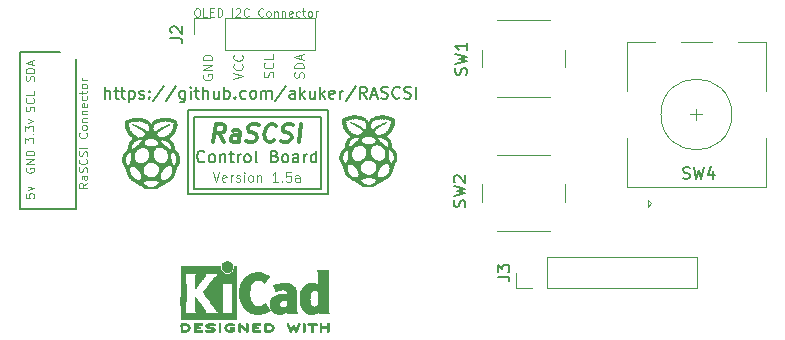
<source format=gto>
G04 #@! TF.GenerationSoftware,KiCad,Pcbnew,(6.0.0)*
G04 #@! TF.CreationDate,2022-01-20T17:07:56-06:00*
G04 #@! TF.ProjectId,ctrl_board,6374726c-5f62-46f6-9172-642e6b696361,rev?*
G04 #@! TF.SameCoordinates,Original*
G04 #@! TF.FileFunction,Legend,Top*
G04 #@! TF.FilePolarity,Positive*
%FSLAX46Y46*%
G04 Gerber Fmt 4.6, Leading zero omitted, Abs format (unit mm)*
G04 Created by KiCad (PCBNEW (6.0.0)) date 2022-01-20 17:07:56*
%MOMM*%
%LPD*%
G01*
G04 APERTURE LIST*
%ADD10C,0.150000*%
%ADD11C,0.100000*%
%ADD12C,0.350000*%
%ADD13C,0.120000*%
%ADD14C,0.010000*%
%ADD15C,2.700000*%
%ADD16C,2.000000*%
%ADD17R,1.700000X1.700000*%
%ADD18O,1.700000X1.700000*%
%ADD19O,8.500000X2.500000*%
%ADD20O,6.500000X2.500000*%
%ADD21R,2.000000X2.000000*%
%ADD22R,2.000000X3.200000*%
G04 APERTURE END LIST*
D10*
X214858000Y-108463000D02*
X214858000Y-115575000D01*
X226732500Y-108463000D02*
X214858000Y-108463000D01*
X200600000Y-116800000D02*
X205400000Y-116800000D01*
X226161000Y-115130500D02*
X226161000Y-109034500D01*
X226161000Y-109034500D02*
X215366000Y-109034500D01*
X226732500Y-115575000D02*
X226732500Y-108463000D01*
X205400000Y-116800000D02*
X205400000Y-104132806D01*
X215364000Y-109034500D02*
X215364000Y-115130500D01*
X215366000Y-115130500D02*
X226161000Y-115130500D01*
X214858000Y-115575000D02*
X226732500Y-115575000D01*
X204000000Y-103500000D02*
X200600000Y-103500000D01*
X200600000Y-103500000D02*
X200600000Y-116800000D01*
D11*
X201783333Y-108533333D02*
X201816666Y-108433333D01*
X201816666Y-108266666D01*
X201783333Y-108200000D01*
X201750000Y-108166666D01*
X201683333Y-108133333D01*
X201616666Y-108133333D01*
X201550000Y-108166666D01*
X201516666Y-108200000D01*
X201483333Y-108266666D01*
X201450000Y-108400000D01*
X201416666Y-108466666D01*
X201383333Y-108500000D01*
X201316666Y-108533333D01*
X201250000Y-108533333D01*
X201183333Y-108500000D01*
X201150000Y-108466666D01*
X201116666Y-108400000D01*
X201116666Y-108233333D01*
X201150000Y-108133333D01*
X201750000Y-107433333D02*
X201783333Y-107466666D01*
X201816666Y-107566666D01*
X201816666Y-107633333D01*
X201783333Y-107733333D01*
X201716666Y-107800000D01*
X201650000Y-107833333D01*
X201516666Y-107866666D01*
X201416666Y-107866666D01*
X201283333Y-107833333D01*
X201216666Y-107800000D01*
X201150000Y-107733333D01*
X201116666Y-107633333D01*
X201116666Y-107566666D01*
X201150000Y-107466666D01*
X201183333Y-107433333D01*
X201816666Y-106800000D02*
X201816666Y-107133333D01*
X201116666Y-107133333D01*
X201150000Y-113333333D02*
X201116666Y-113400000D01*
X201116666Y-113500000D01*
X201150000Y-113600000D01*
X201216666Y-113666666D01*
X201283333Y-113700000D01*
X201416666Y-113733333D01*
X201516666Y-113733333D01*
X201650000Y-113700000D01*
X201716666Y-113666666D01*
X201783333Y-113600000D01*
X201816666Y-113500000D01*
X201816666Y-113433333D01*
X201783333Y-113333333D01*
X201750000Y-113300000D01*
X201516666Y-113300000D01*
X201516666Y-113433333D01*
X201816666Y-113000000D02*
X201116666Y-113000000D01*
X201816666Y-112600000D01*
X201116666Y-112600000D01*
X201816666Y-112266666D02*
X201116666Y-112266666D01*
X201116666Y-112100000D01*
X201150000Y-112000000D01*
X201216666Y-111933333D01*
X201283333Y-111900000D01*
X201416666Y-111866666D01*
X201516666Y-111866666D01*
X201650000Y-111900000D01*
X201716666Y-111933333D01*
X201783333Y-112000000D01*
X201816666Y-112100000D01*
X201816666Y-112266666D01*
X216985714Y-113676404D02*
X217252380Y-114476404D01*
X217519047Y-113676404D01*
X218090476Y-114438309D02*
X218014285Y-114476404D01*
X217861904Y-114476404D01*
X217785714Y-114438309D01*
X217747619Y-114362119D01*
X217747619Y-114057357D01*
X217785714Y-113981166D01*
X217861904Y-113943071D01*
X218014285Y-113943071D01*
X218090476Y-113981166D01*
X218128571Y-114057357D01*
X218128571Y-114133547D01*
X217747619Y-114209738D01*
X218471428Y-114476404D02*
X218471428Y-113943071D01*
X218471428Y-114095452D02*
X218509523Y-114019261D01*
X218547619Y-113981166D01*
X218623809Y-113943071D01*
X218700000Y-113943071D01*
X218928571Y-114438309D02*
X219004761Y-114476404D01*
X219157142Y-114476404D01*
X219233333Y-114438309D01*
X219271428Y-114362119D01*
X219271428Y-114324023D01*
X219233333Y-114247833D01*
X219157142Y-114209738D01*
X219042857Y-114209738D01*
X218966666Y-114171642D01*
X218928571Y-114095452D01*
X218928571Y-114057357D01*
X218966666Y-113981166D01*
X219042857Y-113943071D01*
X219157142Y-113943071D01*
X219233333Y-113981166D01*
X219614285Y-114476404D02*
X219614285Y-113943071D01*
X219614285Y-113676404D02*
X219576190Y-113714500D01*
X219614285Y-113752595D01*
X219652380Y-113714500D01*
X219614285Y-113676404D01*
X219614285Y-113752595D01*
X220109523Y-114476404D02*
X220033333Y-114438309D01*
X219995238Y-114400214D01*
X219957142Y-114324023D01*
X219957142Y-114095452D01*
X219995238Y-114019261D01*
X220033333Y-113981166D01*
X220109523Y-113943071D01*
X220223809Y-113943071D01*
X220300000Y-113981166D01*
X220338095Y-114019261D01*
X220376190Y-114095452D01*
X220376190Y-114324023D01*
X220338095Y-114400214D01*
X220300000Y-114438309D01*
X220223809Y-114476404D01*
X220109523Y-114476404D01*
X220719047Y-113943071D02*
X220719047Y-114476404D01*
X220719047Y-114019261D02*
X220757142Y-113981166D01*
X220833333Y-113943071D01*
X220947619Y-113943071D01*
X221023809Y-113981166D01*
X221061904Y-114057357D01*
X221061904Y-114476404D01*
X222471428Y-114476404D02*
X222014285Y-114476404D01*
X222242857Y-114476404D02*
X222242857Y-113676404D01*
X222166666Y-113790690D01*
X222090476Y-113866880D01*
X222014285Y-113904976D01*
X222814285Y-114400214D02*
X222852380Y-114438309D01*
X222814285Y-114476404D01*
X222776190Y-114438309D01*
X222814285Y-114400214D01*
X222814285Y-114476404D01*
X223576190Y-113676404D02*
X223195238Y-113676404D01*
X223157142Y-114057357D01*
X223195238Y-114019261D01*
X223271428Y-113981166D01*
X223461904Y-113981166D01*
X223538095Y-114019261D01*
X223576190Y-114057357D01*
X223614285Y-114133547D01*
X223614285Y-114324023D01*
X223576190Y-114400214D01*
X223538095Y-114438309D01*
X223461904Y-114476404D01*
X223271428Y-114476404D01*
X223195238Y-114438309D01*
X223157142Y-114400214D01*
X224300000Y-114476404D02*
X224300000Y-114057357D01*
X224261904Y-113981166D01*
X224185714Y-113943071D01*
X224033333Y-113943071D01*
X223957142Y-113981166D01*
X224300000Y-114438309D02*
X224223809Y-114476404D01*
X224033333Y-114476404D01*
X223957142Y-114438309D01*
X223919047Y-114362119D01*
X223919047Y-114285928D01*
X223957142Y-114209738D01*
X224033333Y-114171642D01*
X224223809Y-114171642D01*
X224300000Y-114133547D01*
D10*
X216247619Y-112757142D02*
X216200000Y-112804761D01*
X216057142Y-112852380D01*
X215961904Y-112852380D01*
X215819047Y-112804761D01*
X215723809Y-112709523D01*
X215676190Y-112614285D01*
X215628571Y-112423809D01*
X215628571Y-112280952D01*
X215676190Y-112090476D01*
X215723809Y-111995238D01*
X215819047Y-111900000D01*
X215961904Y-111852380D01*
X216057142Y-111852380D01*
X216200000Y-111900000D01*
X216247619Y-111947619D01*
X216819047Y-112852380D02*
X216723809Y-112804761D01*
X216676190Y-112757142D01*
X216628571Y-112661904D01*
X216628571Y-112376190D01*
X216676190Y-112280952D01*
X216723809Y-112233333D01*
X216819047Y-112185714D01*
X216961904Y-112185714D01*
X217057142Y-112233333D01*
X217104761Y-112280952D01*
X217152380Y-112376190D01*
X217152380Y-112661904D01*
X217104761Y-112757142D01*
X217057142Y-112804761D01*
X216961904Y-112852380D01*
X216819047Y-112852380D01*
X217580952Y-112185714D02*
X217580952Y-112852380D01*
X217580952Y-112280952D02*
X217628571Y-112233333D01*
X217723809Y-112185714D01*
X217866666Y-112185714D01*
X217961904Y-112233333D01*
X218009523Y-112328571D01*
X218009523Y-112852380D01*
X218342857Y-112185714D02*
X218723809Y-112185714D01*
X218485714Y-111852380D02*
X218485714Y-112709523D01*
X218533333Y-112804761D01*
X218628571Y-112852380D01*
X218723809Y-112852380D01*
X219057142Y-112852380D02*
X219057142Y-112185714D01*
X219057142Y-112376190D02*
X219104761Y-112280952D01*
X219152380Y-112233333D01*
X219247619Y-112185714D01*
X219342857Y-112185714D01*
X219819047Y-112852380D02*
X219723809Y-112804761D01*
X219676190Y-112757142D01*
X219628571Y-112661904D01*
X219628571Y-112376190D01*
X219676190Y-112280952D01*
X219723809Y-112233333D01*
X219819047Y-112185714D01*
X219961904Y-112185714D01*
X220057142Y-112233333D01*
X220104761Y-112280952D01*
X220152380Y-112376190D01*
X220152380Y-112661904D01*
X220104761Y-112757142D01*
X220057142Y-112804761D01*
X219961904Y-112852380D01*
X219819047Y-112852380D01*
X220723809Y-112852380D02*
X220628571Y-112804761D01*
X220580952Y-112709523D01*
X220580952Y-111852380D01*
X222200000Y-112328571D02*
X222342857Y-112376190D01*
X222390476Y-112423809D01*
X222438095Y-112519047D01*
X222438095Y-112661904D01*
X222390476Y-112757142D01*
X222342857Y-112804761D01*
X222247619Y-112852380D01*
X221866666Y-112852380D01*
X221866666Y-111852380D01*
X222200000Y-111852380D01*
X222295238Y-111900000D01*
X222342857Y-111947619D01*
X222390476Y-112042857D01*
X222390476Y-112138095D01*
X222342857Y-112233333D01*
X222295238Y-112280952D01*
X222200000Y-112328571D01*
X221866666Y-112328571D01*
X223009523Y-112852380D02*
X222914285Y-112804761D01*
X222866666Y-112757142D01*
X222819047Y-112661904D01*
X222819047Y-112376190D01*
X222866666Y-112280952D01*
X222914285Y-112233333D01*
X223009523Y-112185714D01*
X223152380Y-112185714D01*
X223247619Y-112233333D01*
X223295238Y-112280952D01*
X223342857Y-112376190D01*
X223342857Y-112661904D01*
X223295238Y-112757142D01*
X223247619Y-112804761D01*
X223152380Y-112852380D01*
X223009523Y-112852380D01*
X224200000Y-112852380D02*
X224200000Y-112328571D01*
X224152380Y-112233333D01*
X224057142Y-112185714D01*
X223866666Y-112185714D01*
X223771428Y-112233333D01*
X224200000Y-112804761D02*
X224104761Y-112852380D01*
X223866666Y-112852380D01*
X223771428Y-112804761D01*
X223723809Y-112709523D01*
X223723809Y-112614285D01*
X223771428Y-112519047D01*
X223866666Y-112471428D01*
X224104761Y-112471428D01*
X224200000Y-112423809D01*
X224676190Y-112852380D02*
X224676190Y-112185714D01*
X224676190Y-112376190D02*
X224723809Y-112280952D01*
X224771428Y-112233333D01*
X224866666Y-112185714D01*
X224961904Y-112185714D01*
X225723809Y-112852380D02*
X225723809Y-111852380D01*
X225723809Y-112804761D02*
X225628571Y-112852380D01*
X225438095Y-112852380D01*
X225342857Y-112804761D01*
X225295238Y-112757142D01*
X225247619Y-112661904D01*
X225247619Y-112376190D01*
X225295238Y-112280952D01*
X225342857Y-112233333D01*
X225438095Y-112185714D01*
X225628571Y-112185714D01*
X225723809Y-112233333D01*
X207833333Y-107452380D02*
X207833333Y-106452380D01*
X208261904Y-107452380D02*
X208261904Y-106928571D01*
X208214285Y-106833333D01*
X208119047Y-106785714D01*
X207976190Y-106785714D01*
X207880952Y-106833333D01*
X207833333Y-106880952D01*
X208595238Y-106785714D02*
X208976190Y-106785714D01*
X208738095Y-106452380D02*
X208738095Y-107309523D01*
X208785714Y-107404761D01*
X208880952Y-107452380D01*
X208976190Y-107452380D01*
X209166666Y-106785714D02*
X209547619Y-106785714D01*
X209309523Y-106452380D02*
X209309523Y-107309523D01*
X209357142Y-107404761D01*
X209452380Y-107452380D01*
X209547619Y-107452380D01*
X209880952Y-106785714D02*
X209880952Y-107785714D01*
X209880952Y-106833333D02*
X209976190Y-106785714D01*
X210166666Y-106785714D01*
X210261904Y-106833333D01*
X210309523Y-106880952D01*
X210357142Y-106976190D01*
X210357142Y-107261904D01*
X210309523Y-107357142D01*
X210261904Y-107404761D01*
X210166666Y-107452380D01*
X209976190Y-107452380D01*
X209880952Y-107404761D01*
X210738095Y-107404761D02*
X210833333Y-107452380D01*
X211023809Y-107452380D01*
X211119047Y-107404761D01*
X211166666Y-107309523D01*
X211166666Y-107261904D01*
X211119047Y-107166666D01*
X211023809Y-107119047D01*
X210880952Y-107119047D01*
X210785714Y-107071428D01*
X210738095Y-106976190D01*
X210738095Y-106928571D01*
X210785714Y-106833333D01*
X210880952Y-106785714D01*
X211023809Y-106785714D01*
X211119047Y-106833333D01*
X211595238Y-107357142D02*
X211642857Y-107404761D01*
X211595238Y-107452380D01*
X211547619Y-107404761D01*
X211595238Y-107357142D01*
X211595238Y-107452380D01*
X211595238Y-106833333D02*
X211642857Y-106880952D01*
X211595238Y-106928571D01*
X211547619Y-106880952D01*
X211595238Y-106833333D01*
X211595238Y-106928571D01*
X212785714Y-106404761D02*
X211928571Y-107690476D01*
X213833333Y-106404761D02*
X212976190Y-107690476D01*
X214595238Y-106785714D02*
X214595238Y-107595238D01*
X214547619Y-107690476D01*
X214500000Y-107738095D01*
X214404761Y-107785714D01*
X214261904Y-107785714D01*
X214166666Y-107738095D01*
X214595238Y-107404761D02*
X214500000Y-107452380D01*
X214309523Y-107452380D01*
X214214285Y-107404761D01*
X214166666Y-107357142D01*
X214119047Y-107261904D01*
X214119047Y-106976190D01*
X214166666Y-106880952D01*
X214214285Y-106833333D01*
X214309523Y-106785714D01*
X214500000Y-106785714D01*
X214595238Y-106833333D01*
X215071428Y-107452380D02*
X215071428Y-106785714D01*
X215071428Y-106452380D02*
X215023809Y-106500000D01*
X215071428Y-106547619D01*
X215119047Y-106500000D01*
X215071428Y-106452380D01*
X215071428Y-106547619D01*
X215404761Y-106785714D02*
X215785714Y-106785714D01*
X215547619Y-106452380D02*
X215547619Y-107309523D01*
X215595238Y-107404761D01*
X215690476Y-107452380D01*
X215785714Y-107452380D01*
X216119047Y-107452380D02*
X216119047Y-106452380D01*
X216547619Y-107452380D02*
X216547619Y-106928571D01*
X216500000Y-106833333D01*
X216404761Y-106785714D01*
X216261904Y-106785714D01*
X216166666Y-106833333D01*
X216119047Y-106880952D01*
X217452380Y-106785714D02*
X217452380Y-107452380D01*
X217023809Y-106785714D02*
X217023809Y-107309523D01*
X217071428Y-107404761D01*
X217166666Y-107452380D01*
X217309523Y-107452380D01*
X217404761Y-107404761D01*
X217452380Y-107357142D01*
X217928571Y-107452380D02*
X217928571Y-106452380D01*
X217928571Y-106833333D02*
X218023809Y-106785714D01*
X218214285Y-106785714D01*
X218309523Y-106833333D01*
X218357142Y-106880952D01*
X218404761Y-106976190D01*
X218404761Y-107261904D01*
X218357142Y-107357142D01*
X218309523Y-107404761D01*
X218214285Y-107452380D01*
X218023809Y-107452380D01*
X217928571Y-107404761D01*
X218833333Y-107357142D02*
X218880952Y-107404761D01*
X218833333Y-107452380D01*
X218785714Y-107404761D01*
X218833333Y-107357142D01*
X218833333Y-107452380D01*
X219738095Y-107404761D02*
X219642857Y-107452380D01*
X219452380Y-107452380D01*
X219357142Y-107404761D01*
X219309523Y-107357142D01*
X219261904Y-107261904D01*
X219261904Y-106976190D01*
X219309523Y-106880952D01*
X219357142Y-106833333D01*
X219452380Y-106785714D01*
X219642857Y-106785714D01*
X219738095Y-106833333D01*
X220309523Y-107452380D02*
X220214285Y-107404761D01*
X220166666Y-107357142D01*
X220119047Y-107261904D01*
X220119047Y-106976190D01*
X220166666Y-106880952D01*
X220214285Y-106833333D01*
X220309523Y-106785714D01*
X220452380Y-106785714D01*
X220547619Y-106833333D01*
X220595238Y-106880952D01*
X220642857Y-106976190D01*
X220642857Y-107261904D01*
X220595238Y-107357142D01*
X220547619Y-107404761D01*
X220452380Y-107452380D01*
X220309523Y-107452380D01*
X221071428Y-107452380D02*
X221071428Y-106785714D01*
X221071428Y-106880952D02*
X221119047Y-106833333D01*
X221214285Y-106785714D01*
X221357142Y-106785714D01*
X221452380Y-106833333D01*
X221500000Y-106928571D01*
X221500000Y-107452380D01*
X221500000Y-106928571D02*
X221547619Y-106833333D01*
X221642857Y-106785714D01*
X221785714Y-106785714D01*
X221880952Y-106833333D01*
X221928571Y-106928571D01*
X221928571Y-107452380D01*
X223119047Y-106404761D02*
X222261904Y-107690476D01*
X223880952Y-107452380D02*
X223880952Y-106928571D01*
X223833333Y-106833333D01*
X223738095Y-106785714D01*
X223547619Y-106785714D01*
X223452380Y-106833333D01*
X223880952Y-107404761D02*
X223785714Y-107452380D01*
X223547619Y-107452380D01*
X223452380Y-107404761D01*
X223404761Y-107309523D01*
X223404761Y-107214285D01*
X223452380Y-107119047D01*
X223547619Y-107071428D01*
X223785714Y-107071428D01*
X223880952Y-107023809D01*
X224357142Y-107452380D02*
X224357142Y-106452380D01*
X224452380Y-107071428D02*
X224738095Y-107452380D01*
X224738095Y-106785714D02*
X224357142Y-107166666D01*
X225595238Y-106785714D02*
X225595238Y-107452380D01*
X225166666Y-106785714D02*
X225166666Y-107309523D01*
X225214285Y-107404761D01*
X225309523Y-107452380D01*
X225452380Y-107452380D01*
X225547619Y-107404761D01*
X225595238Y-107357142D01*
X226071428Y-107452380D02*
X226071428Y-106452380D01*
X226166666Y-107071428D02*
X226452380Y-107452380D01*
X226452380Y-106785714D02*
X226071428Y-107166666D01*
X227261904Y-107404761D02*
X227166666Y-107452380D01*
X226976190Y-107452380D01*
X226880952Y-107404761D01*
X226833333Y-107309523D01*
X226833333Y-106928571D01*
X226880952Y-106833333D01*
X226976190Y-106785714D01*
X227166666Y-106785714D01*
X227261904Y-106833333D01*
X227309523Y-106928571D01*
X227309523Y-107023809D01*
X226833333Y-107119047D01*
X227738095Y-107452380D02*
X227738095Y-106785714D01*
X227738095Y-106976190D02*
X227785714Y-106880952D01*
X227833333Y-106833333D01*
X227928571Y-106785714D01*
X228023809Y-106785714D01*
X229071428Y-106404761D02*
X228214285Y-107690476D01*
X229976190Y-107452380D02*
X229642857Y-106976190D01*
X229404761Y-107452380D02*
X229404761Y-106452380D01*
X229785714Y-106452380D01*
X229880952Y-106500000D01*
X229928571Y-106547619D01*
X229976190Y-106642857D01*
X229976190Y-106785714D01*
X229928571Y-106880952D01*
X229880952Y-106928571D01*
X229785714Y-106976190D01*
X229404761Y-106976190D01*
X230357142Y-107166666D02*
X230833333Y-107166666D01*
X230261904Y-107452380D02*
X230595238Y-106452380D01*
X230928571Y-107452380D01*
X231214285Y-107404761D02*
X231357142Y-107452380D01*
X231595238Y-107452380D01*
X231690476Y-107404761D01*
X231738095Y-107357142D01*
X231785714Y-107261904D01*
X231785714Y-107166666D01*
X231738095Y-107071428D01*
X231690476Y-107023809D01*
X231595238Y-106976190D01*
X231404761Y-106928571D01*
X231309523Y-106880952D01*
X231261904Y-106833333D01*
X231214285Y-106738095D01*
X231214285Y-106642857D01*
X231261904Y-106547619D01*
X231309523Y-106500000D01*
X231404761Y-106452380D01*
X231642857Y-106452380D01*
X231785714Y-106500000D01*
X232785714Y-107357142D02*
X232738095Y-107404761D01*
X232595238Y-107452380D01*
X232500000Y-107452380D01*
X232357142Y-107404761D01*
X232261904Y-107309523D01*
X232214285Y-107214285D01*
X232166666Y-107023809D01*
X232166666Y-106880952D01*
X232214285Y-106690476D01*
X232261904Y-106595238D01*
X232357142Y-106500000D01*
X232500000Y-106452380D01*
X232595238Y-106452380D01*
X232738095Y-106500000D01*
X232785714Y-106547619D01*
X233166666Y-107404761D02*
X233309523Y-107452380D01*
X233547619Y-107452380D01*
X233642857Y-107404761D01*
X233690476Y-107357142D01*
X233738095Y-107261904D01*
X233738095Y-107166666D01*
X233690476Y-107071428D01*
X233642857Y-107023809D01*
X233547619Y-106976190D01*
X233357142Y-106928571D01*
X233261904Y-106880952D01*
X233214285Y-106833333D01*
X233166666Y-106738095D01*
X233166666Y-106642857D01*
X233214285Y-106547619D01*
X233261904Y-106500000D01*
X233357142Y-106452380D01*
X233595238Y-106452380D01*
X233738095Y-106500000D01*
X234166666Y-107452380D02*
X234166666Y-106452380D01*
D12*
X217871491Y-111110071D02*
X217460776Y-110395785D01*
X217014348Y-111110071D02*
X217201848Y-109610071D01*
X217773276Y-109610071D01*
X217907205Y-109681500D01*
X217969705Y-109752928D01*
X218023276Y-109895785D01*
X217996491Y-110110071D01*
X217907205Y-110252928D01*
X217826848Y-110324357D01*
X217675062Y-110395785D01*
X217103633Y-110395785D01*
X219157205Y-111110071D02*
X219255419Y-110324357D01*
X219201848Y-110181500D01*
X219067919Y-110110071D01*
X218782205Y-110110071D01*
X218630419Y-110181500D01*
X219166133Y-111038642D02*
X219014348Y-111110071D01*
X218657205Y-111110071D01*
X218523276Y-111038642D01*
X218469705Y-110895785D01*
X218487562Y-110752928D01*
X218576848Y-110610071D01*
X218728633Y-110538642D01*
X219085776Y-110538642D01*
X219237562Y-110467214D01*
X219808991Y-111038642D02*
X220014348Y-111110071D01*
X220371491Y-111110071D01*
X220523276Y-111038642D01*
X220603633Y-110967214D01*
X220692919Y-110824357D01*
X220710776Y-110681500D01*
X220657205Y-110538642D01*
X220594705Y-110467214D01*
X220460776Y-110395785D01*
X220183991Y-110324357D01*
X220050062Y-110252928D01*
X219987562Y-110181500D01*
X219933991Y-110038642D01*
X219951848Y-109895785D01*
X220041133Y-109752928D01*
X220121491Y-109681500D01*
X220273276Y-109610071D01*
X220630419Y-109610071D01*
X220835776Y-109681500D01*
X222175062Y-110967214D02*
X222094705Y-111038642D01*
X221871491Y-111110071D01*
X221728633Y-111110071D01*
X221523276Y-111038642D01*
X221398276Y-110895785D01*
X221344705Y-110752928D01*
X221308991Y-110467214D01*
X221335776Y-110252928D01*
X221442919Y-109967214D01*
X221532205Y-109824357D01*
X221692919Y-109681500D01*
X221916133Y-109610071D01*
X222058991Y-109610071D01*
X222264348Y-109681500D01*
X222326848Y-109752928D01*
X222737562Y-111038642D02*
X222942919Y-111110071D01*
X223300062Y-111110071D01*
X223451848Y-111038642D01*
X223532205Y-110967214D01*
X223621491Y-110824357D01*
X223639348Y-110681500D01*
X223585776Y-110538642D01*
X223523276Y-110467214D01*
X223389348Y-110395785D01*
X223112562Y-110324357D01*
X222978633Y-110252928D01*
X222916133Y-110181500D01*
X222862562Y-110038642D01*
X222880419Y-109895785D01*
X222969705Y-109752928D01*
X223050062Y-109681500D01*
X223201848Y-109610071D01*
X223558991Y-109610071D01*
X223764348Y-109681500D01*
X224228633Y-111110071D02*
X224416133Y-109610071D01*
D11*
X201116666Y-115500000D02*
X201116666Y-115833333D01*
X201450000Y-115866666D01*
X201416666Y-115833333D01*
X201383333Y-115766666D01*
X201383333Y-115600000D01*
X201416666Y-115533333D01*
X201450000Y-115500000D01*
X201516666Y-115466666D01*
X201683333Y-115466666D01*
X201750000Y-115500000D01*
X201783333Y-115533333D01*
X201816666Y-115600000D01*
X201816666Y-115766666D01*
X201783333Y-115833333D01*
X201750000Y-115866666D01*
X201350000Y-115233333D02*
X201816666Y-115066666D01*
X201350000Y-114900000D01*
X206316666Y-114583333D02*
X205983333Y-114816666D01*
X206316666Y-114983333D02*
X205616666Y-114983333D01*
X205616666Y-114716666D01*
X205650000Y-114650000D01*
X205683333Y-114616666D01*
X205750000Y-114583333D01*
X205850000Y-114583333D01*
X205916666Y-114616666D01*
X205950000Y-114650000D01*
X205983333Y-114716666D01*
X205983333Y-114983333D01*
X206316666Y-113983333D02*
X205950000Y-113983333D01*
X205883333Y-114016666D01*
X205850000Y-114083333D01*
X205850000Y-114216666D01*
X205883333Y-114283333D01*
X206283333Y-113983333D02*
X206316666Y-114050000D01*
X206316666Y-114216666D01*
X206283333Y-114283333D01*
X206216666Y-114316666D01*
X206150000Y-114316666D01*
X206083333Y-114283333D01*
X206050000Y-114216666D01*
X206050000Y-114050000D01*
X206016666Y-113983333D01*
X206283333Y-113683333D02*
X206316666Y-113583333D01*
X206316666Y-113416666D01*
X206283333Y-113350000D01*
X206250000Y-113316666D01*
X206183333Y-113283333D01*
X206116666Y-113283333D01*
X206050000Y-113316666D01*
X206016666Y-113350000D01*
X205983333Y-113416666D01*
X205950000Y-113550000D01*
X205916666Y-113616666D01*
X205883333Y-113650000D01*
X205816666Y-113683333D01*
X205750000Y-113683333D01*
X205683333Y-113650000D01*
X205650000Y-113616666D01*
X205616666Y-113550000D01*
X205616666Y-113383333D01*
X205650000Y-113283333D01*
X206250000Y-112583333D02*
X206283333Y-112616666D01*
X206316666Y-112716666D01*
X206316666Y-112783333D01*
X206283333Y-112883333D01*
X206216666Y-112950000D01*
X206150000Y-112983333D01*
X206016666Y-113016666D01*
X205916666Y-113016666D01*
X205783333Y-112983333D01*
X205716666Y-112950000D01*
X205650000Y-112883333D01*
X205616666Y-112783333D01*
X205616666Y-112716666D01*
X205650000Y-112616666D01*
X205683333Y-112583333D01*
X206283333Y-112316666D02*
X206316666Y-112216666D01*
X206316666Y-112050000D01*
X206283333Y-111983333D01*
X206250000Y-111950000D01*
X206183333Y-111916666D01*
X206116666Y-111916666D01*
X206050000Y-111950000D01*
X206016666Y-111983333D01*
X205983333Y-112050000D01*
X205950000Y-112183333D01*
X205916666Y-112250000D01*
X205883333Y-112283333D01*
X205816666Y-112316666D01*
X205750000Y-112316666D01*
X205683333Y-112283333D01*
X205650000Y-112250000D01*
X205616666Y-112183333D01*
X205616666Y-112016666D01*
X205650000Y-111916666D01*
X206316666Y-111616666D02*
X205616666Y-111616666D01*
X206250000Y-110350000D02*
X206283333Y-110383333D01*
X206316666Y-110483333D01*
X206316666Y-110550000D01*
X206283333Y-110650000D01*
X206216666Y-110716666D01*
X206150000Y-110750000D01*
X206016666Y-110783333D01*
X205916666Y-110783333D01*
X205783333Y-110750000D01*
X205716666Y-110716666D01*
X205650000Y-110650000D01*
X205616666Y-110550000D01*
X205616666Y-110483333D01*
X205650000Y-110383333D01*
X205683333Y-110350000D01*
X206316666Y-109950000D02*
X206283333Y-110016666D01*
X206250000Y-110050000D01*
X206183333Y-110083333D01*
X205983333Y-110083333D01*
X205916666Y-110050000D01*
X205883333Y-110016666D01*
X205850000Y-109950000D01*
X205850000Y-109850000D01*
X205883333Y-109783333D01*
X205916666Y-109750000D01*
X205983333Y-109716666D01*
X206183333Y-109716666D01*
X206250000Y-109750000D01*
X206283333Y-109783333D01*
X206316666Y-109850000D01*
X206316666Y-109950000D01*
X205850000Y-109416666D02*
X206316666Y-109416666D01*
X205916666Y-109416666D02*
X205883333Y-109383333D01*
X205850000Y-109316666D01*
X205850000Y-109216666D01*
X205883333Y-109150000D01*
X205950000Y-109116666D01*
X206316666Y-109116666D01*
X205850000Y-108783333D02*
X206316666Y-108783333D01*
X205916666Y-108783333D02*
X205883333Y-108750000D01*
X205850000Y-108683333D01*
X205850000Y-108583333D01*
X205883333Y-108516666D01*
X205950000Y-108483333D01*
X206316666Y-108483333D01*
X206283333Y-107883333D02*
X206316666Y-107950000D01*
X206316666Y-108083333D01*
X206283333Y-108150000D01*
X206216666Y-108183333D01*
X205950000Y-108183333D01*
X205883333Y-108150000D01*
X205850000Y-108083333D01*
X205850000Y-107950000D01*
X205883333Y-107883333D01*
X205950000Y-107850000D01*
X206016666Y-107850000D01*
X206083333Y-108183333D01*
X206283333Y-107250000D02*
X206316666Y-107316666D01*
X206316666Y-107450000D01*
X206283333Y-107516666D01*
X206250000Y-107550000D01*
X206183333Y-107583333D01*
X205983333Y-107583333D01*
X205916666Y-107550000D01*
X205883333Y-107516666D01*
X205850000Y-107450000D01*
X205850000Y-107316666D01*
X205883333Y-107250000D01*
X205850000Y-107050000D02*
X205850000Y-106783333D01*
X205616666Y-106950000D02*
X206216666Y-106950000D01*
X206283333Y-106916666D01*
X206316666Y-106850000D01*
X206316666Y-106783333D01*
X206316666Y-106450000D02*
X206283333Y-106516666D01*
X206250000Y-106550000D01*
X206183333Y-106583333D01*
X205983333Y-106583333D01*
X205916666Y-106550000D01*
X205883333Y-106516666D01*
X205850000Y-106450000D01*
X205850000Y-106350000D01*
X205883333Y-106283333D01*
X205916666Y-106250000D01*
X205983333Y-106216666D01*
X206183333Y-106216666D01*
X206250000Y-106250000D01*
X206283333Y-106283333D01*
X206316666Y-106350000D01*
X206316666Y-106450000D01*
X206316666Y-105916666D02*
X205850000Y-105916666D01*
X205983333Y-105916666D02*
X205916666Y-105883333D01*
X205883333Y-105850000D01*
X205850000Y-105783333D01*
X205850000Y-105716666D01*
X201783333Y-105950000D02*
X201816666Y-105850000D01*
X201816666Y-105683333D01*
X201783333Y-105616666D01*
X201750000Y-105583333D01*
X201683333Y-105550000D01*
X201616666Y-105550000D01*
X201550000Y-105583333D01*
X201516666Y-105616666D01*
X201483333Y-105683333D01*
X201450000Y-105816666D01*
X201416666Y-105883333D01*
X201383333Y-105916666D01*
X201316666Y-105950000D01*
X201250000Y-105950000D01*
X201183333Y-105916666D01*
X201150000Y-105883333D01*
X201116666Y-105816666D01*
X201116666Y-105650000D01*
X201150000Y-105550000D01*
X201816666Y-105250000D02*
X201116666Y-105250000D01*
X201116666Y-105083333D01*
X201150000Y-104983333D01*
X201216666Y-104916666D01*
X201283333Y-104883333D01*
X201416666Y-104850000D01*
X201516666Y-104850000D01*
X201650000Y-104883333D01*
X201716666Y-104916666D01*
X201783333Y-104983333D01*
X201816666Y-105083333D01*
X201816666Y-105250000D01*
X201616666Y-104583333D02*
X201616666Y-104250000D01*
X201816666Y-104650000D02*
X201116666Y-104416666D01*
X201816666Y-104183333D01*
X215566666Y-99816666D02*
X215700000Y-99816666D01*
X215766666Y-99850000D01*
X215833333Y-99916666D01*
X215866666Y-100050000D01*
X215866666Y-100283333D01*
X215833333Y-100416666D01*
X215766666Y-100483333D01*
X215700000Y-100516666D01*
X215566666Y-100516666D01*
X215500000Y-100483333D01*
X215433333Y-100416666D01*
X215400000Y-100283333D01*
X215400000Y-100050000D01*
X215433333Y-99916666D01*
X215500000Y-99850000D01*
X215566666Y-99816666D01*
X216500000Y-100516666D02*
X216166666Y-100516666D01*
X216166666Y-99816666D01*
X216733333Y-100150000D02*
X216966666Y-100150000D01*
X217066666Y-100516666D02*
X216733333Y-100516666D01*
X216733333Y-99816666D01*
X217066666Y-99816666D01*
X217366666Y-100516666D02*
X217366666Y-99816666D01*
X217533333Y-99816666D01*
X217633333Y-99850000D01*
X217700000Y-99916666D01*
X217733333Y-99983333D01*
X217766666Y-100116666D01*
X217766666Y-100216666D01*
X217733333Y-100350000D01*
X217700000Y-100416666D01*
X217633333Y-100483333D01*
X217533333Y-100516666D01*
X217366666Y-100516666D01*
X218600000Y-100516666D02*
X218600000Y-99816666D01*
X218900000Y-99883333D02*
X218933333Y-99850000D01*
X219000000Y-99816666D01*
X219166666Y-99816666D01*
X219233333Y-99850000D01*
X219266666Y-99883333D01*
X219300000Y-99950000D01*
X219300000Y-100016666D01*
X219266666Y-100116666D01*
X218866666Y-100516666D01*
X219300000Y-100516666D01*
X220000000Y-100450000D02*
X219966666Y-100483333D01*
X219866666Y-100516666D01*
X219800000Y-100516666D01*
X219700000Y-100483333D01*
X219633333Y-100416666D01*
X219600000Y-100350000D01*
X219566666Y-100216666D01*
X219566666Y-100116666D01*
X219600000Y-99983333D01*
X219633333Y-99916666D01*
X219700000Y-99850000D01*
X219800000Y-99816666D01*
X219866666Y-99816666D01*
X219966666Y-99850000D01*
X220000000Y-99883333D01*
X221233333Y-100450000D02*
X221200000Y-100483333D01*
X221100000Y-100516666D01*
X221033333Y-100516666D01*
X220933333Y-100483333D01*
X220866666Y-100416666D01*
X220833333Y-100350000D01*
X220800000Y-100216666D01*
X220800000Y-100116666D01*
X220833333Y-99983333D01*
X220866666Y-99916666D01*
X220933333Y-99850000D01*
X221033333Y-99816666D01*
X221100000Y-99816666D01*
X221200000Y-99850000D01*
X221233333Y-99883333D01*
X221633333Y-100516666D02*
X221566666Y-100483333D01*
X221533333Y-100450000D01*
X221500000Y-100383333D01*
X221500000Y-100183333D01*
X221533333Y-100116666D01*
X221566666Y-100083333D01*
X221633333Y-100050000D01*
X221733333Y-100050000D01*
X221800000Y-100083333D01*
X221833333Y-100116666D01*
X221866666Y-100183333D01*
X221866666Y-100383333D01*
X221833333Y-100450000D01*
X221800000Y-100483333D01*
X221733333Y-100516666D01*
X221633333Y-100516666D01*
X222166666Y-100050000D02*
X222166666Y-100516666D01*
X222166666Y-100116666D02*
X222200000Y-100083333D01*
X222266666Y-100050000D01*
X222366666Y-100050000D01*
X222433333Y-100083333D01*
X222466666Y-100150000D01*
X222466666Y-100516666D01*
X222800000Y-100050000D02*
X222800000Y-100516666D01*
X222800000Y-100116666D02*
X222833333Y-100083333D01*
X222900000Y-100050000D01*
X223000000Y-100050000D01*
X223066666Y-100083333D01*
X223100000Y-100150000D01*
X223100000Y-100516666D01*
X223700000Y-100483333D02*
X223633333Y-100516666D01*
X223500000Y-100516666D01*
X223433333Y-100483333D01*
X223400000Y-100416666D01*
X223400000Y-100150000D01*
X223433333Y-100083333D01*
X223500000Y-100050000D01*
X223633333Y-100050000D01*
X223700000Y-100083333D01*
X223733333Y-100150000D01*
X223733333Y-100216666D01*
X223400000Y-100283333D01*
X224333333Y-100483333D02*
X224266666Y-100516666D01*
X224133333Y-100516666D01*
X224066666Y-100483333D01*
X224033333Y-100450000D01*
X224000000Y-100383333D01*
X224000000Y-100183333D01*
X224033333Y-100116666D01*
X224066666Y-100083333D01*
X224133333Y-100050000D01*
X224266666Y-100050000D01*
X224333333Y-100083333D01*
X224533333Y-100050000D02*
X224800000Y-100050000D01*
X224633333Y-99816666D02*
X224633333Y-100416666D01*
X224666666Y-100483333D01*
X224733333Y-100516666D01*
X224800000Y-100516666D01*
X225133333Y-100516666D02*
X225066666Y-100483333D01*
X225033333Y-100450000D01*
X225000000Y-100383333D01*
X225000000Y-100183333D01*
X225033333Y-100116666D01*
X225066666Y-100083333D01*
X225133333Y-100050000D01*
X225233333Y-100050000D01*
X225300000Y-100083333D01*
X225333333Y-100116666D01*
X225366666Y-100183333D01*
X225366666Y-100383333D01*
X225333333Y-100450000D01*
X225300000Y-100483333D01*
X225233333Y-100516666D01*
X225133333Y-100516666D01*
X225666666Y-100516666D02*
X225666666Y-100050000D01*
X225666666Y-100183333D02*
X225700000Y-100116666D01*
X225733333Y-100083333D01*
X225800000Y-100050000D01*
X225866666Y-100050000D01*
X201077166Y-111185500D02*
X201077166Y-110752166D01*
X201343833Y-110985500D01*
X201343833Y-110885500D01*
X201377166Y-110818833D01*
X201410500Y-110785500D01*
X201477166Y-110752166D01*
X201643833Y-110752166D01*
X201710500Y-110785500D01*
X201743833Y-110818833D01*
X201777166Y-110885500D01*
X201777166Y-111085500D01*
X201743833Y-111152166D01*
X201710500Y-111185500D01*
X201710500Y-110452166D02*
X201743833Y-110418833D01*
X201777166Y-110452166D01*
X201743833Y-110485500D01*
X201710500Y-110452166D01*
X201777166Y-110452166D01*
X201077166Y-110185500D02*
X201077166Y-109752166D01*
X201343833Y-109985500D01*
X201343833Y-109885500D01*
X201377166Y-109818833D01*
X201410500Y-109785500D01*
X201477166Y-109752166D01*
X201643833Y-109752166D01*
X201710500Y-109785500D01*
X201743833Y-109818833D01*
X201777166Y-109885500D01*
X201777166Y-110085500D01*
X201743833Y-110152166D01*
X201710500Y-110185500D01*
X201310500Y-109518833D02*
X201777166Y-109352166D01*
X201310500Y-109185500D01*
D10*
X238436261Y-105419333D02*
X238483880Y-105276476D01*
X238483880Y-105038380D01*
X238436261Y-104943142D01*
X238388642Y-104895523D01*
X238293404Y-104847904D01*
X238198166Y-104847904D01*
X238102928Y-104895523D01*
X238055309Y-104943142D01*
X238007690Y-105038380D01*
X237960071Y-105228857D01*
X237912452Y-105324095D01*
X237864833Y-105371714D01*
X237769595Y-105419333D01*
X237674357Y-105419333D01*
X237579119Y-105371714D01*
X237531500Y-105324095D01*
X237483880Y-105228857D01*
X237483880Y-104990761D01*
X237531500Y-104847904D01*
X237483880Y-104514571D02*
X238483880Y-104276476D01*
X237769595Y-104086000D01*
X238483880Y-103895523D01*
X237483880Y-103657428D01*
X238483880Y-102752666D02*
X238483880Y-103324095D01*
X238483880Y-103038380D02*
X237483880Y-103038380D01*
X237626738Y-103133619D01*
X237721976Y-103228857D01*
X237769595Y-103324095D01*
X238304761Y-116633333D02*
X238352380Y-116490476D01*
X238352380Y-116252380D01*
X238304761Y-116157142D01*
X238257142Y-116109523D01*
X238161904Y-116061904D01*
X238066666Y-116061904D01*
X237971428Y-116109523D01*
X237923809Y-116157142D01*
X237876190Y-116252380D01*
X237828571Y-116442857D01*
X237780952Y-116538095D01*
X237733333Y-116585714D01*
X237638095Y-116633333D01*
X237542857Y-116633333D01*
X237447619Y-116585714D01*
X237400000Y-116538095D01*
X237352380Y-116442857D01*
X237352380Y-116204761D01*
X237400000Y-116061904D01*
X237352380Y-115728571D02*
X238352380Y-115490476D01*
X237638095Y-115300000D01*
X238352380Y-115109523D01*
X237352380Y-114871428D01*
X237447619Y-114538095D02*
X237400000Y-114490476D01*
X237352380Y-114395238D01*
X237352380Y-114157142D01*
X237400000Y-114061904D01*
X237447619Y-114014285D01*
X237542857Y-113966666D01*
X237638095Y-113966666D01*
X237780952Y-114014285D01*
X238352380Y-114585714D01*
X238352380Y-113966666D01*
X213372380Y-102333333D02*
X214086666Y-102333333D01*
X214229523Y-102380952D01*
X214324761Y-102476190D01*
X214372380Y-102619047D01*
X214372380Y-102714285D01*
X213467619Y-101904761D02*
X213420000Y-101857142D01*
X213372380Y-101761904D01*
X213372380Y-101523809D01*
X213420000Y-101428571D01*
X213467619Y-101380952D01*
X213562857Y-101333333D01*
X213658095Y-101333333D01*
X213800952Y-101380952D01*
X214372380Y-101952380D01*
X214372380Y-101333333D01*
D11*
X222051476Y-105663833D02*
X222089571Y-105549548D01*
X222089571Y-105359072D01*
X222051476Y-105282881D01*
X222013381Y-105244786D01*
X221937190Y-105206691D01*
X221861000Y-105206691D01*
X221784809Y-105244786D01*
X221746714Y-105282881D01*
X221708619Y-105359072D01*
X221670524Y-105511453D01*
X221632428Y-105587643D01*
X221594333Y-105625738D01*
X221518143Y-105663833D01*
X221441952Y-105663833D01*
X221365762Y-105625738D01*
X221327667Y-105587643D01*
X221289571Y-105511453D01*
X221289571Y-105320976D01*
X221327667Y-105206691D01*
X222013381Y-104406691D02*
X222051476Y-104444786D01*
X222089571Y-104559072D01*
X222089571Y-104635262D01*
X222051476Y-104749548D01*
X221975286Y-104825738D01*
X221899095Y-104863833D01*
X221746714Y-104901929D01*
X221632428Y-104901929D01*
X221480047Y-104863833D01*
X221403857Y-104825738D01*
X221327667Y-104749548D01*
X221289571Y-104635262D01*
X221289571Y-104559072D01*
X221327667Y-104444786D01*
X221365762Y-104406691D01*
X222089571Y-103682881D02*
X222089571Y-104063833D01*
X221289571Y-104063833D01*
X224633809Y-105701928D02*
X224671904Y-105587642D01*
X224671904Y-105397166D01*
X224633809Y-105320976D01*
X224595714Y-105282880D01*
X224519523Y-105244785D01*
X224443333Y-105244785D01*
X224367142Y-105282880D01*
X224329047Y-105320976D01*
X224290952Y-105397166D01*
X224252857Y-105549547D01*
X224214761Y-105625738D01*
X224176666Y-105663833D01*
X224100476Y-105701928D01*
X224024285Y-105701928D01*
X223948095Y-105663833D01*
X223910000Y-105625738D01*
X223871904Y-105549547D01*
X223871904Y-105359071D01*
X223910000Y-105244785D01*
X224671904Y-104901928D02*
X223871904Y-104901928D01*
X223871904Y-104711452D01*
X223910000Y-104597166D01*
X223986190Y-104520976D01*
X224062380Y-104482880D01*
X224214761Y-104444785D01*
X224329047Y-104444785D01*
X224481428Y-104482880D01*
X224557619Y-104520976D01*
X224633809Y-104597166D01*
X224671904Y-104711452D01*
X224671904Y-104901928D01*
X224443333Y-104140023D02*
X224443333Y-103759071D01*
X224671904Y-104216214D02*
X223871904Y-103949547D01*
X224671904Y-103682880D01*
X216163000Y-105435261D02*
X216124904Y-105511452D01*
X216124904Y-105625738D01*
X216163000Y-105740023D01*
X216239190Y-105816214D01*
X216315380Y-105854309D01*
X216467761Y-105892404D01*
X216582047Y-105892404D01*
X216734428Y-105854309D01*
X216810619Y-105816214D01*
X216886809Y-105740023D01*
X216924904Y-105625738D01*
X216924904Y-105549547D01*
X216886809Y-105435261D01*
X216848714Y-105397166D01*
X216582047Y-105397166D01*
X216582047Y-105549547D01*
X216924904Y-105054309D02*
X216124904Y-105054309D01*
X216924904Y-104597166D01*
X216124904Y-104597166D01*
X216924904Y-104216214D02*
X216124904Y-104216214D01*
X216124904Y-104025738D01*
X216163000Y-103911452D01*
X216239190Y-103835261D01*
X216315380Y-103797166D01*
X216467761Y-103759071D01*
X216582047Y-103759071D01*
X216734428Y-103797166D01*
X216810619Y-103835261D01*
X216886809Y-103911452D01*
X216924904Y-104025738D01*
X216924904Y-104216214D01*
X218707238Y-105816214D02*
X219507238Y-105549548D01*
X218707238Y-105282881D01*
X219431048Y-104559071D02*
X219469143Y-104597167D01*
X219507238Y-104711452D01*
X219507238Y-104787643D01*
X219469143Y-104901928D01*
X219392953Y-104978119D01*
X219316762Y-105016214D01*
X219164381Y-105054309D01*
X219050095Y-105054309D01*
X218897714Y-105016214D01*
X218821524Y-104978119D01*
X218745334Y-104901928D01*
X218707238Y-104787643D01*
X218707238Y-104711452D01*
X218745334Y-104597167D01*
X218783429Y-104559071D01*
X219431048Y-103759071D02*
X219469143Y-103797167D01*
X219507238Y-103911452D01*
X219507238Y-103987643D01*
X219469143Y-104101928D01*
X219392953Y-104178119D01*
X219316762Y-104216214D01*
X219164381Y-104254309D01*
X219050095Y-104254309D01*
X218897714Y-104216214D01*
X218821524Y-104178119D01*
X218745334Y-104101928D01*
X218707238Y-103987643D01*
X218707238Y-103911452D01*
X218745334Y-103797167D01*
X218783429Y-103759071D01*
D10*
X241072380Y-122533333D02*
X241786666Y-122533333D01*
X241929523Y-122580952D01*
X242024761Y-122676190D01*
X242072380Y-122819047D01*
X242072380Y-122914285D01*
X241072380Y-122152380D02*
X241072380Y-121533333D01*
X241453333Y-121866666D01*
X241453333Y-121723809D01*
X241500952Y-121628571D01*
X241548571Y-121580952D01*
X241643809Y-121533333D01*
X241881904Y-121533333D01*
X241977142Y-121580952D01*
X242024761Y-121628571D01*
X242072380Y-121723809D01*
X242072380Y-122009523D01*
X242024761Y-122104761D01*
X241977142Y-122152380D01*
X256766666Y-114204761D02*
X256909523Y-114252380D01*
X257147619Y-114252380D01*
X257242857Y-114204761D01*
X257290476Y-114157142D01*
X257338095Y-114061904D01*
X257338095Y-113966666D01*
X257290476Y-113871428D01*
X257242857Y-113823809D01*
X257147619Y-113776190D01*
X256957142Y-113728571D01*
X256861904Y-113680952D01*
X256814285Y-113633333D01*
X256766666Y-113538095D01*
X256766666Y-113442857D01*
X256814285Y-113347619D01*
X256861904Y-113300000D01*
X256957142Y-113252380D01*
X257195238Y-113252380D01*
X257338095Y-113300000D01*
X257671428Y-113252380D02*
X257909523Y-114252380D01*
X258100000Y-113538095D01*
X258290476Y-114252380D01*
X258528571Y-113252380D01*
X259338095Y-113585714D02*
X259338095Y-114252380D01*
X259100000Y-113204761D02*
X258861904Y-113919047D01*
X259480952Y-113919047D01*
D13*
X246750000Y-104800000D02*
X246750000Y-103300000D01*
X245500000Y-100800000D02*
X241000000Y-100800000D01*
X241000000Y-107300000D02*
X245500000Y-107300000D01*
X239750000Y-103300000D02*
X239750000Y-104800000D01*
X239750000Y-114700000D02*
X239750000Y-116200000D01*
X241000000Y-118700000D02*
X245500000Y-118700000D01*
X245500000Y-112200000D02*
X241000000Y-112200000D01*
X246750000Y-116200000D02*
X246750000Y-114700000D01*
X225640000Y-103330000D02*
X225640000Y-100670000D01*
X215360000Y-100670000D02*
X216690000Y-100670000D01*
X217960000Y-103330000D02*
X225640000Y-103330000D01*
X215360000Y-102000000D02*
X215360000Y-100670000D01*
X217960000Y-100670000D02*
X225640000Y-100670000D01*
X217960000Y-103330000D02*
X217960000Y-100670000D01*
X245220000Y-120870000D02*
X257980000Y-120870000D01*
X242620000Y-123530000D02*
X242620000Y-122200000D01*
X245220000Y-123530000D02*
X245220000Y-120870000D01*
X245220000Y-123530000D02*
X257980000Y-123530000D01*
X257980000Y-123530000D02*
X257980000Y-120870000D01*
X243950000Y-123530000D02*
X242620000Y-123530000D01*
X252000000Y-106800000D02*
X252000000Y-102700000D01*
X253800000Y-116000000D02*
X254100000Y-116300000D01*
X252000000Y-102700000D02*
X254400000Y-102700000D01*
X252000000Y-110800000D02*
X252000000Y-114900000D01*
X256600000Y-102700000D02*
X259200000Y-102700000D01*
X257900000Y-109300000D02*
X257900000Y-108300000D01*
X263800000Y-102700000D02*
X263800000Y-106800000D01*
X261400000Y-102700000D02*
X263800000Y-102700000D01*
X257400000Y-108800000D02*
X258400000Y-108800000D01*
X254100000Y-116300000D02*
X253800000Y-116600000D01*
X252000000Y-114900000D02*
X263800000Y-114900000D01*
X253800000Y-116600000D02*
X253800000Y-116000000D01*
X263800000Y-110800000D02*
X263800000Y-114900000D01*
X260900000Y-108800000D02*
G75*
G03*
X260900000Y-108800000I-3000000J0D01*
G01*
D14*
X229025857Y-108869226D02*
X229044047Y-108870167D01*
X229044047Y-108870167D02*
X229055809Y-108871847D01*
X229055809Y-108871847D02*
X229062152Y-108874361D01*
X229062152Y-108874361D02*
X229062499Y-108874638D01*
X229062499Y-108874638D02*
X229070786Y-108879759D01*
X229070786Y-108879759D02*
X229084632Y-108886427D01*
X229084632Y-108886427D02*
X229101733Y-108893732D01*
X229101733Y-108893732D02*
X229119782Y-108900764D01*
X229119782Y-108900764D02*
X229136474Y-108906614D01*
X229136474Y-108906614D02*
X229149502Y-108910371D01*
X229149502Y-108910371D02*
X229155331Y-108911269D01*
X229155331Y-108911269D02*
X229164637Y-108910457D01*
X229164637Y-108910457D02*
X229179456Y-108908295D01*
X229179456Y-108908295D02*
X229197023Y-108905201D01*
X229197023Y-108905201D02*
X229202233Y-108904190D01*
X229202233Y-108904190D02*
X229228414Y-108900250D01*
X229228414Y-108900250D02*
X229251948Y-108899901D01*
X229251948Y-108899901D02*
X229274964Y-108903542D01*
X229274964Y-108903542D02*
X229299591Y-108911572D01*
X229299591Y-108911572D02*
X229327958Y-108924393D01*
X229327958Y-108924393D02*
X229338685Y-108929838D01*
X229338685Y-108929838D02*
X229383821Y-108953219D01*
X229383821Y-108953219D02*
X229434222Y-108950685D01*
X229434222Y-108950685D02*
X229464857Y-108949936D01*
X229464857Y-108949936D02*
X229490771Y-108951507D01*
X229490771Y-108951507D02*
X229513579Y-108956063D01*
X229513579Y-108956063D02*
X229534897Y-108964273D01*
X229534897Y-108964273D02*
X229556342Y-108976802D01*
X229556342Y-108976802D02*
X229579529Y-108994318D01*
X229579529Y-108994318D02*
X229606074Y-109017488D01*
X229606074Y-109017488D02*
X229614193Y-109024954D01*
X229614193Y-109024954D02*
X229629732Y-109038743D01*
X229629732Y-109038743D02*
X229644100Y-109050392D01*
X229644100Y-109050392D02*
X229655622Y-109058611D01*
X229655622Y-109058611D02*
X229662284Y-109062037D01*
X229662284Y-109062037D02*
X229671988Y-109063107D01*
X229671988Y-109063107D02*
X229686939Y-109063273D01*
X229686939Y-109063273D02*
X229703965Y-109062503D01*
X229703965Y-109062503D02*
X229704574Y-109062457D01*
X229704574Y-109062457D02*
X229735783Y-109060097D01*
X229735783Y-109060097D02*
X229772643Y-109086223D01*
X229772643Y-109086223D02*
X229827212Y-109129622D01*
X229827212Y-109129622D02*
X229879362Y-109180551D01*
X229879362Y-109180551D02*
X229928450Y-109238265D01*
X229928450Y-109238265D02*
X229973833Y-109302016D01*
X229973833Y-109302016D02*
X230010057Y-109362266D01*
X230010057Y-109362266D02*
X230021933Y-109384801D01*
X230021933Y-109384801D02*
X230035078Y-109411552D01*
X230035078Y-109411552D02*
X230048549Y-109440426D01*
X230048549Y-109440426D02*
X230061407Y-109469330D01*
X230061407Y-109469330D02*
X230072711Y-109496171D01*
X230072711Y-109496171D02*
X230081520Y-109518856D01*
X230081520Y-109518856D02*
X230085131Y-109529333D01*
X230085131Y-109529333D02*
X230089644Y-109542525D01*
X230089644Y-109542525D02*
X230093533Y-109552297D01*
X230093533Y-109552297D02*
X230095400Y-109555751D01*
X230095400Y-109555751D02*
X230097826Y-109553156D01*
X230097826Y-109553156D02*
X230102624Y-109543920D01*
X230102624Y-109543920D02*
X230109197Y-109529330D01*
X230109197Y-109529330D02*
X230116948Y-109510675D01*
X230116948Y-109510675D02*
X230120888Y-109500718D01*
X230120888Y-109500718D02*
X230158655Y-109413887D01*
X230158655Y-109413887D02*
X230201880Y-109333191D01*
X230201880Y-109333191D02*
X230250421Y-109258885D01*
X230250421Y-109258885D02*
X230271465Y-109230788D01*
X230271465Y-109230788D02*
X230291884Y-109206516D01*
X230291884Y-109206516D02*
X230316900Y-109179799D01*
X230316900Y-109179799D02*
X230344616Y-109152435D01*
X230344616Y-109152435D02*
X230373137Y-109126225D01*
X230373137Y-109126225D02*
X230400566Y-109102967D01*
X230400566Y-109102967D02*
X230425007Y-109084460D01*
X230425007Y-109084460D02*
X230427534Y-109082721D01*
X230427534Y-109082721D02*
X230463721Y-109058141D01*
X230463721Y-109058141D02*
X230540683Y-109063603D01*
X230540683Y-109063603D02*
X230584946Y-109021507D01*
X230584946Y-109021507D02*
X230609675Y-108998974D01*
X230609675Y-108998974D02*
X230630643Y-108982147D01*
X230630643Y-108982147D02*
X230649204Y-108969986D01*
X230649204Y-108969986D02*
X230657763Y-108965447D01*
X230657763Y-108965447D02*
X230668973Y-108960085D01*
X230668973Y-108960085D02*
X230678289Y-108956300D01*
X230678289Y-108956300D02*
X230687545Y-108953805D01*
X230687545Y-108953805D02*
X230698576Y-108952316D01*
X230698576Y-108952316D02*
X230713215Y-108951547D01*
X230713215Y-108951547D02*
X230733298Y-108951213D01*
X230733298Y-108951213D02*
X230750090Y-108951095D01*
X230750090Y-108951095D02*
X230813863Y-108950708D01*
X230813863Y-108950708D02*
X230857099Y-108929146D01*
X230857099Y-108929146D02*
X230884646Y-108916057D01*
X230884646Y-108916057D02*
X230907422Y-108907154D01*
X230907422Y-108907154D02*
X230927769Y-108902030D01*
X230927769Y-108902030D02*
X230948029Y-108900278D01*
X230948029Y-108900278D02*
X230970544Y-108901492D01*
X230970544Y-108901492D02*
X230996115Y-108905016D01*
X230996115Y-108905016D02*
X231015803Y-108908068D01*
X231015803Y-108908068D02*
X231031158Y-108909729D01*
X231031158Y-108909729D02*
X231044142Y-108909638D01*
X231044142Y-108909638D02*
X231056722Y-108907431D01*
X231056722Y-108907431D02*
X231070860Y-108902746D01*
X231070860Y-108902746D02*
X231088522Y-108895219D01*
X231088522Y-108895219D02*
X231111671Y-108884488D01*
X231111671Y-108884488D02*
X231114535Y-108883145D01*
X231114535Y-108883145D02*
X231127289Y-108877321D01*
X231127289Y-108877321D02*
X231137700Y-108873355D01*
X231137700Y-108873355D02*
X231147907Y-108870889D01*
X231147907Y-108870889D02*
X231160053Y-108869567D01*
X231160053Y-108869567D02*
X231176279Y-108869034D01*
X231176279Y-108869034D02*
X231198726Y-108868933D01*
X231198726Y-108868933D02*
X231200010Y-108868933D01*
X231200010Y-108868933D02*
X231220786Y-108869222D01*
X231220786Y-108869222D02*
X231238379Y-108870011D01*
X231238379Y-108870011D02*
X231251124Y-108871187D01*
X231251124Y-108871187D02*
X231257358Y-108872634D01*
X231257358Y-108872634D02*
X231257656Y-108872907D01*
X231257656Y-108872907D02*
X231262431Y-108877006D01*
X231262431Y-108877006D02*
X231272290Y-108883559D01*
X231272290Y-108883559D02*
X231282247Y-108889496D01*
X231282247Y-108889496D02*
X231304383Y-108902112D01*
X231304383Y-108902112D02*
X231348833Y-108891967D01*
X231348833Y-108891967D02*
X231383391Y-108884701D01*
X231383391Y-108884701D02*
X231411667Y-108880262D01*
X231411667Y-108880262D02*
X231435304Y-108878504D01*
X231435304Y-108878504D02*
X231455948Y-108879277D01*
X231455948Y-108879277D02*
X231469035Y-108881158D01*
X231469035Y-108881158D02*
X231497459Y-108888913D01*
X231497459Y-108888913D02*
X231527191Y-108901160D01*
X231527191Y-108901160D02*
X231553897Y-108916079D01*
X231553897Y-108916079D02*
X231556732Y-108917990D01*
X231556732Y-108917990D02*
X231563402Y-108922222D01*
X231563402Y-108922222D02*
X231570160Y-108925178D01*
X231570160Y-108925178D02*
X231578695Y-108927117D01*
X231578695Y-108927117D02*
X231590693Y-108928299D01*
X231590693Y-108928299D02*
X231607844Y-108928986D01*
X231607844Y-108928986D02*
X231630815Y-108929423D01*
X231630815Y-108929423D02*
X231654994Y-108929921D01*
X231654994Y-108929921D02*
X231672637Y-108930747D01*
X231672637Y-108930747D02*
X231685677Y-108932182D01*
X231685677Y-108932182D02*
X231696045Y-108934505D01*
X231696045Y-108934505D02*
X231705671Y-108937996D01*
X231705671Y-108937996D02*
X231713140Y-108941349D01*
X231713140Y-108941349D02*
X231730171Y-108951003D01*
X231730171Y-108951003D02*
X231747481Y-108963371D01*
X231747481Y-108963371D02*
X231755383Y-108970190D01*
X231755383Y-108970190D02*
X231774103Y-108987998D01*
X231774103Y-108987998D02*
X231799593Y-108983563D01*
X231799593Y-108983563D02*
X231815374Y-108981673D01*
X231815374Y-108981673D02*
X231832988Y-108981488D01*
X231832988Y-108981488D02*
X231854821Y-108983061D01*
X231854821Y-108983061D02*
X231873766Y-108985222D01*
X231873766Y-108985222D02*
X231914517Y-108991750D01*
X231914517Y-108991750D02*
X231948760Y-109000681D01*
X231948760Y-109000681D02*
X231978294Y-109012783D01*
X231978294Y-109012783D02*
X232004919Y-109028827D01*
X232004919Y-109028827D02*
X232030433Y-109049581D01*
X232030433Y-109049581D02*
X232035628Y-109054429D01*
X232035628Y-109054429D02*
X232048013Y-109065956D01*
X232048013Y-109065956D02*
X232056608Y-109072642D01*
X232056608Y-109072642D02*
X232063673Y-109075569D01*
X232063673Y-109075569D02*
X232071471Y-109075817D01*
X232071471Y-109075817D02*
X232078602Y-109074972D01*
X232078602Y-109074972D02*
X232095622Y-109074452D01*
X232095622Y-109074452D02*
X232117843Y-109076279D01*
X232117843Y-109076279D02*
X232142483Y-109079982D01*
X232142483Y-109079982D02*
X232166759Y-109085089D01*
X232166759Y-109085089D02*
X232187886Y-109091131D01*
X232187886Y-109091131D02*
X232198358Y-109095219D01*
X232198358Y-109095219D02*
X232228028Y-109113221D01*
X232228028Y-109113221D02*
X232252086Y-109137052D01*
X232252086Y-109137052D02*
X232269791Y-109165679D01*
X232269791Y-109165679D02*
X232280397Y-109198068D01*
X232280397Y-109198068D02*
X232282527Y-109212250D01*
X232282527Y-109212250D02*
X232282883Y-109242296D01*
X232282883Y-109242296D02*
X232278711Y-109273694D01*
X232278711Y-109273694D02*
X232270628Y-109302575D01*
X232270628Y-109302575D02*
X232266552Y-109312316D01*
X232266552Y-109312316D02*
X232257805Y-109330924D01*
X232257805Y-109330924D02*
X232278288Y-109373631D01*
X232278288Y-109373631D02*
X232290812Y-109402233D01*
X232290812Y-109402233D02*
X232298315Y-109426419D01*
X232298315Y-109426419D02*
X232301074Y-109448375D01*
X232301074Y-109448375D02*
X232299365Y-109470291D01*
X232299365Y-109470291D02*
X232293526Y-109494151D01*
X232293526Y-109494151D02*
X232286525Y-109512541D01*
X232286525Y-109512541D02*
X232276547Y-109533255D01*
X232276547Y-109533255D02*
X232265728Y-109551867D01*
X232265728Y-109551867D02*
X232265519Y-109552186D01*
X232265519Y-109552186D02*
X232256608Y-109566322D01*
X232256608Y-109566322D02*
X232249892Y-109578114D01*
X232249892Y-109578114D02*
X232246500Y-109585539D01*
X232246500Y-109585539D02*
X232246299Y-109586594D01*
X232246299Y-109586594D02*
X232247844Y-109593559D01*
X232247844Y-109593559D02*
X232251695Y-109604557D01*
X232251695Y-109604557D02*
X232253166Y-109608191D01*
X232253166Y-109608191D02*
X232256981Y-109620459D01*
X232256981Y-109620459D02*
X232258353Y-109634786D01*
X232258353Y-109634786D02*
X232257544Y-109654138D01*
X232257544Y-109654138D02*
X232257377Y-109656174D01*
X232257377Y-109656174D02*
X232254116Y-109678648D01*
X232254116Y-109678648D02*
X232247770Y-109700363D01*
X232247770Y-109700363D02*
X232237593Y-109722963D01*
X232237593Y-109722963D02*
X232222842Y-109748091D01*
X232222842Y-109748091D02*
X232202770Y-109777393D01*
X232202770Y-109777393D02*
X232201905Y-109778593D01*
X232201905Y-109778593D02*
X232173245Y-109818302D01*
X232173245Y-109818302D02*
X232178465Y-109840059D01*
X232178465Y-109840059D02*
X232181034Y-109853494D01*
X232181034Y-109853494D02*
X232181289Y-109865524D01*
X232181289Y-109865524D02*
X232179083Y-109879737D01*
X232179083Y-109879737D02*
X232176380Y-109891366D01*
X232176380Y-109891366D02*
X232167960Y-109920158D01*
X232167960Y-109920158D02*
X232157489Y-109944527D01*
X232157489Y-109944527D02*
X232143650Y-109966529D01*
X232143650Y-109966529D02*
X232125126Y-109988221D01*
X232125126Y-109988221D02*
X232100599Y-110011660D01*
X232100599Y-110011660D02*
X232097691Y-110014245D01*
X232097691Y-110014245D02*
X232087759Y-110023375D01*
X232087759Y-110023375D02*
X232081799Y-110030812D01*
X232081799Y-110030812D02*
X232078557Y-110039347D01*
X232078557Y-110039347D02*
X232076783Y-110051769D01*
X232076783Y-110051769D02*
X232075849Y-110062928D01*
X232075849Y-110062928D02*
X232073617Y-110081230D01*
X232073617Y-110081230D02*
X232070158Y-110098648D01*
X232070158Y-110098648D02*
X232066306Y-110111179D01*
X232066306Y-110111179D02*
X232050443Y-110140533D01*
X232050443Y-110140533D02*
X232027851Y-110170743D01*
X232027851Y-110170743D02*
X231999919Y-110200259D01*
X231999919Y-110200259D02*
X231968038Y-110227532D01*
X231968038Y-110227532D02*
X231950758Y-110240041D01*
X231950758Y-110240041D02*
X231933846Y-110252110D01*
X231933846Y-110252110D02*
X231922489Y-110262198D01*
X231922489Y-110262198D02*
X231914917Y-110272565D01*
X231914917Y-110272565D02*
X231909358Y-110285472D01*
X231909358Y-110285472D02*
X231905599Y-110297629D01*
X231905599Y-110297629D02*
X231899700Y-110314984D01*
X231899700Y-110314984D02*
X231892395Y-110332155D01*
X231892395Y-110332155D02*
X231887877Y-110340838D01*
X231887877Y-110340838D02*
X231870470Y-110364063D01*
X231870470Y-110364063D02*
X231846484Y-110386795D01*
X231846484Y-110386795D02*
X231817766Y-110407730D01*
X231817766Y-110407730D02*
X231786165Y-110425568D01*
X231786165Y-110425568D02*
X231753529Y-110439006D01*
X231753529Y-110439006D02*
X231744649Y-110441748D01*
X231744649Y-110441748D02*
X231727588Y-110447017D01*
X231727588Y-110447017D02*
X231716944Y-110451845D01*
X231716944Y-110451845D02*
X231710869Y-110457618D01*
X231710869Y-110457618D02*
X231707515Y-110465727D01*
X231707515Y-110465727D02*
X231706407Y-110470484D01*
X231706407Y-110470484D02*
X231696866Y-110496322D01*
X231696866Y-110496322D02*
X231679698Y-110521018D01*
X231679698Y-110521018D02*
X231655730Y-110543883D01*
X231655730Y-110543883D02*
X231625789Y-110564230D01*
X231625789Y-110564230D02*
X231590702Y-110581369D01*
X231590702Y-110581369D02*
X231560350Y-110592051D01*
X231560350Y-110592051D02*
X231544917Y-110596887D01*
X231544917Y-110596887D02*
X231532708Y-110601156D01*
X231532708Y-110601156D02*
X231525961Y-110604064D01*
X231525961Y-110604064D02*
X231525466Y-110604411D01*
X231525466Y-110604411D02*
X231527743Y-110607584D01*
X231527743Y-110607584D02*
X231536055Y-110614634D01*
X231536055Y-110614634D02*
X231549370Y-110624776D01*
X231549370Y-110624776D02*
X231566654Y-110637222D01*
X231566654Y-110637222D02*
X231586849Y-110651168D01*
X231586849Y-110651168D02*
X231627640Y-110679103D01*
X231627640Y-110679103D02*
X231662277Y-110703532D01*
X231662277Y-110703532D02*
X231691868Y-110725306D01*
X231691868Y-110725306D02*
X231717521Y-110745272D01*
X231717521Y-110745272D02*
X231740343Y-110764280D01*
X231740343Y-110764280D02*
X231761442Y-110783180D01*
X231761442Y-110783180D02*
X231771743Y-110792904D01*
X231771743Y-110792904D02*
X231830178Y-110853836D01*
X231830178Y-110853836D02*
X231881156Y-110917559D01*
X231881156Y-110917559D02*
X231925035Y-110984734D01*
X231925035Y-110984734D02*
X231962178Y-111056021D01*
X231962178Y-111056021D02*
X231992945Y-111132079D01*
X231992945Y-111132079D02*
X232017696Y-111213570D01*
X232017696Y-111213570D02*
X232029829Y-111265438D01*
X232029829Y-111265438D02*
X232036201Y-111298015D01*
X232036201Y-111298015D02*
X232041448Y-111330267D01*
X232041448Y-111330267D02*
X232045771Y-111363979D01*
X232045771Y-111363979D02*
X232049372Y-111400934D01*
X232049372Y-111400934D02*
X232052454Y-111442918D01*
X232052454Y-111442918D02*
X232055021Y-111487822D01*
X232055021Y-111487822D02*
X232058316Y-111551895D01*
X232058316Y-111551895D02*
X232077591Y-111585189D01*
X232077591Y-111585189D02*
X232087252Y-111601101D01*
X232087252Y-111601101D02*
X232096106Y-111613113D01*
X232096106Y-111613113D02*
X232106258Y-111623425D01*
X232106258Y-111623425D02*
X232119812Y-111634238D01*
X232119812Y-111634238D02*
X232134541Y-111644743D01*
X232134541Y-111644743D02*
X232160341Y-111664221D01*
X232160341Y-111664221D02*
X232189278Y-111688553D01*
X232189278Y-111688553D02*
X232219350Y-111715863D01*
X232219350Y-111715863D02*
X232248558Y-111744275D01*
X232248558Y-111744275D02*
X232274900Y-111771912D01*
X232274900Y-111771912D02*
X232295213Y-111795447D01*
X232295213Y-111795447D02*
X232333653Y-111846844D01*
X232333653Y-111846844D02*
X232369714Y-111902371D01*
X232369714Y-111902371D02*
X232402734Y-111960618D01*
X232402734Y-111960618D02*
X232432047Y-112020179D01*
X232432047Y-112020179D02*
X232456992Y-112079646D01*
X232456992Y-112079646D02*
X232476905Y-112137611D01*
X232476905Y-112137611D02*
X232491122Y-112192667D01*
X232491122Y-112192667D02*
X232496452Y-112222409D01*
X232496452Y-112222409D02*
X232499231Y-112239083D01*
X232499231Y-112239083D02*
X232502102Y-112252580D01*
X232502102Y-112252580D02*
X232504565Y-112260654D01*
X232504565Y-112260654D02*
X232505196Y-112261738D01*
X232505196Y-112261738D02*
X232506151Y-112266893D01*
X232506151Y-112266893D02*
X232506953Y-112279224D01*
X232506953Y-112279224D02*
X232507602Y-112297519D01*
X232507602Y-112297519D02*
X232508100Y-112320563D01*
X232508100Y-112320563D02*
X232508447Y-112347144D01*
X232508447Y-112347144D02*
X232508644Y-112376048D01*
X232508644Y-112376048D02*
X232508692Y-112406062D01*
X232508692Y-112406062D02*
X232508591Y-112435971D01*
X232508591Y-112435971D02*
X232508342Y-112464564D01*
X232508342Y-112464564D02*
X232507946Y-112490626D01*
X232507946Y-112490626D02*
X232507404Y-112512944D01*
X232507404Y-112512944D02*
X232506717Y-112530305D01*
X232506717Y-112530305D02*
X232505884Y-112541494D01*
X232505884Y-112541494D02*
X232505021Y-112545281D01*
X232505021Y-112545281D02*
X232502278Y-112550517D01*
X232502278Y-112550517D02*
X232499555Y-112561189D01*
X232499555Y-112561189D02*
X232498456Y-112567756D01*
X232498456Y-112567756D02*
X232495405Y-112583811D01*
X232495405Y-112583811D02*
X232490142Y-112605684D01*
X232490142Y-112605684D02*
X232483290Y-112631213D01*
X232483290Y-112631213D02*
X232475469Y-112658236D01*
X232475469Y-112658236D02*
X232467301Y-112684591D01*
X232467301Y-112684591D02*
X232459407Y-112708118D01*
X232459407Y-112708118D02*
X232453696Y-112723475D01*
X232453696Y-112723475D02*
X232422350Y-112793107D01*
X232422350Y-112793107D02*
X232383926Y-112862684D01*
X232383926Y-112862684D02*
X232339601Y-112930272D01*
X232339601Y-112930272D02*
X232290553Y-112993934D01*
X232290553Y-112993934D02*
X232285906Y-112999454D01*
X232285906Y-112999454D02*
X232274630Y-113013924D01*
X232274630Y-113013924D02*
X232266683Y-113026483D01*
X232266683Y-113026483D02*
X232263278Y-113035177D01*
X232263278Y-113035177D02*
X232263233Y-113035893D01*
X232263233Y-113035893D02*
X232262125Y-113043197D01*
X232262125Y-113043197D02*
X232259055Y-113057194D01*
X232259055Y-113057194D02*
X232254405Y-113076444D01*
X232254405Y-113076444D02*
X232248557Y-113099504D01*
X232248557Y-113099504D02*
X232241893Y-113124934D01*
X232241893Y-113124934D02*
X232234794Y-113151291D01*
X232234794Y-113151291D02*
X232227642Y-113177133D01*
X232227642Y-113177133D02*
X232220819Y-113201019D01*
X232220819Y-113201019D02*
X232214707Y-113221507D01*
X232214707Y-113221507D02*
X232210910Y-113233500D01*
X232210910Y-113233500D02*
X232206265Y-113247193D01*
X232206265Y-113247193D02*
X232199326Y-113267086D01*
X232199326Y-113267086D02*
X232190714Y-113291428D01*
X232190714Y-113291428D02*
X232181047Y-113318469D01*
X232181047Y-113318469D02*
X232170946Y-113346460D01*
X232170946Y-113346460D02*
X232168593Y-113352941D01*
X232168593Y-113352941D02*
X232154445Y-113393081D01*
X232154445Y-113393081D02*
X232143481Y-113427093D01*
X232143481Y-113427093D02*
X232135252Y-113456497D01*
X232135252Y-113456497D02*
X232129308Y-113482814D01*
X232129308Y-113482814D02*
X232127868Y-113490525D01*
X232127868Y-113490525D02*
X232108033Y-113578269D01*
X232108033Y-113578269D02*
X232080092Y-113663796D01*
X232080092Y-113663796D02*
X232044192Y-113746794D01*
X232044192Y-113746794D02*
X232000478Y-113826948D01*
X232000478Y-113826948D02*
X231949094Y-113903943D01*
X231949094Y-113903943D02*
X231917759Y-113944655D01*
X231917759Y-113944655D02*
X231898047Y-113967709D01*
X231898047Y-113967709D02*
X231873567Y-113994266D01*
X231873567Y-113994266D02*
X231846140Y-114022511D01*
X231846140Y-114022511D02*
X231817586Y-114050630D01*
X231817586Y-114050630D02*
X231789728Y-114076809D01*
X231789728Y-114076809D02*
X231764386Y-114099234D01*
X231764386Y-114099234D02*
X231753752Y-114108050D01*
X231753752Y-114108050D02*
X231714397Y-114137844D01*
X231714397Y-114137844D02*
X231671359Y-114167056D01*
X231671359Y-114167056D02*
X231626629Y-114194509D01*
X231626629Y-114194509D02*
X231582201Y-114219026D01*
X231582201Y-114219026D02*
X231540068Y-114239430D01*
X231540068Y-114239430D02*
X231511009Y-114251387D01*
X231511009Y-114251387D02*
X231493462Y-114258800D01*
X231493462Y-114258800D02*
X231476729Y-114267311D01*
X231476729Y-114267311D02*
X231464443Y-114275071D01*
X231464443Y-114275071D02*
X231434333Y-114297335D01*
X231434333Y-114297335D02*
X231398556Y-114322564D01*
X231398556Y-114322564D02*
X231358849Y-114349622D01*
X231358849Y-114349622D02*
X231316951Y-114377370D01*
X231316951Y-114377370D02*
X231274599Y-114404670D01*
X231274599Y-114404670D02*
X231233532Y-114430383D01*
X231233532Y-114430383D02*
X231195486Y-114453373D01*
X231195486Y-114453373D02*
X231167325Y-114469639D01*
X231167325Y-114469639D02*
X231138755Y-114485119D01*
X231138755Y-114485119D02*
X231105678Y-114502096D01*
X231105678Y-114502096D02*
X231069915Y-114519715D01*
X231069915Y-114519715D02*
X231033284Y-114537120D01*
X231033284Y-114537120D02*
X230997603Y-114553455D01*
X230997603Y-114553455D02*
X230964694Y-114567864D01*
X230964694Y-114567864D02*
X230936373Y-114579491D01*
X230936373Y-114579491D02*
X230923469Y-114584370D01*
X230923469Y-114584370D02*
X230903409Y-114591747D01*
X230903409Y-114591747D02*
X230888271Y-114597928D01*
X230888271Y-114597928D02*
X230876009Y-114604183D01*
X230876009Y-114604183D02*
X230864574Y-114611781D01*
X230864574Y-114611781D02*
X230851919Y-114621991D01*
X230851919Y-114621991D02*
X230835996Y-114636083D01*
X230835996Y-114636083D02*
X230827194Y-114644051D01*
X230827194Y-114644051D02*
X230772074Y-114692149D01*
X230772074Y-114692149D02*
X230719444Y-114734019D01*
X230719444Y-114734019D02*
X230667714Y-114770849D01*
X230667714Y-114770849D02*
X230615291Y-114803830D01*
X230615291Y-114803830D02*
X230606392Y-114809026D01*
X230606392Y-114809026D02*
X230563685Y-114833700D01*
X230563685Y-114833700D02*
X230097951Y-114833690D01*
X230097951Y-114833690D02*
X229632216Y-114833680D01*
X229632216Y-114833680D02*
X229595073Y-114812846D01*
X229595073Y-114812846D02*
X229548847Y-114785523D01*
X229548847Y-114785523D02*
X229505090Y-114756581D01*
X229505090Y-114756581D02*
X229461943Y-114724649D01*
X229461943Y-114724649D02*
X229417541Y-114688355D01*
X229417541Y-114688355D02*
X229374687Y-114650572D01*
X229374687Y-114650572D02*
X229356792Y-114634888D01*
X229356792Y-114634888D02*
X229339503Y-114620727D01*
X229339503Y-114620727D02*
X229324494Y-114609393D01*
X229324494Y-114609393D02*
X229313437Y-114602191D01*
X229313437Y-114602191D02*
X229311107Y-114601015D01*
X229311107Y-114601015D02*
X229299842Y-114596162D01*
X229299842Y-114596162D02*
X229283229Y-114589179D01*
X229283229Y-114589179D02*
X229263765Y-114581111D01*
X229263765Y-114581111D02*
X229249099Y-114575097D01*
X229249099Y-114575097D02*
X229156809Y-114534912D01*
X229156809Y-114534912D02*
X229067022Y-114490526D01*
X229067022Y-114490526D02*
X228978254Y-114441105D01*
X228978254Y-114441105D02*
X228889017Y-114385814D01*
X228889017Y-114385814D02*
X228864665Y-114369259D01*
X228864665Y-114369259D02*
X229436202Y-114369259D01*
X229436202Y-114369259D02*
X229441448Y-114389747D01*
X229441448Y-114389747D02*
X229448298Y-114404456D01*
X229448298Y-114404456D02*
X229469202Y-114437549D01*
X229469202Y-114437549D02*
X229497382Y-114471902D01*
X229497382Y-114471902D02*
X229531882Y-114506788D01*
X229531882Y-114506788D02*
X229571747Y-114541478D01*
X229571747Y-114541478D02*
X229616022Y-114575245D01*
X229616022Y-114575245D02*
X229663752Y-114607361D01*
X229663752Y-114607361D02*
X229713983Y-114637099D01*
X229713983Y-114637099D02*
X229765760Y-114663731D01*
X229765760Y-114663731D02*
X229818127Y-114686528D01*
X229818127Y-114686528D02*
X229818739Y-114686769D01*
X229818739Y-114686769D02*
X229871688Y-114705989D01*
X229871688Y-114705989D02*
X229921531Y-114720436D01*
X229921531Y-114720436D02*
X229970784Y-114730581D01*
X229970784Y-114730581D02*
X230021965Y-114736898D01*
X230021965Y-114736898D02*
X230077592Y-114739861D01*
X230077592Y-114739861D02*
X230103147Y-114740220D01*
X230103147Y-114740220D02*
X230133958Y-114740207D01*
X230133958Y-114740207D02*
X230158467Y-114739763D01*
X230158467Y-114739763D02*
X230178837Y-114738726D01*
X230178837Y-114738726D02*
X230197227Y-114736929D01*
X230197227Y-114736929D02*
X230215800Y-114734210D01*
X230215800Y-114734210D02*
X230236716Y-114730404D01*
X230236716Y-114730404D02*
X230239495Y-114729865D01*
X230239495Y-114729865D02*
X230317329Y-114710647D01*
X230317329Y-114710647D02*
X230394044Y-114683821D01*
X230394044Y-114683821D02*
X230468541Y-114649988D01*
X230468541Y-114649988D02*
X230539717Y-114609748D01*
X230539717Y-114609748D02*
X230606473Y-114563702D01*
X230606473Y-114563702D02*
X230667707Y-114512450D01*
X230667707Y-114512450D02*
X230704343Y-114476296D01*
X230704343Y-114476296D02*
X230733005Y-114443908D01*
X230733005Y-114443908D02*
X230754996Y-114414092D01*
X230754996Y-114414092D02*
X230771171Y-114385547D01*
X230771171Y-114385547D02*
X230781772Y-114358927D01*
X230781772Y-114358927D02*
X230786688Y-114342388D01*
X230786688Y-114342388D02*
X230788775Y-114330796D01*
X230788775Y-114330796D02*
X230788319Y-114321225D01*
X230788319Y-114321225D02*
X230786285Y-114312950D01*
X230786285Y-114312950D02*
X230774492Y-114287877D01*
X230774492Y-114287877D02*
X230754503Y-114263567D01*
X230754503Y-114263567D02*
X230726564Y-114240168D01*
X230726564Y-114240168D02*
X230690925Y-114217824D01*
X230690925Y-114217824D02*
X230647831Y-114196682D01*
X230647831Y-114196682D02*
X230597532Y-114176888D01*
X230597532Y-114176888D02*
X230540273Y-114158586D01*
X230540273Y-114158586D02*
X230510146Y-114150311D01*
X230510146Y-114150311D02*
X230463598Y-114138818D01*
X230463598Y-114138818D02*
X230419623Y-114129514D01*
X230419623Y-114129514D02*
X230376668Y-114122242D01*
X230376668Y-114122242D02*
X230333178Y-114116846D01*
X230333178Y-114116846D02*
X230287598Y-114113168D01*
X230287598Y-114113168D02*
X230238374Y-114111054D01*
X230238374Y-114111054D02*
X230183950Y-114110346D01*
X230183950Y-114110346D02*
X230122772Y-114110887D01*
X230122772Y-114110887D02*
X230119050Y-114110953D01*
X230119050Y-114110953D02*
X230080078Y-114111750D01*
X230080078Y-114111750D02*
X230047894Y-114112679D01*
X230047894Y-114112679D02*
X230020819Y-114113854D01*
X230020819Y-114113854D02*
X229997176Y-114115393D01*
X229997176Y-114115393D02*
X229975285Y-114117410D01*
X229975285Y-114117410D02*
X229953467Y-114120021D01*
X229953467Y-114120021D02*
X229930045Y-114123342D01*
X229930045Y-114123342D02*
X229922304Y-114124518D01*
X229922304Y-114124518D02*
X229898270Y-114128264D01*
X229898270Y-114128264D02*
X229877244Y-114131645D01*
X229877244Y-114131645D02*
X229860612Y-114134432D01*
X229860612Y-114134432D02*
X229849760Y-114136390D01*
X229849760Y-114136390D02*
X229846104Y-114137240D01*
X229846104Y-114137240D02*
X229841433Y-114138607D01*
X229841433Y-114138607D02*
X229829934Y-114141517D01*
X229829934Y-114141517D02*
X229813029Y-114145623D01*
X229813029Y-114145623D02*
X229792144Y-114150578D01*
X229792144Y-114150578D02*
X229776150Y-114154311D01*
X229776150Y-114154311D02*
X229715551Y-114169983D01*
X229715551Y-114169983D02*
X229659471Y-114187733D01*
X229659471Y-114187733D02*
X229608454Y-114207276D01*
X229608454Y-114207276D02*
X229563047Y-114228326D01*
X229563047Y-114228326D02*
X229523793Y-114250597D01*
X229523793Y-114250597D02*
X229491238Y-114273803D01*
X229491238Y-114273803D02*
X229465926Y-114297659D01*
X229465926Y-114297659D02*
X229448403Y-114321878D01*
X229448403Y-114321878D02*
X229445368Y-114327816D01*
X229445368Y-114327816D02*
X229437543Y-114349504D01*
X229437543Y-114349504D02*
X229436202Y-114369259D01*
X229436202Y-114369259D02*
X228864665Y-114369259D01*
X228864665Y-114369259D02*
X228797827Y-114323822D01*
X228797827Y-114323822D02*
X228785591Y-114315113D01*
X228785591Y-114315113D02*
X228760688Y-114297318D01*
X228760688Y-114297318D02*
X228741413Y-114283679D01*
X228741413Y-114283679D02*
X228726508Y-114273428D01*
X228726508Y-114273428D02*
X228714713Y-114265799D01*
X228714713Y-114265799D02*
X228704769Y-114260024D01*
X228704769Y-114260024D02*
X228695416Y-114255336D01*
X228695416Y-114255336D02*
X228685394Y-114250967D01*
X228685394Y-114250967D02*
X228673445Y-114246151D01*
X228673445Y-114246151D02*
X228670400Y-114244943D01*
X228670400Y-114244943D02*
X228603898Y-114214521D01*
X228603898Y-114214521D02*
X228537484Y-114176260D01*
X228537484Y-114176260D02*
X228471942Y-114130758D01*
X228471942Y-114130758D02*
X228408055Y-114078615D01*
X228408055Y-114078615D02*
X228346609Y-114020429D01*
X228346609Y-114020429D02*
X228288386Y-113956799D01*
X228288386Y-113956799D02*
X228279974Y-113946816D01*
X228279974Y-113946816D02*
X228232913Y-113885202D01*
X228232913Y-113885202D02*
X228190160Y-113818855D01*
X228190160Y-113818855D02*
X228152348Y-113749139D01*
X228152348Y-113749139D02*
X228120107Y-113677417D01*
X228120107Y-113677417D02*
X228094071Y-113605054D01*
X228094071Y-113605054D02*
X228074871Y-113533413D01*
X228074871Y-113533413D02*
X228065924Y-113485004D01*
X228065924Y-113485004D02*
X228060626Y-113456727D01*
X228060626Y-113456727D02*
X228052710Y-113427134D01*
X228052710Y-113427134D02*
X228041463Y-113393683D01*
X228041463Y-113393683D02*
X228036562Y-113380474D01*
X228036562Y-113380474D02*
X228020266Y-113336323D01*
X228020266Y-113336323D02*
X228006766Y-113298037D01*
X228006766Y-113298037D02*
X228275934Y-113298037D01*
X228275934Y-113298037D02*
X228276004Y-113322900D01*
X228276004Y-113322900D02*
X228276942Y-113344591D01*
X228276942Y-113344591D02*
X228278890Y-113365750D01*
X228278890Y-113365750D02*
X228281990Y-113389014D01*
X228281990Y-113389014D02*
X228283774Y-113400716D01*
X228283774Y-113400716D02*
X228294013Y-113454310D01*
X228294013Y-113454310D02*
X228307994Y-113509542D01*
X228307994Y-113509542D02*
X228325152Y-113564990D01*
X228325152Y-113564990D02*
X228344923Y-113619229D01*
X228344923Y-113619229D02*
X228366746Y-113670837D01*
X228366746Y-113670837D02*
X228390056Y-113718391D01*
X228390056Y-113718391D02*
X228414290Y-113760467D01*
X228414290Y-113760467D02*
X228438884Y-113795643D01*
X228438884Y-113795643D02*
X228441281Y-113798650D01*
X228441281Y-113798650D02*
X228460397Y-113821194D01*
X228460397Y-113821194D02*
X228483300Y-113846391D01*
X228483300Y-113846391D02*
X228508541Y-113872800D01*
X228508541Y-113872800D02*
X228534670Y-113898978D01*
X228534670Y-113898978D02*
X228560237Y-113923485D01*
X228560237Y-113923485D02*
X228583793Y-113944878D01*
X228583793Y-113944878D02*
X228603887Y-113961716D01*
X228603887Y-113961716D02*
X228609866Y-113966290D01*
X228609866Y-113966290D02*
X228678719Y-114012771D01*
X228678719Y-114012771D02*
X228749040Y-114051531D01*
X228749040Y-114051531D02*
X228820360Y-114082350D01*
X228820360Y-114082350D02*
X228892206Y-114105007D01*
X228892206Y-114105007D02*
X228919245Y-114111366D01*
X228919245Y-114111366D02*
X228937441Y-114115163D01*
X228937441Y-114115163D02*
X228952232Y-114117884D01*
X228952232Y-114117884D02*
X228965607Y-114119673D01*
X228965607Y-114119673D02*
X228979553Y-114120676D01*
X228979553Y-114120676D02*
X228996058Y-114121037D01*
X228996058Y-114121037D02*
X229017110Y-114120900D01*
X229017110Y-114120900D02*
X229043783Y-114120427D01*
X229043783Y-114120427D02*
X229072917Y-114119614D01*
X229072917Y-114119614D02*
X229095579Y-114118325D01*
X229095579Y-114118325D02*
X229113759Y-114116352D01*
X229113759Y-114116352D02*
X229129445Y-114113484D01*
X229129445Y-114113484D02*
X229143236Y-114109917D01*
X229143236Y-114109917D02*
X229177637Y-114097762D01*
X229177637Y-114097762D02*
X229207230Y-114082861D01*
X229207230Y-114082861D02*
X229230562Y-114066010D01*
X229230562Y-114066010D02*
X229239360Y-114057180D01*
X229239360Y-114057180D02*
X229256936Y-114032174D01*
X229256936Y-114032174D02*
X229272387Y-114000493D01*
X229272387Y-114000493D02*
X229284988Y-113963811D01*
X229284988Y-113963811D02*
X229291689Y-113936233D01*
X229291689Y-113936233D02*
X229295604Y-113915485D01*
X229295604Y-113915485D02*
X229297999Y-113897717D01*
X229297999Y-113897717D02*
X229299053Y-113880027D01*
X229299053Y-113880027D02*
X229298947Y-113859515D01*
X229298947Y-113859515D02*
X229297962Y-113835304D01*
X229297962Y-113835304D02*
X229296617Y-113813360D01*
X229296617Y-113813360D02*
X229294940Y-113793685D01*
X229294940Y-113793685D02*
X229293130Y-113778240D01*
X229293130Y-113778240D02*
X229291387Y-113768988D01*
X229291387Y-113768988D02*
X229291134Y-113768231D01*
X229291134Y-113768231D02*
X229288650Y-113759327D01*
X229288650Y-113759327D02*
X229285478Y-113744662D01*
X229285478Y-113744662D02*
X229282169Y-113726856D01*
X229282169Y-113726856D02*
X229280952Y-113719583D01*
X229280952Y-113719583D02*
X229274142Y-113685015D01*
X229274142Y-113685015D02*
X229264398Y-113648305D01*
X229264398Y-113648305D02*
X229251236Y-113607841D01*
X229251236Y-113607841D02*
X229234170Y-113562011D01*
X229234170Y-113562011D02*
X229231504Y-113555233D01*
X229231504Y-113555233D02*
X229200393Y-113484343D01*
X229200393Y-113484343D02*
X229165082Y-113419095D01*
X229165082Y-113419095D02*
X229124492Y-113357848D01*
X229124492Y-113357848D02*
X229077546Y-113298961D01*
X229077546Y-113298961D02*
X229046207Y-113265250D01*
X229046207Y-113265250D02*
X229418470Y-113265250D01*
X229418470Y-113265250D02*
X229418807Y-113294440D01*
X229418807Y-113294440D02*
X229420035Y-113319233D01*
X229420035Y-113319233D02*
X229422503Y-113342165D01*
X229422503Y-113342165D02*
X229426560Y-113365775D01*
X229426560Y-113365775D02*
X229432553Y-113392599D01*
X229432553Y-113392599D02*
X229439968Y-113421883D01*
X229439968Y-113421883D02*
X229461314Y-113487060D01*
X229461314Y-113487060D02*
X229490185Y-113549067D01*
X229490185Y-113549067D02*
X229526095Y-113607474D01*
X229526095Y-113607474D02*
X229568557Y-113661847D01*
X229568557Y-113661847D02*
X229617084Y-113711756D01*
X229617084Y-113711756D02*
X229671190Y-113756768D01*
X229671190Y-113756768D02*
X229730388Y-113796451D01*
X229730388Y-113796451D02*
X229794192Y-113830375D01*
X229794192Y-113830375D02*
X229862115Y-113858107D01*
X229862115Y-113858107D02*
X229933670Y-113879215D01*
X229933670Y-113879215D02*
X229962545Y-113885576D01*
X229962545Y-113885576D02*
X229989996Y-113890248D01*
X229989996Y-113890248D02*
X230021313Y-113894267D01*
X230021313Y-113894267D02*
X230053978Y-113897419D01*
X230053978Y-113897419D02*
X230085473Y-113899495D01*
X230085473Y-113899495D02*
X230113278Y-113900281D01*
X230113278Y-113900281D02*
X230131750Y-113899803D01*
X230131750Y-113899803D02*
X230146384Y-113898825D01*
X230146384Y-113898825D02*
X230165668Y-113897507D01*
X230165668Y-113897507D02*
X230168102Y-113897338D01*
X230168102Y-113897338D02*
X230866486Y-113897338D01*
X230866486Y-113897338D02*
X230866910Y-113914880D01*
X230866910Y-113914880D02*
X230867996Y-113929212D01*
X230867996Y-113929212D02*
X230869854Y-113942083D01*
X230869854Y-113942083D02*
X230872599Y-113955244D01*
X230872599Y-113955244D02*
X230874754Y-113964156D01*
X230874754Y-113964156D02*
X230887211Y-114005658D01*
X230887211Y-114005658D02*
X230901891Y-114039071D01*
X230901891Y-114039071D02*
X230918836Y-114064485D01*
X230918836Y-114064485D02*
X230924907Y-114071107D01*
X230924907Y-114071107D02*
X230946623Y-114088568D01*
X230946623Y-114088568D02*
X230974671Y-114104656D01*
X230974671Y-114104656D02*
X231006930Y-114118456D01*
X231006930Y-114118456D02*
X231041277Y-114129052D01*
X231041277Y-114129052D02*
X231073666Y-114135285D01*
X231073666Y-114135285D02*
X231096505Y-114137335D01*
X231096505Y-114137335D02*
X231124705Y-114138481D01*
X231124705Y-114138481D02*
X231155362Y-114138732D01*
X231155362Y-114138732D02*
X231185574Y-114138095D01*
X231185574Y-114138095D02*
X231212440Y-114136578D01*
X231212440Y-114136578D02*
X231228622Y-114134870D01*
X231228622Y-114134870D02*
X231246578Y-114131705D01*
X231246578Y-114131705D02*
X231269318Y-114126736D01*
X231269318Y-114126736D02*
X231293557Y-114120721D01*
X231293557Y-114120721D02*
X231310547Y-114116033D01*
X231310547Y-114116033D02*
X231372878Y-114095811D01*
X231372878Y-114095811D02*
X231429898Y-114072612D01*
X231429898Y-114072612D02*
X231483029Y-114045566D01*
X231483029Y-114045566D02*
X231533696Y-114013804D01*
X231533696Y-114013804D02*
X231583320Y-113976457D01*
X231583320Y-113976457D02*
X231633326Y-113932654D01*
X231633326Y-113932654D02*
X231671476Y-113895509D01*
X231671476Y-113895509D02*
X231717944Y-113846781D01*
X231717944Y-113846781D02*
X231757756Y-113801003D01*
X231757756Y-113801003D02*
X231791646Y-113756985D01*
X231791646Y-113756985D02*
X231820343Y-113713536D01*
X231820343Y-113713536D02*
X231844577Y-113669466D01*
X231844577Y-113669466D02*
X231865081Y-113623585D01*
X231865081Y-113623585D02*
X231882585Y-113574702D01*
X231882585Y-113574702D02*
X231895432Y-113530717D01*
X231895432Y-113530717D02*
X231907512Y-113474584D01*
X231907512Y-113474584D02*
X231915470Y-113413395D01*
X231915470Y-113413395D02*
X231919184Y-113349554D01*
X231919184Y-113349554D02*
X231918533Y-113285468D01*
X231918533Y-113285468D02*
X231913393Y-113223542D01*
X231913393Y-113223542D02*
X231911645Y-113210422D01*
X231911645Y-113210422D02*
X231901114Y-113147662D01*
X231901114Y-113147662D02*
X231888462Y-113092365D01*
X231888462Y-113092365D02*
X231873436Y-113043732D01*
X231873436Y-113043732D02*
X231855778Y-113000968D01*
X231855778Y-113000968D02*
X231835233Y-112963275D01*
X231835233Y-112963275D02*
X231829659Y-112954615D01*
X231829659Y-112954615D02*
X231808564Y-112928067D01*
X231808564Y-112928067D02*
X231783858Y-112907156D01*
X231783858Y-112907156D02*
X231754413Y-112891233D01*
X231754413Y-112891233D02*
X231719103Y-112879651D01*
X231719103Y-112879651D02*
X231688294Y-112873456D01*
X231688294Y-112873456D02*
X231662636Y-112872128D01*
X231662636Y-112872128D02*
X231631670Y-112875013D01*
X231631670Y-112875013D02*
X231597158Y-112881666D01*
X231597158Y-112881666D02*
X231560864Y-112891643D01*
X231560864Y-112891643D02*
X231524551Y-112904500D01*
X231524551Y-112904500D02*
X231489982Y-112919793D01*
X231489982Y-112919793D02*
X231476389Y-112926845D01*
X231476389Y-112926845D02*
X231415358Y-112963750D01*
X231415358Y-112963750D02*
X231352575Y-113008868D01*
X231352575Y-113008868D02*
X231288105Y-113062141D01*
X231288105Y-113062141D02*
X231222014Y-113123514D01*
X231222014Y-113123514D02*
X231154371Y-113192929D01*
X231154371Y-113192929D02*
X231125005Y-113225033D01*
X231125005Y-113225033D02*
X231076213Y-113284787D01*
X231076213Y-113284787D02*
X231030753Y-113351386D01*
X231030753Y-113351386D02*
X230989206Y-113423669D01*
X230989206Y-113423669D02*
X230952152Y-113500474D01*
X230952152Y-113500474D02*
X230920170Y-113580640D01*
X230920170Y-113580640D02*
X230893840Y-113663005D01*
X230893840Y-113663005D02*
X230880654Y-113714468D01*
X230880654Y-113714468D02*
X230876271Y-113734483D01*
X230876271Y-113734483D02*
X230873028Y-113752562D01*
X230873028Y-113752562D02*
X230870709Y-113770811D01*
X230870709Y-113770811D02*
X230869097Y-113791332D01*
X230869097Y-113791332D02*
X230867977Y-113816231D01*
X230867977Y-113816231D02*
X230867176Y-113845623D01*
X230867176Y-113845623D02*
X230866612Y-113874836D01*
X230866612Y-113874836D02*
X230866486Y-113897338D01*
X230866486Y-113897338D02*
X230168102Y-113897338D01*
X230168102Y-113897338D02*
X230185808Y-113896109D01*
X230185808Y-113896109D02*
X230188900Y-113895892D01*
X230188900Y-113895892D02*
X230248999Y-113888187D01*
X230248999Y-113888187D02*
X230311378Y-113873699D01*
X230311378Y-113873699D02*
X230374240Y-113853066D01*
X230374240Y-113853066D02*
X230435790Y-113826928D01*
X230435790Y-113826928D02*
X230494232Y-113795922D01*
X230494232Y-113795922D02*
X230525830Y-113776072D01*
X230525830Y-113776072D02*
X230585767Y-113731175D01*
X230585767Y-113731175D02*
X230638957Y-113681215D01*
X230638957Y-113681215D02*
X230685316Y-113626302D01*
X230685316Y-113626302D02*
X230724763Y-113566543D01*
X230724763Y-113566543D02*
X230757213Y-113502048D01*
X230757213Y-113502048D02*
X230779055Y-113444132D01*
X230779055Y-113444132D02*
X230791798Y-113400628D01*
X230791798Y-113400628D02*
X230800300Y-113360523D01*
X230800300Y-113360523D02*
X230805018Y-113320561D01*
X230805018Y-113320561D02*
X230806412Y-113277484D01*
X230806412Y-113277484D02*
X230805983Y-113253011D01*
X230805983Y-113253011D02*
X230799973Y-113181237D01*
X230799973Y-113181237D02*
X230786427Y-113113093D01*
X230786427Y-113113093D02*
X230765227Y-113048312D01*
X230765227Y-113048312D02*
X230736255Y-112986624D01*
X230736255Y-112986624D02*
X230699392Y-112927760D01*
X230699392Y-112927760D02*
X230654521Y-112871451D01*
X230654521Y-112871451D02*
X230624920Y-112839996D01*
X230624920Y-112839996D02*
X230569057Y-112789809D01*
X230569057Y-112789809D02*
X230508315Y-112746242D01*
X230508315Y-112746242D02*
X230443320Y-112709480D01*
X230443320Y-112709480D02*
X230374694Y-112679708D01*
X230374694Y-112679708D02*
X230303064Y-112657111D01*
X230303064Y-112657111D02*
X230229052Y-112641875D01*
X230229052Y-112641875D02*
X230153284Y-112634184D01*
X230153284Y-112634184D02*
X230076383Y-112634224D01*
X230076383Y-112634224D02*
X229998974Y-112642180D01*
X229998974Y-112642180D02*
X229973000Y-112646655D01*
X229973000Y-112646655D02*
X229899017Y-112664499D01*
X229899017Y-112664499D02*
X229828877Y-112688953D01*
X229828877Y-112688953D02*
X229762957Y-112719596D01*
X229762957Y-112719596D02*
X229701631Y-112756009D01*
X229701631Y-112756009D02*
X229645276Y-112797773D01*
X229645276Y-112797773D02*
X229594269Y-112844468D01*
X229594269Y-112844468D02*
X229548985Y-112895675D01*
X229548985Y-112895675D02*
X229509801Y-112950973D01*
X229509801Y-112950973D02*
X229477092Y-113009943D01*
X229477092Y-113009943D02*
X229451236Y-113072166D01*
X229451236Y-113072166D02*
X229432607Y-113137222D01*
X229432607Y-113137222D02*
X229421583Y-113204691D01*
X229421583Y-113204691D02*
X229418470Y-113265250D01*
X229418470Y-113265250D02*
X229046207Y-113265250D01*
X229046207Y-113265250D02*
X229027735Y-113245381D01*
X229027735Y-113245381D02*
X228969458Y-113189888D01*
X228969458Y-113189888D02*
X228910571Y-113140179D01*
X228910571Y-113140179D02*
X228851510Y-113096452D01*
X228851510Y-113096452D02*
X228792714Y-113058909D01*
X228792714Y-113058909D02*
X228734620Y-113027750D01*
X228734620Y-113027750D02*
X228677664Y-113003174D01*
X228677664Y-113003174D02*
X228622286Y-112985382D01*
X228622286Y-112985382D02*
X228568921Y-112974574D01*
X228568921Y-112974574D02*
X228518008Y-112970950D01*
X228518008Y-112970950D02*
X228469983Y-112974710D01*
X228469983Y-112974710D02*
X228446665Y-112979555D01*
X228446665Y-112979555D02*
X228412161Y-112990044D01*
X228412161Y-112990044D02*
X228384453Y-113002711D01*
X228384453Y-113002711D02*
X228361915Y-113018858D01*
X228361915Y-113018858D02*
X228342921Y-113039782D01*
X228342921Y-113039782D02*
X228325846Y-113066783D01*
X228325846Y-113066783D02*
X228317664Y-113082673D01*
X228317664Y-113082673D02*
X228304469Y-113111227D01*
X228304469Y-113111227D02*
X228294466Y-113137011D01*
X228294466Y-113137011D02*
X228287186Y-113162133D01*
X228287186Y-113162133D02*
X228282161Y-113188702D01*
X228282161Y-113188702D02*
X228278921Y-113218829D01*
X228278921Y-113218829D02*
X228276997Y-113254621D01*
X228276997Y-113254621D02*
X228276589Y-113267366D01*
X228276589Y-113267366D02*
X228275934Y-113298037D01*
X228275934Y-113298037D02*
X228006766Y-113298037D01*
X228006766Y-113298037D02*
X228004164Y-113290658D01*
X228004164Y-113290658D02*
X227988732Y-113244960D01*
X227988732Y-113244960D02*
X227974444Y-113200712D01*
X227974444Y-113200712D02*
X227961775Y-113159395D01*
X227961775Y-113159395D02*
X227951199Y-113122492D01*
X227951199Y-113122492D02*
X227943193Y-113091485D01*
X227943193Y-113091485D02*
X227941288Y-113083216D01*
X227941288Y-113083216D02*
X227934787Y-113056063D01*
X227934787Y-113056063D02*
X227928633Y-113034521D01*
X227928633Y-113034521D02*
X227923139Y-113019598D01*
X227923139Y-113019598D02*
X227919647Y-113013366D01*
X227919647Y-113013366D02*
X227902081Y-112990976D01*
X227902081Y-112990976D02*
X227882785Y-112965542D01*
X227882785Y-112965542D02*
X227863146Y-112938965D01*
X227863146Y-112938965D02*
X227844545Y-112913142D01*
X227844545Y-112913142D02*
X227828369Y-112889972D01*
X227828369Y-112889972D02*
X227816001Y-112871354D01*
X227816001Y-112871354D02*
X227815225Y-112870130D01*
X227815225Y-112870130D02*
X227788202Y-112823751D01*
X227788202Y-112823751D02*
X227763088Y-112773745D01*
X227763088Y-112773745D02*
X227740615Y-112721977D01*
X227740615Y-112721977D02*
X227721514Y-112670308D01*
X227721514Y-112670308D02*
X227706520Y-112620603D01*
X227706520Y-112620603D02*
X227696364Y-112574725D01*
X227696364Y-112574725D02*
X227694536Y-112563166D01*
X227694536Y-112563166D02*
X227691339Y-112545408D01*
X227691339Y-112545408D02*
X227687744Y-112533123D01*
X227687744Y-112533123D02*
X227684186Y-112527796D01*
X227684186Y-112527796D02*
X227684166Y-112527789D01*
X227684166Y-112527789D02*
X227682545Y-112523113D01*
X227682545Y-112523113D02*
X227681166Y-112511286D01*
X227681166Y-112511286D02*
X227680036Y-112493605D01*
X227680036Y-112493605D02*
X227679156Y-112471367D01*
X227679156Y-112471367D02*
X227678533Y-112445868D01*
X227678533Y-112445868D02*
X227678169Y-112418406D01*
X227678169Y-112418406D02*
X227678070Y-112390277D01*
X227678070Y-112390277D02*
X227678228Y-112364853D01*
X227678228Y-112364853D02*
X227920266Y-112364853D01*
X227920266Y-112364853D02*
X227920705Y-112393061D01*
X227920705Y-112393061D02*
X227920994Y-112405883D01*
X227920994Y-112405883D02*
X227921858Y-112436906D01*
X227921858Y-112436906D02*
X227922937Y-112461548D01*
X227922937Y-112461548D02*
X227924452Y-112481892D01*
X227924452Y-112481892D02*
X227926623Y-112500023D01*
X227926623Y-112500023D02*
X227929670Y-112518025D01*
X227929670Y-112518025D02*
X227933815Y-112537983D01*
X227933815Y-112537983D02*
X227935993Y-112547699D01*
X227935993Y-112547699D02*
X227955086Y-112620227D01*
X227955086Y-112620227D02*
X227977928Y-112685710D01*
X227977928Y-112685710D02*
X228004868Y-112744854D01*
X228004868Y-112744854D02*
X228036253Y-112798370D01*
X228036253Y-112798370D02*
X228072432Y-112846965D01*
X228072432Y-112846965D02*
X228096534Y-112874000D01*
X228096534Y-112874000D02*
X228119899Y-112897127D01*
X228119899Y-112897127D02*
X228139235Y-112913102D01*
X228139235Y-112913102D02*
X228154768Y-112922094D01*
X228154768Y-112922094D02*
X228164550Y-112924370D01*
X228164550Y-112924370D02*
X228171819Y-112923446D01*
X228171819Y-112923446D02*
X228183603Y-112921007D01*
X228183603Y-112921007D02*
X228188856Y-112919739D01*
X228188856Y-112919739D02*
X228209901Y-112910435D01*
X228209901Y-112910435D02*
X228231494Y-112893312D01*
X228231494Y-112893312D02*
X228253233Y-112868966D01*
X228253233Y-112868966D02*
X228274721Y-112837990D01*
X228274721Y-112837990D02*
X228295555Y-112800980D01*
X228295555Y-112800980D02*
X228315337Y-112758532D01*
X228315337Y-112758532D02*
X228333667Y-112711238D01*
X228333667Y-112711238D02*
X228338443Y-112697331D01*
X228338443Y-112697331D02*
X228361773Y-112622137D01*
X228361773Y-112622137D02*
X228382307Y-112544171D01*
X228382307Y-112544171D02*
X228400373Y-112461975D01*
X228400373Y-112461975D02*
X228416296Y-112374092D01*
X228416296Y-112374092D02*
X228427819Y-112297933D01*
X228427819Y-112297933D02*
X228433910Y-112244004D01*
X228433910Y-112244004D02*
X228437920Y-112185928D01*
X228437920Y-112185928D02*
X228438726Y-112160349D01*
X228438726Y-112160349D02*
X228654695Y-112160349D01*
X228654695Y-112160349D02*
X228654755Y-112190228D01*
X228654755Y-112190228D02*
X228655192Y-112213738D01*
X228655192Y-112213738D02*
X228656182Y-112232974D01*
X228656182Y-112232974D02*
X228657902Y-112250031D01*
X228657902Y-112250031D02*
X228660529Y-112267004D01*
X228660529Y-112267004D02*
X228664239Y-112285988D01*
X228664239Y-112285988D02*
X228665961Y-112294129D01*
X228665961Y-112294129D02*
X228683135Y-112360753D01*
X228683135Y-112360753D02*
X228704925Y-112420955D01*
X228704925Y-112420955D02*
X228731850Y-112475719D01*
X228731850Y-112475719D02*
X228764425Y-112526033D01*
X228764425Y-112526033D02*
X228803166Y-112572879D01*
X228803166Y-112572879D02*
X228822541Y-112592887D01*
X228822541Y-112592887D02*
X228863569Y-112630096D01*
X228863569Y-112630096D02*
X228905756Y-112661437D01*
X228905756Y-112661437D02*
X228950577Y-112687692D01*
X228950577Y-112687692D02*
X228999503Y-112709639D01*
X228999503Y-112709639D02*
X229054007Y-112728060D01*
X229054007Y-112728060D02*
X229100933Y-112740387D01*
X229100933Y-112740387D02*
X229118694Y-112744383D01*
X229118694Y-112744383D02*
X229133858Y-112747146D01*
X229133858Y-112747146D02*
X229148587Y-112748840D01*
X229148587Y-112748840D02*
X229165044Y-112749629D01*
X229165044Y-112749629D02*
X229185391Y-112749677D01*
X229185391Y-112749677D02*
X229211790Y-112749148D01*
X229211790Y-112749148D02*
X229215233Y-112749059D01*
X229215233Y-112749059D02*
X229249947Y-112747726D01*
X229249947Y-112747726D02*
X229279087Y-112745525D01*
X229279087Y-112745525D02*
X229305528Y-112742160D01*
X229305528Y-112742160D02*
X229332144Y-112737332D01*
X229332144Y-112737332D02*
X229336177Y-112736495D01*
X229336177Y-112736495D02*
X229414193Y-112715839D01*
X229414193Y-112715839D02*
X229488829Y-112687457D01*
X229488829Y-112687457D02*
X229559905Y-112651459D01*
X229559905Y-112651459D02*
X229627244Y-112607956D01*
X229627244Y-112607956D02*
X229690667Y-112557058D01*
X229690667Y-112557058D02*
X229749995Y-112498877D01*
X229749995Y-112498877D02*
X229786706Y-112456683D01*
X229786706Y-112456683D02*
X229829824Y-112398512D01*
X229829824Y-112398512D02*
X229867923Y-112336002D01*
X229867923Y-112336002D02*
X229900643Y-112270234D01*
X229900643Y-112270234D02*
X229927625Y-112202289D01*
X229927625Y-112202289D02*
X229948509Y-112133246D01*
X229948509Y-112133246D02*
X229962935Y-112064188D01*
X229962935Y-112064188D02*
X229970543Y-111996193D01*
X229970543Y-111996193D02*
X229970834Y-111951606D01*
X229970834Y-111951606D02*
X230253189Y-111951606D01*
X230253189Y-111951606D02*
X230260712Y-112026517D01*
X230260712Y-112026517D02*
X230276381Y-112101893D01*
X230276381Y-112101893D02*
X230300160Y-112177424D01*
X230300160Y-112177424D02*
X230332012Y-112252799D01*
X230332012Y-112252799D02*
X230343869Y-112276766D01*
X230343869Y-112276766D02*
X230386186Y-112350444D01*
X230386186Y-112350444D02*
X230434623Y-112418329D01*
X230434623Y-112418329D02*
X230489033Y-112480274D01*
X230489033Y-112480274D02*
X230549267Y-112536131D01*
X230549267Y-112536131D02*
X230615178Y-112585753D01*
X230615178Y-112585753D02*
X230686615Y-112628993D01*
X230686615Y-112628993D02*
X230711716Y-112642005D01*
X230711716Y-112642005D02*
X230777452Y-112670742D01*
X230777452Y-112670742D02*
X230845109Y-112692695D01*
X230845109Y-112692695D02*
X230913571Y-112707667D01*
X230913571Y-112707667D02*
X230981722Y-112715462D01*
X230981722Y-112715462D02*
X231048443Y-112715881D01*
X231048443Y-112715881D02*
X231100631Y-112710685D01*
X231100631Y-112710685D02*
X231132331Y-112704441D01*
X231132331Y-112704441D02*
X231167858Y-112695022D01*
X231167858Y-112695022D02*
X231204368Y-112683361D01*
X231204368Y-112683361D02*
X231239021Y-112670387D01*
X231239021Y-112670387D02*
X231268972Y-112657032D01*
X231268972Y-112657032D02*
X231276866Y-112652956D01*
X231276866Y-112652956D02*
X231330605Y-112619513D01*
X231330605Y-112619513D02*
X231381055Y-112579218D01*
X231381055Y-112579218D02*
X231427043Y-112533277D01*
X231427043Y-112533277D02*
X231467399Y-112482896D01*
X231467399Y-112482896D02*
X231500950Y-112429280D01*
X231500950Y-112429280D02*
X231508718Y-112414349D01*
X231508718Y-112414349D02*
X231516877Y-112395699D01*
X231516877Y-112395699D02*
X231526106Y-112370936D01*
X231526106Y-112370936D02*
X231535743Y-112342233D01*
X231535743Y-112342233D02*
X231545127Y-112311765D01*
X231545127Y-112311765D02*
X231553598Y-112281707D01*
X231553598Y-112281707D02*
X231560493Y-112254232D01*
X231560493Y-112254232D02*
X231565151Y-112231516D01*
X231565151Y-112231516D02*
X231566012Y-112225966D01*
X231566012Y-112225966D02*
X231568271Y-112202973D01*
X231568271Y-112202973D02*
X231569718Y-112174031D01*
X231569718Y-112174031D02*
X231570359Y-112141617D01*
X231570359Y-112141617D02*
X231570199Y-112108210D01*
X231570199Y-112108210D02*
X231569242Y-112076288D01*
X231569242Y-112076288D02*
X231567492Y-112048327D01*
X231567492Y-112048327D02*
X231566450Y-112038741D01*
X231566450Y-112038741D02*
X231758250Y-112038741D01*
X231758250Y-112038741D02*
X231758331Y-112076519D01*
X231758331Y-112076519D02*
X231762936Y-112196651D01*
X231762936Y-112196651D02*
X231774078Y-112312510D01*
X231774078Y-112312510D02*
X231791980Y-112425461D01*
X231791980Y-112425461D02*
X231816862Y-112536869D01*
X231816862Y-112536869D02*
X231848946Y-112648100D01*
X231848946Y-112648100D02*
X231853023Y-112660685D01*
X231853023Y-112660685D02*
X231866060Y-112697573D01*
X231866060Y-112697573D02*
X231880887Y-112734586D01*
X231880887Y-112734586D02*
X231896705Y-112770012D01*
X231896705Y-112770012D02*
X231912711Y-112802134D01*
X231912711Y-112802134D02*
X231928104Y-112829238D01*
X231928104Y-112829238D02*
X231940204Y-112847180D01*
X231940204Y-112847180D02*
X231960248Y-112870099D01*
X231960248Y-112870099D02*
X231981423Y-112887851D01*
X231981423Y-112887851D02*
X232002540Y-112899716D01*
X232002540Y-112899716D02*
X232022410Y-112904974D01*
X232022410Y-112904974D02*
X232034633Y-112904401D01*
X232034633Y-112904401D02*
X232045971Y-112901080D01*
X232045971Y-112901080D02*
X232058738Y-112896043D01*
X232058738Y-112896043D02*
X232059124Y-112895867D01*
X232059124Y-112895867D02*
X232072121Y-112887232D01*
X232072121Y-112887232D02*
X232088198Y-112872355D01*
X232088198Y-112872355D02*
X232106424Y-112852454D01*
X232106424Y-112852454D02*
X232125870Y-112828746D01*
X232125870Y-112828746D02*
X232145608Y-112802448D01*
X232145608Y-112802448D02*
X232164708Y-112774777D01*
X232164708Y-112774777D02*
X232182241Y-112746949D01*
X232182241Y-112746949D02*
X232197278Y-112720183D01*
X232197278Y-112720183D02*
X232204677Y-112705222D01*
X232204677Y-112705222D02*
X232235411Y-112629373D01*
X232235411Y-112629373D02*
X232257816Y-112552039D01*
X232257816Y-112552039D02*
X232271884Y-112473249D01*
X232271884Y-112473249D02*
X232276016Y-112430040D01*
X232276016Y-112430040D02*
X232277406Y-112350072D01*
X232277406Y-112350072D02*
X232270821Y-112272188D01*
X232270821Y-112272188D02*
X232256403Y-112196773D01*
X232256403Y-112196773D02*
X232234292Y-112124212D01*
X232234292Y-112124212D02*
X232204630Y-112054888D01*
X232204630Y-112054888D02*
X232167556Y-111989187D01*
X232167556Y-111989187D02*
X232123212Y-111927492D01*
X232123212Y-111927492D02*
X232071739Y-111870188D01*
X232071739Y-111870188D02*
X232070303Y-111868756D01*
X232070303Y-111868756D02*
X232043052Y-111843165D01*
X232043052Y-111843165D02*
X232013889Y-111818423D01*
X232013889Y-111818423D02*
X231984219Y-111795539D01*
X231984219Y-111795539D02*
X231955448Y-111775526D01*
X231955448Y-111775526D02*
X231928982Y-111759394D01*
X231928982Y-111759394D02*
X231906227Y-111748154D01*
X231906227Y-111748154D02*
X231898708Y-111745331D01*
X231898708Y-111745331D02*
X231886685Y-111741615D01*
X231886685Y-111741615D02*
X231878167Y-111740607D01*
X231878167Y-111740607D02*
X231869685Y-111742638D01*
X231869685Y-111742638D02*
X231857772Y-111748038D01*
X231857772Y-111748038D02*
X231854720Y-111749529D01*
X231854720Y-111749529D02*
X231836936Y-111759830D01*
X231836936Y-111759830D02*
X231822309Y-111772372D01*
X231822309Y-111772372D02*
X231809998Y-111788447D01*
X231809998Y-111788447D02*
X231799158Y-111809346D01*
X231799158Y-111809346D02*
X231788946Y-111836361D01*
X231788946Y-111836361D02*
X231780823Y-111862684D01*
X231780823Y-111862684D02*
X231772517Y-111894592D01*
X231772517Y-111894592D02*
X231766294Y-111926373D01*
X231766294Y-111926373D02*
X231761966Y-111959806D01*
X231761966Y-111959806D02*
X231759347Y-111996669D01*
X231759347Y-111996669D02*
X231758250Y-112038741D01*
X231758250Y-112038741D02*
X231566450Y-112038741D01*
X231566450Y-112038741D02*
X231565633Y-112031233D01*
X231565633Y-112031233D02*
X231552329Y-111962225D01*
X231552329Y-111962225D02*
X231531868Y-111891824D01*
X231531868Y-111891824D02*
X231504929Y-111821853D01*
X231504929Y-111821853D02*
X231472186Y-111754136D01*
X231472186Y-111754136D02*
X231446003Y-111708774D01*
X231446003Y-111708774D02*
X231403704Y-111647638D01*
X231403704Y-111647638D02*
X231354462Y-111588913D01*
X231354462Y-111588913D02*
X231299762Y-111534213D01*
X231299762Y-111534213D02*
X231241092Y-111485147D01*
X231241092Y-111485147D02*
X231236858Y-111481953D01*
X231236858Y-111481953D02*
X231203958Y-111459091D01*
X231203958Y-111459091D02*
X231166927Y-111436394D01*
X231166927Y-111436394D02*
X231127659Y-111414818D01*
X231127659Y-111414818D02*
X231088046Y-111395317D01*
X231088046Y-111395317D02*
X231049982Y-111378844D01*
X231049982Y-111378844D02*
X231015360Y-111366354D01*
X231015360Y-111366354D02*
X230997466Y-111361278D01*
X230997466Y-111361278D02*
X230965474Y-111353365D01*
X230965474Y-111353365D02*
X230940142Y-111347213D01*
X230940142Y-111347213D02*
X230919897Y-111342603D01*
X230919897Y-111342603D02*
X230903166Y-111339319D01*
X230903166Y-111339319D02*
X230888377Y-111337143D01*
X230888377Y-111337143D02*
X230873957Y-111335856D01*
X230873957Y-111335856D02*
X230858333Y-111335240D01*
X230858333Y-111335240D02*
X230839933Y-111335079D01*
X230839933Y-111335079D02*
X230817184Y-111335155D01*
X230817184Y-111335155D02*
X230809083Y-111335192D01*
X230809083Y-111335192D02*
X230780690Y-111335371D01*
X230780690Y-111335371D02*
X230758761Y-111335784D01*
X230758761Y-111335784D02*
X230741297Y-111336658D01*
X230741297Y-111336658D02*
X230726294Y-111338219D01*
X230726294Y-111338219D02*
X230711751Y-111340692D01*
X230711751Y-111340692D02*
X230695667Y-111344306D01*
X230695667Y-111344306D02*
X230676041Y-111349285D01*
X230676041Y-111349285D02*
X230669612Y-111350962D01*
X230669612Y-111350962D02*
X230607211Y-111370600D01*
X230607211Y-111370600D02*
X230550613Y-111395632D01*
X230550613Y-111395632D02*
X230498577Y-111426753D01*
X230498577Y-111426753D02*
X230449865Y-111464657D01*
X230449865Y-111464657D02*
X230424351Y-111488342D01*
X230424351Y-111488342D02*
X230383631Y-111532341D01*
X230383631Y-111532341D02*
X230349391Y-111578400D01*
X230349391Y-111578400D02*
X230320726Y-111628049D01*
X230320726Y-111628049D02*
X230296733Y-111682818D01*
X230296733Y-111682818D02*
X230279867Y-111732768D01*
X230279867Y-111732768D02*
X230262730Y-111804421D01*
X230262730Y-111804421D02*
X230253850Y-111877470D01*
X230253850Y-111877470D02*
X230253189Y-111951606D01*
X230253189Y-111951606D02*
X229970834Y-111951606D01*
X229970834Y-111951606D02*
X229970973Y-111930343D01*
X229970973Y-111930343D02*
X229969374Y-111908139D01*
X229969374Y-111908139D02*
X229962818Y-111852388D01*
X229962818Y-111852388D02*
X229953954Y-111802864D01*
X229953954Y-111802864D02*
X229942259Y-111757514D01*
X229942259Y-111757514D02*
X229927208Y-111714287D01*
X229927208Y-111714287D02*
X229909417Y-111673516D01*
X229909417Y-111673516D02*
X229877992Y-111617150D01*
X229877992Y-111617150D02*
X229839622Y-111564780D01*
X229839622Y-111564780D02*
X229795144Y-111517149D01*
X229795144Y-111517149D02*
X229745396Y-111475000D01*
X229745396Y-111475000D02*
X229691213Y-111439074D01*
X229691213Y-111439074D02*
X229633434Y-111410115D01*
X229633434Y-111410115D02*
X229596697Y-111396160D01*
X229596697Y-111396160D02*
X229582482Y-111392070D01*
X229582482Y-111392070D02*
X229563296Y-111387496D01*
X229563296Y-111387496D02*
X229540635Y-111382694D01*
X229540635Y-111382694D02*
X229515995Y-111377923D01*
X229515995Y-111377923D02*
X229490869Y-111373440D01*
X229490869Y-111373440D02*
X229466754Y-111369502D01*
X229466754Y-111369502D02*
X229445144Y-111366367D01*
X229445144Y-111366367D02*
X229427535Y-111364291D01*
X229427535Y-111364291D02*
X229415422Y-111363532D01*
X229415422Y-111363532D02*
X229410544Y-111364126D01*
X229410544Y-111364126D02*
X229405400Y-111365204D01*
X229405400Y-111365204D02*
X229393580Y-111366790D01*
X229393580Y-111366790D02*
X229376840Y-111368671D01*
X229376840Y-111368671D02*
X229356939Y-111370633D01*
X229356939Y-111370633D02*
X229356920Y-111370635D01*
X229356920Y-111370635D02*
X229281072Y-111381851D01*
X229281072Y-111381851D02*
X229207232Y-111401214D01*
X229207232Y-111401214D02*
X229135696Y-111428579D01*
X229135696Y-111428579D02*
X229066759Y-111463800D01*
X229066759Y-111463800D02*
X229000717Y-111506734D01*
X229000717Y-111506734D02*
X228937868Y-111557235D01*
X228937868Y-111557235D02*
X228897194Y-111595733D01*
X228897194Y-111595733D02*
X228839790Y-111659302D01*
X228839790Y-111659302D02*
X228789967Y-111726596D01*
X228789967Y-111726596D02*
X228747624Y-111797802D01*
X228747624Y-111797802D02*
X228712660Y-111873106D01*
X228712660Y-111873106D02*
X228684973Y-111952695D01*
X228684973Y-111952695D02*
X228668488Y-112017295D01*
X228668488Y-112017295D02*
X228663595Y-112040380D01*
X228663595Y-112040380D02*
X228660027Y-112059379D01*
X228660027Y-112059379D02*
X228657575Y-112076486D01*
X228657575Y-112076486D02*
X228656025Y-112093892D01*
X228656025Y-112093892D02*
X228655167Y-112113791D01*
X228655167Y-112113791D02*
X228654789Y-112138375D01*
X228654789Y-112138375D02*
X228654695Y-112160349D01*
X228654695Y-112160349D02*
X228438726Y-112160349D01*
X228438726Y-112160349D02*
X228439799Y-112126342D01*
X228439799Y-112126342D02*
X228439496Y-112067881D01*
X228439496Y-112067881D02*
X228436958Y-112013181D01*
X228436958Y-112013181D02*
X228434020Y-111980292D01*
X228434020Y-111980292D02*
X228426752Y-111927897D01*
X228426752Y-111927897D02*
X228417278Y-111883192D01*
X228417278Y-111883192D02*
X228405425Y-111845648D01*
X228405425Y-111845648D02*
X228391022Y-111814736D01*
X228391022Y-111814736D02*
X228373896Y-111789927D01*
X228373896Y-111789927D02*
X228370877Y-111786472D01*
X228370877Y-111786472D02*
X228352383Y-111770418D01*
X228352383Y-111770418D02*
X228332432Y-111762001D01*
X228332432Y-111762001D02*
X228310446Y-111761203D01*
X228310446Y-111761203D02*
X228285850Y-111768008D01*
X228285850Y-111768008D02*
X228258067Y-111782401D01*
X228258067Y-111782401D02*
X228256657Y-111783275D01*
X228256657Y-111783275D02*
X228199505Y-111822780D01*
X228199505Y-111822780D02*
X228146210Y-111867358D01*
X228146210Y-111867358D02*
X228097783Y-111915942D01*
X228097783Y-111915942D02*
X228055232Y-111967465D01*
X228055232Y-111967465D02*
X228019570Y-112020860D01*
X228019570Y-112020860D02*
X228002997Y-112051157D01*
X228002997Y-112051157D02*
X227968944Y-112127611D01*
X227968944Y-112127611D02*
X227943288Y-112204931D01*
X227943288Y-112204931D02*
X227928140Y-112271060D01*
X227928140Y-112271060D02*
X227924878Y-112290026D01*
X227924878Y-112290026D02*
X227922563Y-112306936D01*
X227922563Y-112306936D02*
X227921092Y-112323743D01*
X227921092Y-112323743D02*
X227920361Y-112342397D01*
X227920361Y-112342397D02*
X227920266Y-112364853D01*
X227920266Y-112364853D02*
X227678228Y-112364853D01*
X227678228Y-112364853D02*
X227678241Y-112362779D01*
X227678241Y-112362779D02*
X227678684Y-112337207D01*
X227678684Y-112337207D02*
X227679404Y-112314860D01*
X227679404Y-112314860D02*
X227680407Y-112297034D01*
X227680407Y-112297034D02*
X227681695Y-112285025D01*
X227681695Y-112285025D02*
X227683274Y-112280131D01*
X227683274Y-112280131D02*
X227683341Y-112280102D01*
X227683341Y-112280102D02*
X227685842Y-112275592D01*
X227685842Y-112275592D02*
X227689463Y-112264274D01*
X227689463Y-112264274D02*
X227693790Y-112247669D01*
X227693790Y-112247669D02*
X227698405Y-112227293D01*
X227698405Y-112227293D02*
X227700254Y-112218354D01*
X227700254Y-112218354D02*
X227715775Y-112152591D01*
X227715775Y-112152591D02*
X227735463Y-112090308D01*
X227735463Y-112090308D02*
X227760386Y-112028398D01*
X227760386Y-112028398D02*
X227779950Y-111986783D01*
X227779950Y-111986783D02*
X227821482Y-111910490D01*
X227821482Y-111910490D02*
X227867710Y-111839919D01*
X227867710Y-111839919D02*
X227918219Y-111775574D01*
X227918219Y-111775574D02*
X227972596Y-111717962D01*
X227972596Y-111717962D02*
X228030428Y-111667588D01*
X228030428Y-111667588D02*
X228057416Y-111647454D01*
X228057416Y-111647454D02*
X228076199Y-111633825D01*
X228076199Y-111633825D02*
X228089601Y-111623035D01*
X228089601Y-111623035D02*
X228099355Y-111613335D01*
X228099355Y-111613335D02*
X228107196Y-111602975D01*
X228107196Y-111602975D02*
X228114859Y-111590206D01*
X228114859Y-111590206D02*
X228115733Y-111588637D01*
X228115733Y-111588637D02*
X228123663Y-111573633D01*
X228123663Y-111573633D02*
X228129899Y-111560514D01*
X228129899Y-111560514D02*
X228133251Y-111551811D01*
X228133251Y-111551811D02*
X228133429Y-111551055D01*
X228133429Y-111551055D02*
X228136081Y-111534529D01*
X228136081Y-111534529D02*
X228138985Y-111511423D01*
X228138985Y-111511423D02*
X228141951Y-111483613D01*
X228141951Y-111483613D02*
X228144607Y-111454901D01*
X228144607Y-111454901D02*
X228398200Y-111454901D01*
X228398200Y-111454901D02*
X228398295Y-111479615D01*
X228398295Y-111479615D02*
X228398703Y-111497374D01*
X228398703Y-111497374D02*
X228399600Y-111509689D01*
X228399600Y-111509689D02*
X228401166Y-111518069D01*
X228401166Y-111518069D02*
X228403579Y-111524026D01*
X228403579Y-111524026D02*
X228406973Y-111529012D01*
X228406973Y-111529012D02*
X228417626Y-111537334D01*
X228417626Y-111537334D02*
X228432598Y-111540107D01*
X228432598Y-111540107D02*
X228452603Y-111537340D01*
X228452603Y-111537340D02*
X228476488Y-111529747D01*
X228476488Y-111529747D02*
X228501476Y-111519555D01*
X228501476Y-111519555D02*
X228527608Y-111507242D01*
X228527608Y-111507242D02*
X228555660Y-111492336D01*
X228555660Y-111492336D02*
X228586407Y-111474368D01*
X228586407Y-111474368D02*
X228620625Y-111452867D01*
X228620625Y-111452867D02*
X228659089Y-111427364D01*
X228659089Y-111427364D02*
X228702575Y-111397387D01*
X228702575Y-111397387D02*
X228749047Y-111364479D01*
X228749047Y-111364479D02*
X228797448Y-111328746D01*
X228797448Y-111328746D02*
X228849305Y-111288444D01*
X228849305Y-111288444D02*
X228903477Y-111244579D01*
X228903477Y-111244579D02*
X228958826Y-111198156D01*
X228958826Y-111198156D02*
X229014213Y-111150181D01*
X229014213Y-111150181D02*
X229068497Y-111101660D01*
X229068497Y-111101660D02*
X229120541Y-111053599D01*
X229120541Y-111053599D02*
X229169205Y-111007003D01*
X229169205Y-111007003D02*
X229213349Y-110962879D01*
X229213349Y-110962879D02*
X229228756Y-110946606D01*
X229228756Y-110946606D02*
X229483260Y-110946606D01*
X229483260Y-110946606D02*
X229484674Y-110979835D01*
X229484674Y-110979835D02*
X229493726Y-111014235D01*
X229493726Y-111014235D02*
X229510188Y-111049163D01*
X229510188Y-111049163D02*
X229533826Y-111083973D01*
X229533826Y-111083973D02*
X229561525Y-111115153D01*
X229561525Y-111115153D02*
X229604739Y-111152961D01*
X229604739Y-111152961D02*
X229655122Y-111186911D01*
X229655122Y-111186911D02*
X229712214Y-111216830D01*
X229712214Y-111216830D02*
X229775561Y-111242542D01*
X229775561Y-111242542D02*
X229844704Y-111263871D01*
X229844704Y-111263871D02*
X229919188Y-111280643D01*
X229919188Y-111280643D02*
X229998555Y-111292683D01*
X229998555Y-111292683D02*
X230034383Y-111296389D01*
X230034383Y-111296389D02*
X230057891Y-111298369D01*
X230057891Y-111298369D02*
X230078501Y-111299736D01*
X230078501Y-111299736D02*
X230097873Y-111300478D01*
X230097873Y-111300478D02*
X230117669Y-111300580D01*
X230117669Y-111300580D02*
X230139550Y-111300030D01*
X230139550Y-111300030D02*
X230165178Y-111298814D01*
X230165178Y-111298814D02*
X230196215Y-111296919D01*
X230196215Y-111296919D02*
X230227000Y-111294840D01*
X230227000Y-111294840D02*
X230294666Y-111287952D01*
X230294666Y-111287952D02*
X230361785Y-111276887D01*
X230361785Y-111276887D02*
X230426519Y-111262073D01*
X230426519Y-111262073D02*
X230487031Y-111243938D01*
X230487031Y-111243938D02*
X230541484Y-111222909D01*
X230541484Y-111222909D02*
X230547488Y-111220228D01*
X230547488Y-111220228D02*
X230588458Y-111198954D01*
X230588458Y-111198954D02*
X230626440Y-111174003D01*
X230626440Y-111174003D02*
X230660383Y-111146341D01*
X230660383Y-111146341D02*
X230689236Y-111116936D01*
X230689236Y-111116936D02*
X230711949Y-111086756D01*
X230711949Y-111086756D02*
X230727471Y-111056768D01*
X230727471Y-111056768D02*
X230728828Y-111053152D01*
X230728828Y-111053152D02*
X230738903Y-111013990D01*
X230738903Y-111013990D02*
X230740852Y-110975086D01*
X230740852Y-110975086D02*
X230734621Y-110936288D01*
X230734621Y-110936288D02*
X230720156Y-110897446D01*
X230720156Y-110897446D02*
X230697402Y-110858410D01*
X230697402Y-110858410D02*
X230666306Y-110819029D01*
X230666306Y-110819029D02*
X230632380Y-110784327D01*
X230632380Y-110784327D02*
X230596937Y-110754082D01*
X230596937Y-110754082D02*
X230842675Y-110754082D01*
X230842675Y-110754082D02*
X230845039Y-110765363D01*
X230845039Y-110765363D02*
X230845174Y-110765866D01*
X230845174Y-110765866D02*
X230853701Y-110787538D01*
X230853701Y-110787538D02*
X230868665Y-110813795D01*
X230868665Y-110813795D02*
X230889675Y-110844209D01*
X230889675Y-110844209D02*
X230916343Y-110878355D01*
X230916343Y-110878355D02*
X230948280Y-110915805D01*
X230948280Y-110915805D02*
X230985097Y-110956132D01*
X230985097Y-110956132D02*
X231026405Y-110998911D01*
X231026405Y-110998911D02*
X231071816Y-111043715D01*
X231071816Y-111043715D02*
X231120940Y-111090116D01*
X231120940Y-111090116D02*
X231173388Y-111137689D01*
X231173388Y-111137689D02*
X231226066Y-111183690D01*
X231226066Y-111183690D02*
X231296009Y-111242678D01*
X231296009Y-111242678D02*
X231363110Y-111297296D01*
X231363110Y-111297296D02*
X231427043Y-111347315D01*
X231427043Y-111347315D02*
X231487479Y-111392506D01*
X231487479Y-111392506D02*
X231544090Y-111432640D01*
X231544090Y-111432640D02*
X231596549Y-111467488D01*
X231596549Y-111467488D02*
X231644528Y-111496821D01*
X231644528Y-111496821D02*
X231687699Y-111520411D01*
X231687699Y-111520411D02*
X231725733Y-111538029D01*
X231725733Y-111538029D02*
X231743352Y-111544747D01*
X231743352Y-111544747D02*
X231767723Y-111552423D01*
X231767723Y-111552423D02*
X231786122Y-111556126D01*
X231786122Y-111556126D02*
X231800011Y-111555944D01*
X231800011Y-111555944D02*
X231810848Y-111551960D01*
X231810848Y-111551960D02*
X231815089Y-111548975D01*
X231815089Y-111548975D02*
X231818892Y-111545577D01*
X231818892Y-111545577D02*
X231821564Y-111541644D01*
X231821564Y-111541644D02*
X231823283Y-111535767D01*
X231823283Y-111535767D02*
X231824227Y-111526535D01*
X231824227Y-111526535D02*
X231824576Y-111512540D01*
X231824576Y-111512540D02*
X231824507Y-111492372D01*
X231824507Y-111492372D02*
X231824331Y-111475950D01*
X231824331Y-111475950D02*
X231823027Y-111431197D01*
X231823027Y-111431197D02*
X231819960Y-111390460D01*
X231819960Y-111390460D02*
X231814748Y-111351491D01*
X231814748Y-111351491D02*
X231807008Y-111312042D01*
X231807008Y-111312042D02*
X231796357Y-111269868D01*
X231796357Y-111269868D02*
X231782413Y-111222721D01*
X231782413Y-111222721D02*
X231779734Y-111214200D01*
X231779734Y-111214200D02*
X231753120Y-111143577D01*
X231753120Y-111143577D02*
X231719268Y-111077166D01*
X231719268Y-111077166D02*
X231678034Y-111014736D01*
X231678034Y-111014736D02*
X231629273Y-110956059D01*
X231629273Y-110956059D02*
X231594376Y-110920681D01*
X231594376Y-110920681D02*
X231545677Y-110879295D01*
X231545677Y-110879295D02*
X231490446Y-110841141D01*
X231490446Y-110841141D02*
X231430261Y-110807020D01*
X231430261Y-110807020D02*
X231366698Y-110777735D01*
X231366698Y-110777735D02*
X231301338Y-110754086D01*
X231301338Y-110754086D02*
X231235756Y-110736876D01*
X231235756Y-110736876D02*
X231230507Y-110735794D01*
X231230507Y-110735794D02*
X231169688Y-110725977D01*
X231169688Y-110725977D02*
X231104153Y-110719817D01*
X231104153Y-110719817D02*
X231036880Y-110717435D01*
X231036880Y-110717435D02*
X230970845Y-110718949D01*
X230970845Y-110718949D02*
X230919149Y-110723248D01*
X230919149Y-110723248D02*
X230890850Y-110726743D01*
X230890850Y-110726743D02*
X230870041Y-110730164D01*
X230870041Y-110730164D02*
X230855772Y-110734060D01*
X230855772Y-110734060D02*
X230847089Y-110738979D01*
X230847089Y-110738979D02*
X230843041Y-110745470D01*
X230843041Y-110745470D02*
X230842675Y-110754082D01*
X230842675Y-110754082D02*
X230596937Y-110754082D01*
X230596937Y-110754082D02*
X230585771Y-110744554D01*
X230585771Y-110744554D02*
X230534662Y-110708913D01*
X230534662Y-110708913D02*
X230478244Y-110676973D01*
X230478244Y-110676973D02*
X230415710Y-110648302D01*
X230415710Y-110648302D02*
X230346249Y-110622469D01*
X230346249Y-110622469D02*
X230304139Y-110609115D01*
X230304139Y-110609115D02*
X230271960Y-110599924D01*
X230271960Y-110599924D02*
X230243475Y-110593001D01*
X230243475Y-110593001D02*
X230216447Y-110588040D01*
X230216447Y-110588040D02*
X230188637Y-110584733D01*
X230188637Y-110584733D02*
X230157809Y-110582775D01*
X230157809Y-110582775D02*
X230121726Y-110581857D01*
X230121726Y-110581857D02*
X230104233Y-110581708D01*
X230104233Y-110581708D02*
X230074783Y-110581686D01*
X230074783Y-110581686D02*
X230051537Y-110582081D01*
X230051537Y-110582081D02*
X230032232Y-110583089D01*
X230032232Y-110583089D02*
X230014607Y-110584901D01*
X230014607Y-110584901D02*
X229996403Y-110587712D01*
X229996403Y-110587712D02*
X229975357Y-110591715D01*
X229975357Y-110591715D02*
X229966650Y-110593485D01*
X229966650Y-110593485D02*
X229903596Y-110608342D01*
X229903596Y-110608342D02*
X229846434Y-110626132D01*
X229846434Y-110626132D02*
X229792821Y-110647820D01*
X229792821Y-110647820D02*
X229740413Y-110674370D01*
X229740413Y-110674370D02*
X229686868Y-110706745D01*
X229686868Y-110706745D02*
X229679231Y-110711742D01*
X229679231Y-110711742D02*
X229630164Y-110746671D01*
X229630164Y-110746671D02*
X229587275Y-110782496D01*
X229587275Y-110782496D02*
X229551023Y-110818724D01*
X229551023Y-110818724D02*
X229521868Y-110854861D01*
X229521868Y-110854861D02*
X229500270Y-110890413D01*
X229500270Y-110890413D02*
X229489718Y-110915191D01*
X229489718Y-110915191D02*
X229483260Y-110946606D01*
X229483260Y-110946606D02*
X229228756Y-110946606D01*
X229228756Y-110946606D02*
X229251834Y-110922231D01*
X229251834Y-110922231D02*
X229259266Y-110914036D01*
X229259266Y-110914036D02*
X229286984Y-110882720D01*
X229286984Y-110882720D02*
X229309525Y-110856060D01*
X229309525Y-110856060D02*
X229327804Y-110832832D01*
X229327804Y-110832832D02*
X229342736Y-110811813D01*
X229342736Y-110811813D02*
X229355236Y-110791777D01*
X229355236Y-110791777D02*
X229366218Y-110771501D01*
X229366218Y-110771501D02*
X229367133Y-110769682D01*
X229367133Y-110769682D02*
X229375119Y-110752919D01*
X229375119Y-110752919D02*
X229379757Y-110739876D01*
X229379757Y-110739876D02*
X229380338Y-110729949D01*
X229380338Y-110729949D02*
X229376150Y-110722534D01*
X229376150Y-110722534D02*
X229366483Y-110717025D01*
X229366483Y-110717025D02*
X229350626Y-110712818D01*
X229350626Y-110712818D02*
X229327869Y-110709308D01*
X229327869Y-110709308D02*
X229297501Y-110705891D01*
X229297501Y-110705891D02*
X229291433Y-110705265D01*
X229291433Y-110705265D02*
X229208916Y-110700287D01*
X229208916Y-110700287D02*
X229127134Y-110702137D01*
X229127134Y-110702137D02*
X229046949Y-110710629D01*
X229046949Y-110710629D02*
X228969220Y-110725581D01*
X228969220Y-110725581D02*
X228894808Y-110746806D01*
X228894808Y-110746806D02*
X228824573Y-110774120D01*
X228824573Y-110774120D02*
X228759377Y-110807339D01*
X228759377Y-110807339D02*
X228729194Y-110825936D01*
X228729194Y-110825936D02*
X228666128Y-110871705D01*
X228666128Y-110871705D02*
X228610027Y-110921859D01*
X228610027Y-110921859D02*
X228560659Y-110976729D01*
X228560659Y-110976729D02*
X228517787Y-111036649D01*
X228517787Y-111036649D02*
X228481177Y-111101948D01*
X228481177Y-111101948D02*
X228450596Y-111172959D01*
X228450596Y-111172959D02*
X228425807Y-111250013D01*
X228425807Y-111250013D02*
X228423796Y-111257466D01*
X228423796Y-111257466D02*
X228410562Y-111315034D01*
X228410562Y-111315034D02*
X228402321Y-111370638D01*
X228402321Y-111370638D02*
X228398563Y-111428200D01*
X228398563Y-111428200D02*
X228398200Y-111454901D01*
X228398200Y-111454901D02*
X228144607Y-111454901D01*
X228144607Y-111454901D02*
X228144786Y-111452974D01*
X228144786Y-111452974D02*
X228147299Y-111421380D01*
X228147299Y-111421380D02*
X228148584Y-111402583D01*
X228148584Y-111402583D02*
X228150887Y-111369077D01*
X228150887Y-111369077D02*
X228153271Y-111341640D01*
X228153271Y-111341640D02*
X228156073Y-111317878D01*
X228156073Y-111317878D02*
X228159630Y-111295397D01*
X228159630Y-111295397D02*
X228164280Y-111271802D01*
X228164280Y-111271802D02*
X228170359Y-111244701D01*
X228170359Y-111244701D02*
X228171553Y-111239600D01*
X228171553Y-111239600D02*
X228194501Y-111156525D01*
X228194501Y-111156525D02*
X228223170Y-111078899D01*
X228223170Y-111078899D02*
X228257901Y-111006240D01*
X228257901Y-111006240D02*
X228299033Y-110938066D01*
X228299033Y-110938066D02*
X228346908Y-110873895D01*
X228346908Y-110873895D02*
X228401866Y-110813244D01*
X228401866Y-110813244D02*
X228464247Y-110755632D01*
X228464247Y-110755632D02*
X228534392Y-110700576D01*
X228534392Y-110700576D02*
X228569649Y-110675778D01*
X228569649Y-110675778D02*
X228590098Y-110662065D01*
X228590098Y-110662065D02*
X228610998Y-110648391D01*
X228610998Y-110648391D02*
X228629851Y-110636372D01*
X228629851Y-110636372D02*
X228643733Y-110627872D01*
X228643733Y-110627872D02*
X228657204Y-110619874D01*
X228657204Y-110619874D02*
X228667605Y-110613591D01*
X228667605Y-110613591D02*
X228672978Y-110610208D01*
X228672978Y-110610208D02*
X228673244Y-110610012D01*
X228673244Y-110610012D02*
X228672547Y-110607003D01*
X228672547Y-110607003D02*
X228664622Y-110602472D01*
X228664622Y-110602472D02*
X228649123Y-110596258D01*
X228649123Y-110596258D02*
X228628916Y-110589259D01*
X228628916Y-110589259D02*
X228588972Y-110574160D01*
X228588972Y-110574160D02*
X228556459Y-110557896D01*
X228556459Y-110557896D02*
X228538198Y-110545791D01*
X228538198Y-110545791D02*
X228526888Y-110534906D01*
X228526888Y-110534906D02*
X228514521Y-110519510D01*
X228514521Y-110519510D02*
X228502902Y-110502264D01*
X228502902Y-110502264D02*
X228493833Y-110485828D01*
X228493833Y-110485828D02*
X228489267Y-110473599D01*
X228489267Y-110473599D02*
X228486125Y-110464370D01*
X228486125Y-110464370D02*
X228480324Y-110456982D01*
X228480324Y-110456982D02*
X228470391Y-110450389D01*
X228470391Y-110450389D02*
X228454848Y-110443544D01*
X228454848Y-110443544D02*
X228438416Y-110437544D01*
X228438416Y-110437544D02*
X228394808Y-110419158D01*
X228394808Y-110419158D02*
X228358543Y-110396893D01*
X228358543Y-110396893D02*
X228329280Y-110370430D01*
X228329280Y-110370430D02*
X228306681Y-110339452D01*
X228306681Y-110339452D02*
X228290407Y-110303640D01*
X228290407Y-110303640D02*
X228288084Y-110296529D01*
X228288084Y-110296529D02*
X228283059Y-110281591D01*
X228283059Y-110281591D02*
X228278250Y-110269506D01*
X228278250Y-110269506D02*
X228274805Y-110263060D01*
X228274805Y-110263060D02*
X228269396Y-110258223D01*
X228269396Y-110258223D02*
X228258851Y-110250019D01*
X228258851Y-110250019D02*
X228245022Y-110239863D01*
X228245022Y-110239863D02*
X228237851Y-110234775D01*
X228237851Y-110234775D02*
X228209797Y-110212867D01*
X228209797Y-110212867D02*
X228183487Y-110188150D01*
X228183487Y-110188150D02*
X228160610Y-110162438D01*
X228160610Y-110162438D02*
X228142852Y-110137544D01*
X228142852Y-110137544D02*
X228136236Y-110125597D01*
X228136236Y-110125597D02*
X228124870Y-110095418D01*
X228124870Y-110095418D02*
X228118511Y-110065236D01*
X228118511Y-110065236D02*
X228113929Y-110031755D01*
X228113929Y-110031755D02*
X228081139Y-109999619D01*
X228081139Y-109999619D02*
X228059826Y-109977040D01*
X228059826Y-109977040D02*
X228044172Y-109956249D01*
X228044172Y-109956249D02*
X228034088Y-109938457D01*
X228034088Y-109938457D02*
X228027809Y-109925057D01*
X228027809Y-109925057D02*
X228023587Y-109913659D01*
X228023587Y-109913659D02*
X228020916Y-109901815D01*
X228020916Y-109901815D02*
X228019293Y-109887075D01*
X228019293Y-109887075D02*
X228018212Y-109866991D01*
X228018212Y-109866991D02*
X228017942Y-109860197D01*
X228017942Y-109860197D02*
X228016057Y-109810964D01*
X228016057Y-109810964D02*
X227989421Y-109773868D01*
X227989421Y-109773868D02*
X227976846Y-109755565D01*
X227976846Y-109755565D02*
X227964905Y-109736810D01*
X227964905Y-109736810D02*
X227955341Y-109720404D01*
X227955341Y-109720404D02*
X227951619Y-109713171D01*
X227951619Y-109713171D02*
X227941135Y-109681963D01*
X227941135Y-109681963D02*
X227937456Y-109648598D01*
X227937456Y-109648598D02*
X227940816Y-109615904D01*
X227940816Y-109615904D02*
X227942854Y-109607924D01*
X227942854Y-109607924D02*
X227950030Y-109583241D01*
X227950030Y-109583241D02*
X227934705Y-109559462D01*
X227934705Y-109559462D02*
X227913727Y-109522629D01*
X227913727Y-109522629D02*
X227900357Y-109488489D01*
X227900357Y-109488489D02*
X227895977Y-109464111D01*
X227895977Y-109464111D02*
X228080694Y-109464111D01*
X228080694Y-109464111D02*
X228083476Y-109471730D01*
X228083476Y-109471730D02*
X228091002Y-109483848D01*
X228091002Y-109483848D02*
X228102061Y-109498943D01*
X228102061Y-109498943D02*
X228115441Y-109515495D01*
X228115441Y-109515495D02*
X228129930Y-109531985D01*
X228129930Y-109531985D02*
X228144317Y-109546893D01*
X228144317Y-109546893D02*
X228153405Y-109555334D01*
X228153405Y-109555334D02*
X228184940Y-109583371D01*
X228184940Y-109583371D02*
X228209728Y-109606470D01*
X228209728Y-109606470D02*
X228227845Y-109624707D01*
X228227845Y-109624707D02*
X228239365Y-109638159D01*
X228239365Y-109638159D02*
X228244363Y-109646905D01*
X228244363Y-109646905D02*
X228244416Y-109649599D01*
X228244416Y-109649599D02*
X228236430Y-109659011D01*
X228236430Y-109659011D02*
X228220904Y-109665121D01*
X228220904Y-109665121D02*
X228197745Y-109667952D01*
X228197745Y-109667952D02*
X228166858Y-109667524D01*
X228166858Y-109667524D02*
X228166241Y-109667487D01*
X228166241Y-109667487D02*
X228122666Y-109664858D01*
X228122666Y-109664858D02*
X228136390Y-109684937D01*
X228136390Y-109684937D02*
X228145942Y-109697414D01*
X228145942Y-109697414D02*
X228159907Y-109713217D01*
X228159907Y-109713217D02*
X228178716Y-109732786D01*
X228178716Y-109732786D02*
X228202804Y-109756561D01*
X228202804Y-109756561D02*
X228232602Y-109784982D01*
X228232602Y-109784982D02*
X228260777Y-109811297D01*
X228260777Y-109811297D02*
X228276620Y-109826223D01*
X228276620Y-109826223D02*
X228289956Y-109839234D01*
X228289956Y-109839234D02*
X228299670Y-109849208D01*
X228299670Y-109849208D02*
X228304648Y-109855022D01*
X228304648Y-109855022D02*
X228305066Y-109855893D01*
X228305066Y-109855893D02*
X228301106Y-109861220D01*
X228301106Y-109861220D02*
X228290315Y-109866108D01*
X228290315Y-109866108D02*
X228274329Y-109870129D01*
X228274329Y-109870129D02*
X228254786Y-109872855D01*
X228254786Y-109872855D02*
X228236481Y-109873835D01*
X228236481Y-109873835D02*
X228199645Y-109874350D01*
X228199645Y-109874350D02*
X228213197Y-109888516D01*
X228213197Y-109888516D02*
X228229603Y-109904332D01*
X228229603Y-109904332D02*
X228251661Y-109923618D01*
X228251661Y-109923618D02*
X228277936Y-109945212D01*
X228277936Y-109945212D02*
X228306992Y-109967951D01*
X228306992Y-109967951D02*
X228337395Y-109990676D01*
X228337395Y-109990676D02*
X228355700Y-110003830D01*
X228355700Y-110003830D02*
X228376378Y-110018501D01*
X228376378Y-110018501D02*
X228390982Y-110029147D01*
X228390982Y-110029147D02*
X228400360Y-110036618D01*
X228400360Y-110036618D02*
X228405361Y-110041765D01*
X228405361Y-110041765D02*
X228406830Y-110045440D01*
X228406830Y-110045440D02*
X228405617Y-110048494D01*
X228405617Y-110048494D02*
X228403013Y-110051334D01*
X228403013Y-110051334D02*
X228396576Y-110055696D01*
X228396576Y-110055696D02*
X228386187Y-110059044D01*
X228386187Y-110059044D02*
X228370215Y-110061784D01*
X228370215Y-110061784D02*
X228353099Y-110063732D01*
X228353099Y-110063732D02*
X228335043Y-110065800D01*
X228335043Y-110065800D02*
X228320202Y-110067989D01*
X228320202Y-110067989D02*
X228310570Y-110069980D01*
X228310570Y-110069980D02*
X228308087Y-110070974D01*
X228308087Y-110070974D02*
X228309408Y-110074968D01*
X228309408Y-110074968D02*
X228317350Y-110082381D01*
X228317350Y-110082381D02*
X228331057Y-110092667D01*
X228331057Y-110092667D02*
X228349670Y-110105277D01*
X228349670Y-110105277D02*
X228372331Y-110119665D01*
X228372331Y-110119665D02*
X228398183Y-110135283D01*
X228398183Y-110135283D02*
X228426367Y-110151584D01*
X228426367Y-110151584D02*
X228456026Y-110168022D01*
X228456026Y-110168022D02*
X228481354Y-110181484D01*
X228481354Y-110181484D02*
X228573095Y-110229243D01*
X228573095Y-110229243D02*
X228561778Y-110238978D01*
X228561778Y-110238978D02*
X228550157Y-110246215D01*
X228550157Y-110246215D02*
X228533674Y-110253290D01*
X228533674Y-110253290D02*
X228515864Y-110258929D01*
X228515864Y-110258929D02*
X228500258Y-110261857D01*
X228500258Y-110261857D02*
X228497973Y-110261997D01*
X228497973Y-110261997D02*
X228486412Y-110263855D01*
X228486412Y-110263855D02*
X228480749Y-110265623D01*
X228480749Y-110265623D02*
X228478987Y-110269035D01*
X228478987Y-110269035D02*
X228484581Y-110274583D01*
X228484581Y-110274583D02*
X228496782Y-110281951D01*
X228496782Y-110281951D02*
X228514844Y-110290819D01*
X228514844Y-110290819D02*
X228538020Y-110300870D01*
X228538020Y-110300870D02*
X228565561Y-110311785D01*
X228565561Y-110311785D02*
X228596721Y-110323247D01*
X228596721Y-110323247D02*
X228630752Y-110334936D01*
X228630752Y-110334936D02*
X228666906Y-110346536D01*
X228666906Y-110346536D02*
X228680775Y-110350773D01*
X228680775Y-110350773D02*
X228701869Y-110357284D01*
X228701869Y-110357284D02*
X228719743Y-110363100D01*
X228719743Y-110363100D02*
X228732987Y-110367740D01*
X228732987Y-110367740D02*
X228740188Y-110370718D01*
X228740188Y-110370718D02*
X228741084Y-110371414D01*
X228741084Y-110371414D02*
X228739069Y-110376317D01*
X228739069Y-110376317D02*
X228734121Y-110385248D01*
X228734121Y-110385248D02*
X228732911Y-110387260D01*
X228732911Y-110387260D02*
X228721604Y-110399267D01*
X228721604Y-110399267D02*
X228702750Y-110411114D01*
X228702750Y-110411114D02*
X228698067Y-110413446D01*
X228698067Y-110413446D02*
X228671381Y-110426254D01*
X228671381Y-110426254D02*
X228684015Y-110431183D01*
X228684015Y-110431183D02*
X228722209Y-110443492D01*
X228722209Y-110443492D02*
X228766447Y-110453259D01*
X228766447Y-110453259D02*
X228814581Y-110460067D01*
X228814581Y-110460067D02*
X228847121Y-110462720D01*
X228847121Y-110462720D02*
X228870427Y-110464491D01*
X228870427Y-110464491D02*
X228894964Y-110467069D01*
X228894964Y-110467069D02*
X228918979Y-110470192D01*
X228918979Y-110470192D02*
X228940718Y-110473597D01*
X228940718Y-110473597D02*
X228958426Y-110477023D01*
X228958426Y-110477023D02*
X228970349Y-110480205D01*
X228970349Y-110480205D02*
X228973656Y-110481662D01*
X228973656Y-110481662D02*
X228977172Y-110485551D01*
X228977172Y-110485551D02*
X228976433Y-110492167D01*
X228976433Y-110492167D02*
X228974035Y-110498520D01*
X228974035Y-110498520D02*
X228968677Y-110507144D01*
X228968677Y-110507144D02*
X228959599Y-110517993D01*
X228959599Y-110517993D02*
X228948772Y-110529117D01*
X228948772Y-110529117D02*
X228938165Y-110538565D01*
X228938165Y-110538565D02*
X228929748Y-110544385D01*
X228929748Y-110544385D02*
X228926770Y-110545333D01*
X228926770Y-110545333D02*
X228923205Y-110548539D01*
X228923205Y-110548539D02*
X228923133Y-110549334D01*
X228923133Y-110549334D02*
X228926974Y-110552012D01*
X228926974Y-110552012D02*
X228936940Y-110554183D01*
X228936940Y-110554183D02*
X228950689Y-110555593D01*
X228950689Y-110555593D02*
X228965883Y-110555987D01*
X228965883Y-110555987D02*
X228978166Y-110555335D01*
X228978166Y-110555335D02*
X228987642Y-110554552D01*
X228987642Y-110554552D02*
X229003622Y-110553420D01*
X229003622Y-110553420D02*
X229024154Y-110552068D01*
X229024154Y-110552068D02*
X229047288Y-110550629D01*
X229047288Y-110550629D02*
X229056483Y-110550078D01*
X229056483Y-110550078D02*
X229085531Y-110548173D01*
X229085531Y-110548173D02*
X229110601Y-110546005D01*
X229110601Y-110546005D02*
X229133965Y-110543249D01*
X229133965Y-110543249D02*
X229157897Y-110539584D01*
X229157897Y-110539584D02*
X229184671Y-110534685D01*
X229184671Y-110534685D02*
X229216561Y-110528229D01*
X229216561Y-110528229D02*
X229230049Y-110525394D01*
X229230049Y-110525394D02*
X229302254Y-110507071D01*
X229302254Y-110507071D02*
X229368725Y-110483952D01*
X229368725Y-110483952D02*
X229429169Y-110456229D01*
X229429169Y-110456229D02*
X229483293Y-110424092D01*
X229483293Y-110424092D02*
X229530807Y-110387731D01*
X229530807Y-110387731D02*
X229571417Y-110347337D01*
X229571417Y-110347337D02*
X229604830Y-110303100D01*
X229604830Y-110303100D02*
X229624729Y-110268050D01*
X229624729Y-110268050D02*
X229637292Y-110241283D01*
X229637292Y-110241283D02*
X229647216Y-110217354D01*
X229647216Y-110217354D02*
X229654115Y-110197382D01*
X229654115Y-110197382D02*
X229657605Y-110182488D01*
X229657605Y-110182488D02*
X229657299Y-110173792D01*
X229657299Y-110173792D02*
X229657216Y-110173616D01*
X229657216Y-110173616D02*
X229652102Y-110166837D01*
X229652102Y-110166837D02*
X229641528Y-110155399D01*
X229641528Y-110155399D02*
X229626437Y-110140180D01*
X229626437Y-110140180D02*
X229607773Y-110122059D01*
X229607773Y-110122059D02*
X229586481Y-110101915D01*
X229586481Y-110101915D02*
X229563504Y-110080627D01*
X229563504Y-110080627D02*
X229539787Y-110059072D01*
X229539787Y-110059072D02*
X229516273Y-110038131D01*
X229516273Y-110038131D02*
X229493906Y-110018682D01*
X229493906Y-110018682D02*
X229473631Y-110001602D01*
X229473631Y-110001602D02*
X229464007Y-109993773D01*
X229464007Y-109993773D02*
X229404930Y-109947958D01*
X229404930Y-109947958D02*
X229339487Y-109899928D01*
X229339487Y-109899928D02*
X229269140Y-109850688D01*
X229269140Y-109850688D02*
X229195352Y-109801247D01*
X229195352Y-109801247D02*
X229119585Y-109752611D01*
X229119585Y-109752611D02*
X229062833Y-109717566D01*
X229062833Y-109717566D02*
X229032724Y-109699568D01*
X229032724Y-109699568D02*
X228997034Y-109678689D01*
X228997034Y-109678689D02*
X228957044Y-109655644D01*
X228957044Y-109655644D02*
X228914031Y-109631147D01*
X228914031Y-109631147D02*
X228869275Y-109605913D01*
X228869275Y-109605913D02*
X228824055Y-109580655D01*
X228824055Y-109580655D02*
X228779650Y-109556087D01*
X228779650Y-109556087D02*
X228737338Y-109532924D01*
X228737338Y-109532924D02*
X228698399Y-109511880D01*
X228698399Y-109511880D02*
X228664112Y-109493670D01*
X228664112Y-109493670D02*
X228635756Y-109479006D01*
X228635756Y-109479006D02*
X228634208Y-109478223D01*
X228634208Y-109478223D02*
X228603871Y-109462703D01*
X228603871Y-109462703D02*
X228580799Y-109450426D01*
X228580799Y-109450426D02*
X228564557Y-109441110D01*
X228564557Y-109441110D02*
X228554713Y-109434473D01*
X228554713Y-109434473D02*
X228550832Y-109430234D01*
X228550832Y-109430234D02*
X228552480Y-109428111D01*
X228552480Y-109428111D02*
X228556426Y-109427733D01*
X228556426Y-109427733D02*
X228561734Y-109429130D01*
X228561734Y-109429130D02*
X228573850Y-109433053D01*
X228573850Y-109433053D02*
X228591640Y-109439093D01*
X228591640Y-109439093D02*
X228613968Y-109446846D01*
X228613968Y-109446846D02*
X228639701Y-109455904D01*
X228639701Y-109455904D02*
X228667702Y-109465863D01*
X228667702Y-109465863D02*
X228696838Y-109476315D01*
X228696838Y-109476315D02*
X228725973Y-109486854D01*
X228725973Y-109486854D02*
X228753973Y-109497075D01*
X228753973Y-109497075D02*
X228779702Y-109506572D01*
X228779702Y-109506572D02*
X228802026Y-109514937D01*
X228802026Y-109514937D02*
X228819810Y-109521765D01*
X228819810Y-109521765D02*
X228825920Y-109524184D01*
X228825920Y-109524184D02*
X228845902Y-109532420D01*
X228845902Y-109532420D02*
X228872080Y-109543531D01*
X228872080Y-109543531D02*
X228902957Y-109556854D01*
X228902957Y-109556854D02*
X228937036Y-109571726D01*
X228937036Y-109571726D02*
X228972821Y-109587488D01*
X228972821Y-109587488D02*
X229008814Y-109603475D01*
X229008814Y-109603475D02*
X229043520Y-109619027D01*
X229043520Y-109619027D02*
X229075440Y-109633482D01*
X229075440Y-109633482D02*
X229103079Y-109646177D01*
X229103079Y-109646177D02*
X229124216Y-109656104D01*
X229124216Y-109656104D02*
X229242938Y-109716239D01*
X229242938Y-109716239D02*
X229362619Y-109783488D01*
X229362619Y-109783488D02*
X229481703Y-109856882D01*
X229481703Y-109856882D02*
X229598632Y-109935450D01*
X229598632Y-109935450D02*
X229711851Y-110018222D01*
X229711851Y-110018222D02*
X229739323Y-110039404D01*
X229739323Y-110039404D02*
X229751742Y-110048835D01*
X229751742Y-110048835D02*
X229761509Y-110054664D01*
X229761509Y-110054664D02*
X229770380Y-110056703D01*
X229770380Y-110056703D02*
X229780112Y-110054764D01*
X229780112Y-110054764D02*
X229792461Y-110048657D01*
X229792461Y-110048657D02*
X229809182Y-110038193D01*
X229809182Y-110038193D02*
X229820649Y-110030665D01*
X229820649Y-110030665D02*
X229863562Y-109998113D01*
X229863562Y-109998113D02*
X229898916Y-109961861D01*
X229898916Y-109961861D02*
X229926891Y-109921645D01*
X229926891Y-109921645D02*
X229947665Y-109877202D01*
X229947665Y-109877202D02*
X229961417Y-109828267D01*
X229961417Y-109828267D02*
X229962722Y-109821433D01*
X229962722Y-109821433D02*
X229965870Y-109799445D01*
X229965870Y-109799445D02*
X230248225Y-109799445D01*
X230248225Y-109799445D02*
X230248464Y-109814838D01*
X230248464Y-109814838D02*
X230249414Y-109826884D01*
X230249414Y-109826884D02*
X230251234Y-109837288D01*
X230251234Y-109837288D02*
X230254085Y-109847756D01*
X230254085Y-109847756D02*
X230258128Y-109859994D01*
X230258128Y-109859994D02*
X230259880Y-109865086D01*
X230259880Y-109865086D02*
X230273810Y-109900376D01*
X230273810Y-109900376D02*
X230289985Y-109930281D01*
X230289985Y-109930281D02*
X230310318Y-109957877D01*
X230310318Y-109957877D02*
X230332833Y-109982354D01*
X230332833Y-109982354D02*
X230350246Y-109998590D01*
X230350246Y-109998590D02*
X230369690Y-110014560D01*
X230369690Y-110014560D02*
X230389636Y-110029224D01*
X230389636Y-110029224D02*
X230408555Y-110041543D01*
X230408555Y-110041543D02*
X230424916Y-110050476D01*
X230424916Y-110050476D02*
X230437189Y-110054984D01*
X230437189Y-110054984D02*
X230440201Y-110055325D01*
X230440201Y-110055325D02*
X230446732Y-110052749D01*
X230446732Y-110052749D02*
X230459242Y-110045305D01*
X230459242Y-110045305D02*
X230477103Y-110033416D01*
X230477103Y-110033416D02*
X230499686Y-110017506D01*
X230499686Y-110017506D02*
X230526360Y-109997999D01*
X230526360Y-109997999D02*
X230536363Y-109990538D01*
X230536363Y-109990538D02*
X230625712Y-109925604D01*
X230625712Y-109925604D02*
X230713027Y-109866442D01*
X230713027Y-109866442D02*
X230800668Y-109811587D01*
X230800668Y-109811587D02*
X230890995Y-109759574D01*
X230890995Y-109759574D02*
X230986368Y-109708938D01*
X230986368Y-109708938D02*
X231005933Y-109699010D01*
X231005933Y-109699010D02*
X231087793Y-109658327D01*
X231087793Y-109658327D02*
X231164238Y-109621591D01*
X231164238Y-109621591D02*
X231236929Y-109588095D01*
X231236929Y-109588095D02*
X231307526Y-109557135D01*
X231307526Y-109557135D02*
X231377688Y-109528004D01*
X231377688Y-109528004D02*
X231449076Y-109499997D01*
X231449076Y-109499997D02*
X231523349Y-109472409D01*
X231523349Y-109472409D02*
X231602167Y-109444534D01*
X231602167Y-109444534D02*
X231615269Y-109440015D01*
X231615269Y-109440015D02*
X231633086Y-109433876D01*
X231633086Y-109433876D02*
X231644350Y-109430152D01*
X231644350Y-109430152D02*
X231650549Y-109428611D01*
X231650549Y-109428611D02*
X231653172Y-109429021D01*
X231653172Y-109429021D02*
X231653708Y-109431150D01*
X231653708Y-109431150D02*
X231653633Y-109434036D01*
X231653633Y-109434036D02*
X231649985Y-109438815D01*
X231649985Y-109438815D02*
X231639992Y-109445981D01*
X231639992Y-109445981D02*
X231625082Y-109454562D01*
X231625082Y-109454562D02*
X231618708Y-109457849D01*
X231618708Y-109457849D02*
X231587183Y-109473956D01*
X231587183Y-109473956D02*
X231549607Y-109493659D01*
X231549607Y-109493659D02*
X231507228Y-109516269D01*
X231507228Y-109516269D02*
X231461298Y-109541095D01*
X231461298Y-109541095D02*
X231413067Y-109567448D01*
X231413067Y-109567448D02*
X231363783Y-109594637D01*
X231363783Y-109594637D02*
X231314698Y-109621974D01*
X231314698Y-109621974D02*
X231267061Y-109648767D01*
X231267061Y-109648767D02*
X231222122Y-109674328D01*
X231222122Y-109674328D02*
X231181132Y-109697967D01*
X231181132Y-109697967D02*
X231145340Y-109718993D01*
X231145340Y-109718993D02*
X231143516Y-109720078D01*
X231143516Y-109720078D02*
X231081124Y-109758364D01*
X231081124Y-109758364D02*
X231016544Y-109800091D01*
X231016544Y-109800091D02*
X230951217Y-109844226D01*
X230951217Y-109844226D02*
X230886587Y-109889736D01*
X230886587Y-109889736D02*
X230824094Y-109935590D01*
X230824094Y-109935590D02*
X230765181Y-109980754D01*
X230765181Y-109980754D02*
X230711291Y-110024194D01*
X230711291Y-110024194D02*
X230671507Y-110058116D01*
X230671507Y-110058116D02*
X230653991Y-110073795D01*
X230653991Y-110073795D02*
X230635027Y-110091245D01*
X230635027Y-110091245D02*
X230615721Y-110109395D01*
X230615721Y-110109395D02*
X230597180Y-110127175D01*
X230597180Y-110127175D02*
X230580509Y-110143512D01*
X230580509Y-110143512D02*
X230566813Y-110157336D01*
X230566813Y-110157336D02*
X230557200Y-110167576D01*
X230557200Y-110167576D02*
X230552817Y-110173078D01*
X230552817Y-110173078D02*
X230552249Y-110181521D01*
X230552249Y-110181521D02*
X230555676Y-110196492D01*
X230555676Y-110196492D02*
X230559832Y-110208950D01*
X230559832Y-110208950D02*
X230584279Y-110264728D01*
X230584279Y-110264728D02*
X230615322Y-110315438D01*
X230615322Y-110315438D02*
X230653048Y-110361157D01*
X230653048Y-110361157D02*
X230697540Y-110401962D01*
X230697540Y-110401962D02*
X230748881Y-110437929D01*
X230748881Y-110437929D02*
X230807157Y-110469136D01*
X230807157Y-110469136D02*
X230872450Y-110495658D01*
X230872450Y-110495658D02*
X230874864Y-110496503D01*
X230874864Y-110496503D02*
X230917186Y-110510394D01*
X230917186Y-110510394D02*
X230957436Y-110521675D01*
X230957436Y-110521675D02*
X230997497Y-110530685D01*
X230997497Y-110530685D02*
X231039250Y-110537764D01*
X231039250Y-110537764D02*
X231084577Y-110543253D01*
X231084577Y-110543253D02*
X231135360Y-110547492D01*
X231135360Y-110547492D02*
X231168283Y-110549523D01*
X231168283Y-110549523D02*
X231191291Y-110550955D01*
X231191291Y-110550955D02*
X231211251Y-110552497D01*
X231211251Y-110552497D02*
X231226665Y-110554008D01*
X231226665Y-110554008D02*
X231236032Y-110555350D01*
X231236032Y-110555350D02*
X231238133Y-110556023D01*
X231238133Y-110556023D02*
X231243455Y-110556991D01*
X231243455Y-110556991D02*
X231253928Y-110556689D01*
X231253928Y-110556689D02*
X231266391Y-110555452D01*
X231266391Y-110555452D02*
X231277682Y-110553612D01*
X231277682Y-110553612D02*
X231284640Y-110551502D01*
X231284640Y-110551502D02*
X231285249Y-110551061D01*
X231285249Y-110551061D02*
X231283984Y-110547316D01*
X231283984Y-110547316D02*
X231278976Y-110542787D01*
X231278976Y-110542787D02*
X231262079Y-110528954D01*
X231262079Y-110528954D02*
X231248746Y-110514780D01*
X231248746Y-110514780D02*
X231239765Y-110501494D01*
X231239765Y-110501494D02*
X231235923Y-110490325D01*
X231235923Y-110490325D02*
X231238004Y-110482503D01*
X231238004Y-110482503D02*
X231239579Y-110481191D01*
X231239579Y-110481191D02*
X231247538Y-110477288D01*
X231247538Y-110477288D02*
X231259015Y-110473879D01*
X231259015Y-110473879D02*
X231275040Y-110470794D01*
X231275040Y-110470794D02*
X231296640Y-110467865D01*
X231296640Y-110467865D02*
X231324844Y-110464920D01*
X231324844Y-110464920D02*
X231353066Y-110462420D01*
X231353066Y-110462420D02*
X231402906Y-110457477D01*
X231402906Y-110457477D02*
X231445827Y-110451613D01*
X231445827Y-110451613D02*
X231481397Y-110444903D01*
X231481397Y-110444903D02*
X231509187Y-110437423D01*
X231509187Y-110437423D02*
X231520685Y-110433142D01*
X231520685Y-110433142D02*
X231537216Y-110426122D01*
X231537216Y-110426122D02*
X231513296Y-110413906D01*
X231513296Y-110413906D02*
X231495617Y-110403179D01*
X231495617Y-110403179D02*
X231481839Y-110391503D01*
X231481839Y-110391503D02*
X231473457Y-110380323D01*
X231473457Y-110380323D02*
X231471599Y-110373568D01*
X231471599Y-110373568D02*
X231475504Y-110369748D01*
X231475504Y-110369748D02*
X231486327Y-110364643D01*
X231486327Y-110364643D02*
X231502731Y-110358850D01*
X231502731Y-110358850D02*
X231508641Y-110357037D01*
X231508641Y-110357037D02*
X231543498Y-110346293D01*
X231543498Y-110346293D02*
X231578186Y-110334891D01*
X231578186Y-110334891D02*
X231611766Y-110323204D01*
X231611766Y-110323204D02*
X231643301Y-110311601D01*
X231643301Y-110311601D02*
X231671853Y-110300455D01*
X231671853Y-110300455D02*
X231696485Y-110290137D01*
X231696485Y-110290137D02*
X231716260Y-110281018D01*
X231716260Y-110281018D02*
X231730239Y-110273470D01*
X231730239Y-110273470D02*
X231737485Y-110267864D01*
X231737485Y-110267864D02*
X231738299Y-110266065D01*
X231738299Y-110266065D02*
X231734464Y-110263968D01*
X231734464Y-110263968D02*
X231724531Y-110261980D01*
X231724531Y-110261980D02*
X231713958Y-110260822D01*
X231713958Y-110260822D02*
X231696590Y-110258192D01*
X231696590Y-110258192D02*
X231679113Y-110253432D01*
X231679113Y-110253432D02*
X231663488Y-110247347D01*
X231663488Y-110247347D02*
X231651676Y-110240742D01*
X231651676Y-110240742D02*
X231645637Y-110234424D01*
X231645637Y-110234424D02*
X231645245Y-110232603D01*
X231645245Y-110232603D02*
X231648985Y-110227954D01*
X231648985Y-110227954D02*
X231660199Y-110220205D01*
X231660199Y-110220205D02*
X231678980Y-110209300D01*
X231678980Y-110209300D02*
X231705423Y-110195181D01*
X231705423Y-110195181D02*
X231720137Y-110187616D01*
X231720137Y-110187616D02*
X231758243Y-110167531D01*
X231758243Y-110167531D02*
X231794851Y-110146943D01*
X231794851Y-110146943D02*
X231828622Y-110126677D01*
X231828622Y-110126677D02*
X231858218Y-110107554D01*
X231858218Y-110107554D02*
X231882298Y-110090398D01*
X231882298Y-110090398D02*
X231894933Y-110080194D01*
X231894933Y-110080194D02*
X231909750Y-110067310D01*
X231909750Y-110067310D02*
X231883500Y-110067138D01*
X231883500Y-110067138D02*
X231858045Y-110065683D01*
X231858045Y-110065683D02*
X231834978Y-110061956D01*
X231834978Y-110061956D02*
X231816391Y-110056407D01*
X231816391Y-110056407D02*
X231805416Y-110050385D01*
X231805416Y-110050385D02*
X231800967Y-110046413D01*
X231800967Y-110046413D02*
X231800014Y-110043070D01*
X231800014Y-110043070D02*
X231803552Y-110038965D01*
X231803552Y-110038965D02*
X231812575Y-110032705D01*
X231812575Y-110032705D02*
X231822546Y-110026384D01*
X231822546Y-110026384D02*
X231839647Y-110015010D01*
X231839647Y-110015010D02*
X231859926Y-110000552D01*
X231859926Y-110000552D02*
X231882305Y-109983879D01*
X231882305Y-109983879D02*
X231905707Y-109965860D01*
X231905707Y-109965860D02*
X231929055Y-109947364D01*
X231929055Y-109947364D02*
X231951272Y-109929259D01*
X231951272Y-109929259D02*
X231971281Y-109912414D01*
X231971281Y-109912414D02*
X231988005Y-109897698D01*
X231988005Y-109897698D02*
X232000368Y-109885980D01*
X232000368Y-109885980D02*
X232007292Y-109878128D01*
X232007292Y-109878128D02*
X232008144Y-109876664D01*
X232008144Y-109876664D02*
X232004734Y-109875564D01*
X232004734Y-109875564D02*
X231994754Y-109874648D01*
X231994754Y-109874648D02*
X231980102Y-109874066D01*
X231980102Y-109874066D02*
X231974277Y-109873970D01*
X231974277Y-109873970D02*
X231952831Y-109872696D01*
X231952831Y-109872696D02*
X231934108Y-109869649D01*
X231934108Y-109869649D02*
X231919551Y-109865261D01*
X231919551Y-109865261D02*
X231910603Y-109859965D01*
X231910603Y-109859965D02*
X231908667Y-109854301D01*
X231908667Y-109854301D02*
X231912188Y-109849949D01*
X231912188Y-109849949D02*
X231921025Y-109840813D01*
X231921025Y-109840813D02*
X231934235Y-109827816D01*
X231934235Y-109827816D02*
X231950876Y-109811880D01*
X231950876Y-109811880D02*
X231970008Y-109793925D01*
X231970008Y-109793925D02*
X231976867Y-109787566D01*
X231976867Y-109787566D02*
X231998601Y-109766963D01*
X231998601Y-109766963D02*
X232019884Y-109745847D01*
X232019884Y-109745847D02*
X232039837Y-109725182D01*
X232039837Y-109725182D02*
X232057585Y-109705933D01*
X232057585Y-109705933D02*
X232072250Y-109689064D01*
X232072250Y-109689064D02*
X232082953Y-109675541D01*
X232082953Y-109675541D02*
X232088819Y-109666328D01*
X232088819Y-109666328D02*
X232089666Y-109663521D01*
X232089666Y-109663521D02*
X232086034Y-109663055D01*
X232086034Y-109663055D02*
X232076996Y-109664443D01*
X232076996Y-109664443D02*
X232073791Y-109665144D01*
X232073791Y-109665144D02*
X232046011Y-109669051D01*
X232046011Y-109669051D02*
X232017985Y-109668498D01*
X232017985Y-109668498D02*
X231992177Y-109663773D01*
X231992177Y-109663773D02*
X231971048Y-109655161D01*
X231971048Y-109655161D02*
X231967197Y-109652723D01*
X231967197Y-109652723D02*
X231964989Y-109647376D01*
X231964989Y-109647376D02*
X231969039Y-109638461D01*
X231969039Y-109638461D02*
X231979551Y-109625747D01*
X231979551Y-109625747D02*
X231996724Y-109609001D01*
X231996724Y-109609001D02*
X232020759Y-109587992D01*
X232020759Y-109587992D02*
X232029940Y-109580324D01*
X232029940Y-109580324D02*
X232048133Y-109564832D01*
X232048133Y-109564832D02*
X232065316Y-109549420D01*
X232065316Y-109549420D02*
X232079705Y-109535741D01*
X232079705Y-109535741D02*
X232089513Y-109525447D01*
X232089513Y-109525447D02*
X232090443Y-109524341D01*
X232090443Y-109524341D02*
X232099612Y-109512484D01*
X232099612Y-109512484D02*
X232109561Y-109498586D01*
X232109561Y-109498586D02*
X232119007Y-109484582D01*
X232119007Y-109484582D02*
X232126665Y-109472410D01*
X232126665Y-109472410D02*
X232131251Y-109464005D01*
X232131251Y-109464005D02*
X232132000Y-109461673D01*
X232132000Y-109461673D02*
X232128032Y-109460866D01*
X232128032Y-109460866D02*
X232117175Y-109460430D01*
X232117175Y-109460430D02*
X232101000Y-109460389D01*
X232101000Y-109460389D02*
X232081078Y-109460765D01*
X232081078Y-109460765D02*
X232077025Y-109460884D01*
X232077025Y-109460884D02*
X232054307Y-109461481D01*
X232054307Y-109461481D02*
X232038648Y-109461520D01*
X232038648Y-109461520D02*
X232028651Y-109460867D01*
X232028651Y-109460867D02*
X232022919Y-109459389D01*
X232022919Y-109459389D02*
X232020056Y-109456953D01*
X232020056Y-109456953D02*
X232019282Y-109455384D01*
X232019282Y-109455384D02*
X232018576Y-109444458D01*
X232018576Y-109444458D02*
X232021917Y-109427682D01*
X232021917Y-109427682D02*
X232028768Y-109406325D01*
X232028768Y-109406325D02*
X232038592Y-109381655D01*
X232038592Y-109381655D02*
X232050851Y-109354940D01*
X232050851Y-109354940D02*
X232065009Y-109327450D01*
X232065009Y-109327450D02*
X232080530Y-109300453D01*
X232080530Y-109300453D02*
X232093360Y-109280368D01*
X232093360Y-109280368D02*
X232119518Y-109241466D01*
X232119518Y-109241466D02*
X232006167Y-109241048D01*
X232006167Y-109241048D02*
X231963452Y-109240767D01*
X231963452Y-109240767D02*
X231928529Y-109240241D01*
X231928529Y-109240241D02*
X231900728Y-109239422D01*
X231900728Y-109239422D02*
X231879375Y-109238263D01*
X231879375Y-109238263D02*
X231863801Y-109236716D01*
X231863801Y-109236716D02*
X231853332Y-109234735D01*
X231853332Y-109234735D02*
X231847298Y-109232272D01*
X231847298Y-109232272D02*
X231845143Y-109229732D01*
X231845143Y-109229732D02*
X231847210Y-109224690D01*
X231847210Y-109224690D02*
X231854178Y-109215177D01*
X231854178Y-109215177D02*
X231864899Y-109202647D01*
X231864899Y-109202647D02*
X231875725Y-109191096D01*
X231875725Y-109191096D02*
X231908085Y-109157844D01*
X231908085Y-109157844D02*
X231879648Y-109152478D01*
X231879648Y-109152478D02*
X231844620Y-109148549D01*
X231844620Y-109148549D02*
X231805026Y-109149248D01*
X231805026Y-109149248D02*
X231760187Y-109154641D01*
X231760187Y-109154641D02*
X231709425Y-109164793D01*
X231709425Y-109164793D02*
X231682259Y-109171505D01*
X231682259Y-109171505D02*
X231658110Y-109177574D01*
X231658110Y-109177574D02*
X231636518Y-109182581D01*
X231636518Y-109182581D02*
X231618922Y-109186225D01*
X231618922Y-109186225D02*
X231606760Y-109188207D01*
X231606760Y-109188207D02*
X231601644Y-109188320D01*
X231601644Y-109188320D02*
X231594152Y-109181486D01*
X231594152Y-109181486D02*
X231588970Y-109169475D01*
X231588970Y-109169475D02*
X231587194Y-109155490D01*
X231587194Y-109155490D02*
X231587999Y-109148412D01*
X231587999Y-109148412D02*
X231592682Y-109138202D01*
X231592682Y-109138202D02*
X231602186Y-109124849D01*
X231602186Y-109124849D02*
X231613669Y-109111905D01*
X231613669Y-109111905D02*
X231623382Y-109101353D01*
X231623382Y-109101353D02*
X231629123Y-109093870D01*
X231629123Y-109093870D02*
X231629983Y-109090696D01*
X231629983Y-109090696D02*
X231629163Y-109090766D01*
X231629163Y-109090766D02*
X231621894Y-109092376D01*
X231621894Y-109092376D02*
X231608587Y-109094835D01*
X231608587Y-109094835D02*
X231591579Y-109097721D01*
X231591579Y-109097721D02*
X231583184Y-109099072D01*
X231583184Y-109099072D02*
X231565787Y-109102433D01*
X231565787Y-109102433D02*
X231542668Y-109107779D01*
X231542668Y-109107779D02*
X231516170Y-109114521D01*
X231516170Y-109114521D02*
X231488638Y-109122071D01*
X231488638Y-109122071D02*
X231471490Y-109127077D01*
X231471490Y-109127077D02*
X231443910Y-109135039D01*
X231443910Y-109135039D02*
X231420698Y-109141121D01*
X231420698Y-109141121D02*
X231402898Y-109145076D01*
X231402898Y-109145076D02*
X231391554Y-109146662D01*
X231391554Y-109146662D02*
X231388667Y-109146498D01*
X231388667Y-109146498D02*
X231380522Y-109141337D01*
X231380522Y-109141337D02*
X231376188Y-109129909D01*
X231376188Y-109129909D02*
X231376160Y-109129763D01*
X231376160Y-109129763D02*
X231376259Y-109114354D01*
X231376259Y-109114354D02*
X231382734Y-109098386D01*
X231382734Y-109098386D02*
X231396137Y-109080786D01*
X231396137Y-109080786D02*
X231407002Y-109069694D01*
X231407002Y-109069694D02*
X231416652Y-109059747D01*
X231416652Y-109059747D02*
X231422751Y-109052075D01*
X231422751Y-109052075D02*
X231423992Y-109048514D01*
X231423992Y-109048514D02*
X231418049Y-109047762D01*
X231418049Y-109047762D02*
X231405691Y-109049707D01*
X231405691Y-109049707D02*
X231388356Y-109053885D01*
X231388356Y-109053885D02*
X231367482Y-109059831D01*
X231367482Y-109059831D02*
X231344510Y-109067082D01*
X231344510Y-109067082D02*
X231320876Y-109075172D01*
X231320876Y-109075172D02*
X231298021Y-109083640D01*
X231298021Y-109083640D02*
X231277383Y-109092019D01*
X231277383Y-109092019D02*
X231260400Y-109099846D01*
X231260400Y-109099846D02*
X231253583Y-109103491D01*
X231253583Y-109103491D02*
X231241004Y-109110713D01*
X231241004Y-109110713D02*
X231224749Y-109120050D01*
X231224749Y-109120050D02*
X231209472Y-109128830D01*
X231209472Y-109128830D02*
X231195536Y-109136157D01*
X231195536Y-109136157D02*
X231183988Y-109140993D01*
X231183988Y-109140993D02*
X231177094Y-109142406D01*
X231177094Y-109142406D02*
X231176688Y-109142302D01*
X231176688Y-109142302D02*
X231169420Y-109136157D01*
X231169420Y-109136157D02*
X231162072Y-109124977D01*
X231162072Y-109124977D02*
X231156388Y-109111996D01*
X231156388Y-109111996D02*
X231154115Y-109100498D01*
X231154115Y-109100498D02*
X231156846Y-109085949D01*
X231156846Y-109085949D02*
X231163935Y-109069428D01*
X231163935Y-109069428D02*
X231173677Y-109054868D01*
X231173677Y-109054868D02*
X231174094Y-109054386D01*
X231174094Y-109054386D02*
X231179345Y-109046879D01*
X231179345Y-109046879D02*
X231178408Y-109043729D01*
X231178408Y-109043729D02*
X231172074Y-109044500D01*
X231172074Y-109044500D02*
X231161136Y-109048757D01*
X231161136Y-109048757D02*
X231146386Y-109056066D01*
X231146386Y-109056066D02*
X231128616Y-109065992D01*
X231128616Y-109065992D02*
X231108618Y-109078100D01*
X231108618Y-109078100D02*
X231087185Y-109091955D01*
X231087185Y-109091955D02*
X231065108Y-109107122D01*
X231065108Y-109107122D02*
X231043179Y-109123166D01*
X231043179Y-109123166D02*
X231029482Y-109133778D01*
X231029482Y-109133778D02*
X231011692Y-109147606D01*
X231011692Y-109147606D02*
X230996071Y-109159183D01*
X230996071Y-109159183D02*
X230983868Y-109167628D01*
X230983868Y-109167628D02*
X230976331Y-109172059D01*
X230976331Y-109172059D02*
X230974675Y-109172486D01*
X230974675Y-109172486D02*
X230970110Y-109168451D01*
X230970110Y-109168451D02*
X230962746Y-109159499D01*
X230962746Y-109159499D02*
X230956418Y-109150768D01*
X230956418Y-109150768D02*
X230948393Y-109137953D01*
X230948393Y-109137953D02*
X230944174Y-109126818D01*
X230944174Y-109126818D02*
X230942597Y-109113418D01*
X230942597Y-109113418D02*
X230942433Y-109103421D01*
X230942433Y-109103421D02*
X230941906Y-109089540D01*
X230941906Y-109089540D02*
X230940528Y-109079781D01*
X230940528Y-109079781D02*
X230938736Y-109076366D01*
X230938736Y-109076366D02*
X230932692Y-109079105D01*
X230932692Y-109079105D02*
X230921694Y-109086652D01*
X230921694Y-109086652D02*
X230906944Y-109098003D01*
X230906944Y-109098003D02*
X230889643Y-109112152D01*
X230889643Y-109112152D02*
X230870994Y-109128095D01*
X230870994Y-109128095D02*
X230852197Y-109144828D01*
X230852197Y-109144828D02*
X230834455Y-109161344D01*
X230834455Y-109161344D02*
X230819681Y-109175910D01*
X230819681Y-109175910D02*
X230803510Y-109192357D01*
X230803510Y-109192357D02*
X230792045Y-109203527D01*
X230792045Y-109203527D02*
X230784115Y-109210234D01*
X230784115Y-109210234D02*
X230778546Y-109213293D01*
X230778546Y-109213293D02*
X230774166Y-109213520D01*
X230774166Y-109213520D02*
X230769802Y-109211729D01*
X230769802Y-109211729D02*
X230768881Y-109211229D01*
X230768881Y-109211229D02*
X230760644Y-109204020D01*
X230760644Y-109204020D02*
X230751940Y-109192445D01*
X230751940Y-109192445D02*
X230748451Y-109186393D01*
X230748451Y-109186393D02*
X230742526Y-109172848D01*
X230742526Y-109172848D02*
X230740258Y-109160217D01*
X230740258Y-109160217D02*
X230740881Y-109144056D01*
X230740881Y-109144056D02*
X230740977Y-109143041D01*
X230740977Y-109143041D02*
X230741827Y-109130001D01*
X230741827Y-109130001D02*
X230741612Y-109121167D01*
X230741612Y-109121167D02*
X230740696Y-109118700D01*
X230740696Y-109118700D02*
X230735125Y-109121676D01*
X230735125Y-109121676D02*
X230724927Y-109129935D01*
X230724927Y-109129935D02*
X230711144Y-109142467D01*
X230711144Y-109142467D02*
X230694817Y-109158267D01*
X230694817Y-109158267D02*
X230676989Y-109176326D01*
X230676989Y-109176326D02*
X230658700Y-109195638D01*
X230658700Y-109195638D02*
X230641440Y-109214689D01*
X230641440Y-109214689D02*
X230616947Y-109242308D01*
X230616947Y-109242308D02*
X230597356Y-109264144D01*
X230597356Y-109264144D02*
X230582045Y-109280829D01*
X230582045Y-109280829D02*
X230570391Y-109292996D01*
X230570391Y-109292996D02*
X230561773Y-109301279D01*
X230561773Y-109301279D02*
X230555570Y-109306311D01*
X230555570Y-109306311D02*
X230551159Y-109308726D01*
X230551159Y-109308726D02*
X230548640Y-109309200D01*
X230548640Y-109309200D02*
X230542913Y-109305449D01*
X230542913Y-109305449D02*
X230536112Y-109295579D01*
X230536112Y-109295579D02*
X230529294Y-109281665D01*
X230529294Y-109281665D02*
X230523521Y-109265781D01*
X230523521Y-109265781D02*
X230520610Y-109254313D01*
X230520610Y-109254313D02*
X230517231Y-109242499D01*
X230517231Y-109242499D02*
X230512494Y-109237219D01*
X230512494Y-109237219D02*
X230505473Y-109238571D01*
X230505473Y-109238571D02*
X230495245Y-109246655D01*
X230495245Y-109246655D02*
X230483910Y-109258276D01*
X230483910Y-109258276D02*
X230453511Y-109293549D01*
X230453511Y-109293549D02*
X230421357Y-109335355D01*
X230421357Y-109335355D02*
X230388470Y-109382229D01*
X230388470Y-109382229D02*
X230355875Y-109432705D01*
X230355875Y-109432705D02*
X230324594Y-109485318D01*
X230324594Y-109485318D02*
X230321244Y-109491233D01*
X230321244Y-109491233D02*
X230311311Y-109510769D01*
X230311311Y-109510769D02*
X230299976Y-109536173D01*
X230299976Y-109536173D02*
X230288149Y-109565170D01*
X230288149Y-109565170D02*
X230276738Y-109595482D01*
X230276738Y-109595482D02*
X230266655Y-109624833D01*
X230266655Y-109624833D02*
X230262278Y-109638824D01*
X230262278Y-109638824D02*
X230258149Y-109653538D01*
X230258149Y-109653538D02*
X230255090Y-109667358D01*
X230255090Y-109667358D02*
X230252887Y-109682146D01*
X230252887Y-109682146D02*
X230251325Y-109699766D01*
X230251325Y-109699766D02*
X230250188Y-109722079D01*
X230250188Y-109722079D02*
X230249261Y-109750949D01*
X230249261Y-109750949D02*
X230249238Y-109751797D01*
X230249238Y-109751797D02*
X230248537Y-109779000D01*
X230248537Y-109779000D02*
X230248225Y-109799445D01*
X230248225Y-109799445D02*
X229965870Y-109799445D01*
X229965870Y-109799445D02*
X229966915Y-109792149D01*
X229966915Y-109792149D02*
X229968232Y-109764379D01*
X229968232Y-109764379D02*
X229966615Y-109735274D01*
X229966615Y-109735274D02*
X229962005Y-109701983D01*
X229962005Y-109701983D02*
X229960026Y-109690731D01*
X229960026Y-109690731D02*
X229944043Y-109624650D01*
X229944043Y-109624650D02*
X229920123Y-109557219D01*
X229920123Y-109557219D02*
X229888574Y-109489016D01*
X229888574Y-109489016D02*
X229849701Y-109420617D01*
X229849701Y-109420617D02*
X229803814Y-109352602D01*
X229803814Y-109352602D02*
X229751217Y-109285547D01*
X229751217Y-109285547D02*
X229733628Y-109265079D01*
X229733628Y-109265079D02*
X229700481Y-109227308D01*
X229700481Y-109227308D02*
X229689299Y-109262086D01*
X229689299Y-109262086D02*
X229681461Y-109284227D01*
X229681461Y-109284227D02*
X229674414Y-109298772D01*
X229674414Y-109298772D02*
X229667595Y-109306483D01*
X229667595Y-109306483D02*
X229660439Y-109308122D01*
X229660439Y-109308122D02*
X229656239Y-109306752D01*
X229656239Y-109306752D02*
X229650988Y-109302465D01*
X229650988Y-109302465D02*
X229641188Y-109292855D01*
X229641188Y-109292855D02*
X229627856Y-109278981D01*
X229627856Y-109278981D02*
X229612007Y-109261901D01*
X229612007Y-109261901D02*
X229594658Y-109242675D01*
X229594658Y-109242675D02*
X229593617Y-109241505D01*
X229593617Y-109241505D02*
X229570050Y-109215388D01*
X229570050Y-109215388D02*
X229547181Y-109190780D01*
X229547181Y-109190780D02*
X229525872Y-109168552D01*
X229525872Y-109168552D02*
X229506983Y-109149577D01*
X229506983Y-109149577D02*
X229491376Y-109134727D01*
X229491376Y-109134727D02*
X229479912Y-109124873D01*
X229479912Y-109124873D02*
X229475280Y-109121664D01*
X229475280Y-109121664D02*
X229472106Y-109121249D01*
X229472106Y-109121249D02*
X229470252Y-109125350D01*
X229470252Y-109125350D02*
X229469401Y-109135371D01*
X229469401Y-109135371D02*
X229469233Y-109148681D01*
X229469233Y-109148681D02*
X229467113Y-109174297D01*
X229467113Y-109174297D02*
X229460384Y-109193786D01*
X229460384Y-109193786D02*
X229448486Y-109208456D01*
X229448486Y-109208456D02*
X229441518Y-109213690D01*
X229441518Y-109213690D02*
X229434508Y-109217672D01*
X229434508Y-109217672D02*
X229429495Y-109217232D01*
X229429495Y-109217232D02*
X229423570Y-109211438D01*
X229423570Y-109211438D02*
X229419738Y-109206720D01*
X229419738Y-109206720D02*
X229404541Y-109189375D01*
X229404541Y-109189375D02*
X229384637Y-109168997D01*
X229384637Y-109168997D02*
X229362147Y-109147557D01*
X229362147Y-109147557D02*
X229339193Y-109127026D01*
X229339193Y-109127026D02*
X229317896Y-109109377D01*
X229317896Y-109109377D02*
X229303381Y-109098591D01*
X229303381Y-109098591D02*
X229289093Y-109088902D01*
X229289093Y-109088902D02*
X229277635Y-109081352D01*
X229277635Y-109081352D02*
X229270640Y-109077006D01*
X229270640Y-109077006D02*
X229269304Y-109076366D01*
X229269304Y-109076366D02*
X229268678Y-109080195D01*
X229268678Y-109080195D02*
X229268781Y-109090126D01*
X229268781Y-109090126D02*
X229269397Y-109101087D01*
X229269397Y-109101087D02*
X229268962Y-109123137D01*
X229268962Y-109123137D02*
X229263234Y-109140809D01*
X229263234Y-109140809D02*
X229251054Y-109157114D01*
X229251054Y-109157114D02*
X229245869Y-109162285D01*
X229245869Y-109162285D02*
X229233416Y-109174120D01*
X229233416Y-109174120D02*
X229211134Y-109155935D01*
X229211134Y-109155935D02*
X229176658Y-109128397D01*
X229176658Y-109128397D02*
X229146905Y-109106005D01*
X229146905Y-109106005D02*
X229120640Y-109087887D01*
X229120640Y-109087887D02*
X229096632Y-109073172D01*
X229096632Y-109073172D02*
X229084436Y-109066475D01*
X229084436Y-109066475D02*
X229063530Y-109055742D01*
X229063530Y-109055742D02*
X229049242Y-109049309D01*
X229049242Y-109049309D02*
X229040901Y-109047173D01*
X229040901Y-109047173D02*
X229037834Y-109049328D01*
X229037834Y-109049328D02*
X229039370Y-109055768D01*
X229039370Y-109055768D02*
X229044658Y-109066168D01*
X229044658Y-109066168D02*
X229053138Y-109087327D01*
X229053138Y-109087327D02*
X229055162Y-109107747D01*
X229055162Y-109107747D02*
X229050613Y-109125463D01*
X229050613Y-109125463D02*
X229048496Y-109129145D01*
X229048496Y-109129145D02*
X229040973Y-109136862D01*
X229040973Y-109136862D02*
X229033452Y-109139866D01*
X229033452Y-109139866D02*
X229026791Y-109137967D01*
X229026791Y-109137967D02*
X229014407Y-109132784D01*
X229014407Y-109132784D02*
X228998012Y-109125087D01*
X228998012Y-109125087D02*
X228979317Y-109115644D01*
X228979317Y-109115644D02*
X228977458Y-109114672D01*
X228977458Y-109114672D02*
X228955821Y-109103678D01*
X228955821Y-109103678D02*
X228933572Y-109092995D01*
X228933572Y-109092995D02*
X228913500Y-109083929D01*
X228913500Y-109083929D02*
X228899850Y-109078325D01*
X228899850Y-109078325D02*
X228883973Y-109072754D01*
X228883973Y-109072754D02*
X228864729Y-109066603D01*
X228864729Y-109066603D02*
X228844103Y-109060434D01*
X228844103Y-109060434D02*
X228824082Y-109054809D01*
X228824082Y-109054809D02*
X228806652Y-109050292D01*
X228806652Y-109050292D02*
X228793800Y-109047444D01*
X228793800Y-109047444D02*
X228788388Y-109046744D01*
X228788388Y-109046744D02*
X228788523Y-109049585D01*
X228788523Y-109049585D02*
X228793532Y-109057220D01*
X228793532Y-109057220D02*
X228802461Y-109068302D01*
X228802461Y-109068302D02*
X228808632Y-109075308D01*
X228808632Y-109075308D02*
X228820510Y-109089181D01*
X228820510Y-109089181D02*
X228830142Y-109101836D01*
X228830142Y-109101836D02*
X228836032Y-109111246D01*
X228836032Y-109111246D02*
X228837023Y-109113720D01*
X228837023Y-109113720D02*
X228837066Y-109125939D01*
X228837066Y-109125939D02*
X228832560Y-109137981D01*
X228832560Y-109137981D02*
X228825044Y-109146105D01*
X228825044Y-109146105D02*
X228823369Y-109146909D01*
X228823369Y-109146909D02*
X228816730Y-109146781D01*
X228816730Y-109146781D02*
X228804052Y-109144416D01*
X228804052Y-109144416D02*
X228787331Y-109140240D01*
X228787331Y-109140240D02*
X228773442Y-109136210D01*
X228773442Y-109136210D02*
X228752072Y-109129971D01*
X228752072Y-109129971D02*
X228727276Y-109123250D01*
X228727276Y-109123250D02*
X228700621Y-109116417D01*
X228700621Y-109116417D02*
X228673676Y-109109840D01*
X228673676Y-109109840D02*
X228648006Y-109103890D01*
X228648006Y-109103890D02*
X228625179Y-109098935D01*
X228625179Y-109098935D02*
X228606762Y-109095345D01*
X228606762Y-109095345D02*
X228594323Y-109093490D01*
X228594323Y-109093490D02*
X228591406Y-109093316D01*
X228591406Y-109093316D02*
X228583131Y-109093613D01*
X228583131Y-109093613D02*
X228582521Y-109095706D01*
X228582521Y-109095706D02*
X228588018Y-109100708D01*
X228588018Y-109100708D02*
X228595541Y-109108780D01*
X228595541Y-109108780D02*
X228604594Y-109120816D01*
X228604594Y-109120816D02*
X228613684Y-109134496D01*
X228613684Y-109134496D02*
X228621318Y-109147499D01*
X228621318Y-109147499D02*
X228626001Y-109157505D01*
X228626001Y-109157505D02*
X228626778Y-109160936D01*
X228626778Y-109160936D02*
X228624263Y-109168397D01*
X228624263Y-109168397D02*
X228618138Y-109178122D01*
X228618138Y-109178122D02*
X228617190Y-109179338D01*
X228617190Y-109179338D02*
X228607623Y-109191294D01*
X228607623Y-109191294D02*
X228556886Y-109178531D01*
X228556886Y-109178531D02*
X228512604Y-109167787D01*
X228512604Y-109167787D02*
X228475171Y-109159619D01*
X228475171Y-109159619D02*
X228443439Y-109153827D01*
X228443439Y-109153827D02*
X228416256Y-109150212D01*
X228416256Y-109150212D02*
X228392475Y-109148577D01*
X228392475Y-109148577D02*
X228382718Y-109148434D01*
X228382718Y-109148434D02*
X228358667Y-109149178D01*
X228358667Y-109149178D02*
X228337686Y-109151119D01*
X228337686Y-109151119D02*
X228321428Y-109154023D01*
X228321428Y-109154023D02*
X228311549Y-109157656D01*
X228311549Y-109157656D02*
X228310251Y-109158670D01*
X228310251Y-109158670D02*
X228311941Y-109162549D01*
X228311941Y-109162549D02*
X228318567Y-109170955D01*
X228318567Y-109170955D02*
X228328988Y-109182523D01*
X228328988Y-109182523D02*
X228338103Y-109191948D01*
X228338103Y-109191948D02*
X228354982Y-109210034D01*
X228354982Y-109210034D02*
X228365003Y-109223461D01*
X228365003Y-109223461D02*
X228368256Y-109232409D01*
X228368256Y-109232409D02*
X228364831Y-109237058D01*
X228364831Y-109237058D02*
X228361158Y-109237794D01*
X228361158Y-109237794D02*
X228355199Y-109238016D01*
X228355199Y-109238016D02*
X228341876Y-109238377D01*
X228341876Y-109238377D02*
X228322291Y-109238852D01*
X228322291Y-109238852D02*
X228297544Y-109239414D01*
X228297544Y-109239414D02*
X228268738Y-109240038D01*
X228268738Y-109240038D02*
X228236973Y-109240700D01*
X228236973Y-109240700D02*
X228223686Y-109240969D01*
X228223686Y-109240969D02*
X228093622Y-109243583D01*
X228093622Y-109243583D02*
X228119523Y-109283799D01*
X228119523Y-109283799D02*
X228136091Y-109310965D01*
X228136091Y-109310965D02*
X228151545Y-109339009D01*
X228151545Y-109339009D02*
X228165366Y-109366722D01*
X228165366Y-109366722D02*
X228177040Y-109392898D01*
X228177040Y-109392898D02*
X228186048Y-109416326D01*
X228186048Y-109416326D02*
X228191873Y-109435800D01*
X228191873Y-109435800D02*
X228194000Y-109450110D01*
X228194000Y-109450110D02*
X228193185Y-109455988D01*
X228193185Y-109455988D02*
X228190860Y-109458590D01*
X228190860Y-109458590D02*
X228185387Y-109460272D01*
X228185387Y-109460272D02*
X228175456Y-109461144D01*
X228175456Y-109461144D02*
X228159755Y-109461319D01*
X228159755Y-109461319D02*
X228136972Y-109460909D01*
X228136972Y-109460909D02*
X228135731Y-109460878D01*
X228135731Y-109460878D02*
X228110276Y-109460532D01*
X228110276Y-109460532D02*
X228092880Y-109461012D01*
X228092880Y-109461012D02*
X228083174Y-109462338D01*
X228083174Y-109462338D02*
X228080694Y-109464111D01*
X228080694Y-109464111D02*
X227895977Y-109464111D01*
X227895977Y-109464111D02*
X227894543Y-109456134D01*
X227894543Y-109456134D02*
X227896229Y-109424656D01*
X227896229Y-109424656D02*
X227905362Y-109393148D01*
X227905362Y-109393148D02*
X227921887Y-109360701D01*
X227921887Y-109360701D02*
X227922778Y-109359247D01*
X227922778Y-109359247D02*
X227937592Y-109335211D01*
X227937592Y-109335211D02*
X227925880Y-109306330D01*
X227925880Y-109306330D02*
X227920291Y-109291357D01*
X227920291Y-109291357D02*
X227916759Y-109277926D01*
X227916759Y-109277926D02*
X227914811Y-109263154D01*
X227914811Y-109263154D02*
X227913971Y-109244159D01*
X227913971Y-109244159D02*
X227913825Y-109232999D01*
X227913825Y-109232999D02*
X227913873Y-109212188D01*
X227913873Y-109212188D02*
X227914672Y-109197339D01*
X227914672Y-109197339D02*
X227916639Y-109185955D01*
X227916639Y-109185955D02*
X227920191Y-109175537D01*
X227920191Y-109175537D02*
X227925211Y-109164667D01*
X227925211Y-109164667D02*
X227942536Y-109138133D01*
X227942536Y-109138133D02*
X227966241Y-109114680D01*
X227966241Y-109114680D02*
X227994311Y-109096291D01*
X227994311Y-109096291D02*
X227995046Y-109095916D01*
X227995046Y-109095916D02*
X228013200Y-109088759D01*
X228013200Y-109088759D02*
X228036492Y-109082444D01*
X228036492Y-109082444D02*
X228062002Y-109077491D01*
X228062002Y-109077491D02*
X228086811Y-109074424D01*
X228086811Y-109074424D02*
X228108000Y-109073762D01*
X228108000Y-109073762D02*
X228115578Y-109074389D01*
X228115578Y-109074389D02*
X228126647Y-109075612D01*
X228126647Y-109075612D02*
X228134435Y-109074774D01*
X228134435Y-109074774D02*
X228141605Y-109070719D01*
X228141605Y-109070719D02*
X228150818Y-109062293D01*
X228150818Y-109062293D02*
X228156432Y-109056676D01*
X228156432Y-109056676D02*
X228188054Y-109029995D01*
X228188054Y-109029995D02*
X228223826Y-109009734D01*
X228223826Y-109009734D02*
X228264547Y-108995537D01*
X228264547Y-108995537D02*
X228311013Y-108987048D01*
X228311013Y-108987048D02*
X228312754Y-108986849D01*
X228312754Y-108986849D02*
X228335941Y-108984342D01*
X228335941Y-108984342D02*
X228352872Y-108982826D01*
X228352872Y-108982826D02*
X228365692Y-108982257D01*
X228365692Y-108982257D02*
X228376548Y-108982588D01*
X228376548Y-108982588D02*
X228387586Y-108983774D01*
X228387586Y-108983774D02*
X228396372Y-108985058D01*
X228396372Y-108985058D02*
X228408238Y-108986563D01*
X228408238Y-108986563D02*
X228416568Y-108985894D01*
X228416568Y-108985894D02*
X228424339Y-108982010D01*
X228424339Y-108982010D02*
X228434527Y-108973872D01*
X228434527Y-108973872D02*
X228438705Y-108970268D01*
X228438705Y-108970268D02*
X228454394Y-108958275D01*
X228454394Y-108958275D02*
X228472271Y-108946892D01*
X228472271Y-108946892D02*
X228482866Y-108941288D01*
X228482866Y-108941288D02*
X228493173Y-108936830D01*
X228493173Y-108936830D02*
X228503081Y-108933697D01*
X228503081Y-108933697D02*
X228514513Y-108931598D01*
X228514513Y-108931598D02*
X228529394Y-108930248D01*
X228529394Y-108930248D02*
X228549647Y-108929356D01*
X228549647Y-108929356D02*
X228565416Y-108928915D01*
X228565416Y-108928915D02*
X228589212Y-108928227D01*
X228589212Y-108928227D02*
X228606183Y-108927368D01*
X228606183Y-108927368D02*
X228617970Y-108926071D01*
X228617970Y-108926071D02*
X228626216Y-108924067D01*
X228626216Y-108924067D02*
X228632560Y-108921087D01*
X228632560Y-108921087D02*
X228638503Y-108916972D01*
X228638503Y-108916972D02*
X228664970Y-108900996D01*
X228664970Y-108900996D02*
X228696642Y-108888511D01*
X228696642Y-108888511D02*
X228727410Y-108881197D01*
X228727410Y-108881197D02*
X228760101Y-108878825D01*
X228760101Y-108878825D02*
X228796502Y-108881322D01*
X228796502Y-108881322D02*
X228833626Y-108888378D01*
X228833626Y-108888378D02*
X228854037Y-108894345D01*
X228854037Y-108894345D02*
X228868199Y-108898762D01*
X228868199Y-108898762D02*
X228879707Y-108901780D01*
X228879707Y-108901780D02*
X228885033Y-108902655D01*
X228885033Y-108902655D02*
X228891533Y-108900527D01*
X228891533Y-108900527D02*
X228902767Y-108894857D01*
X228902767Y-108894857D02*
X228916435Y-108886819D01*
X228916435Y-108886819D02*
X228918011Y-108885826D01*
X228918011Y-108885826D02*
X228944640Y-108868933D01*
X228944640Y-108868933D02*
X229000228Y-108868933D01*
X229000228Y-108868933D02*
X229025857Y-108869226D01*
X229025857Y-108869226D02*
X229025857Y-108869226D01*
G36*
X228785591Y-114315113D02*
G01*
X228760688Y-114297318D01*
X228741413Y-114283679D01*
X228726508Y-114273428D01*
X228714713Y-114265799D01*
X228704769Y-114260024D01*
X228695416Y-114255336D01*
X228685394Y-114250967D01*
X228673445Y-114246151D01*
X228670400Y-114244943D01*
X228603898Y-114214521D01*
X228537484Y-114176260D01*
X228471942Y-114130758D01*
X228408055Y-114078615D01*
X228346609Y-114020429D01*
X228288386Y-113956799D01*
X228279974Y-113946816D01*
X228232913Y-113885202D01*
X228190160Y-113818855D01*
X228152348Y-113749139D01*
X228120107Y-113677417D01*
X228094071Y-113605054D01*
X228074871Y-113533413D01*
X228065924Y-113485004D01*
X228060626Y-113456727D01*
X228052710Y-113427134D01*
X228041463Y-113393683D01*
X228036562Y-113380474D01*
X228020266Y-113336323D01*
X228006766Y-113298037D01*
X228275934Y-113298037D01*
X228276004Y-113322900D01*
X228276942Y-113344591D01*
X228278890Y-113365750D01*
X228281990Y-113389014D01*
X228283774Y-113400716D01*
X228294013Y-113454310D01*
X228307994Y-113509542D01*
X228325152Y-113564990D01*
X228344923Y-113619229D01*
X228366746Y-113670837D01*
X228390056Y-113718391D01*
X228414290Y-113760467D01*
X228438884Y-113795643D01*
X228441281Y-113798650D01*
X228460397Y-113821194D01*
X228483300Y-113846391D01*
X228508541Y-113872800D01*
X228534670Y-113898978D01*
X228560237Y-113923485D01*
X228583793Y-113944878D01*
X228603887Y-113961716D01*
X228609866Y-113966290D01*
X228678719Y-114012771D01*
X228749040Y-114051531D01*
X228820360Y-114082350D01*
X228892206Y-114105007D01*
X228919245Y-114111366D01*
X228937441Y-114115163D01*
X228952232Y-114117884D01*
X228965607Y-114119673D01*
X228979553Y-114120676D01*
X228996058Y-114121037D01*
X229017110Y-114120900D01*
X229043783Y-114120427D01*
X229072917Y-114119614D01*
X229095579Y-114118325D01*
X229113759Y-114116352D01*
X229129445Y-114113484D01*
X229143236Y-114109917D01*
X229177637Y-114097762D01*
X229207230Y-114082861D01*
X229230562Y-114066010D01*
X229239360Y-114057180D01*
X229256936Y-114032174D01*
X229272387Y-114000493D01*
X229284988Y-113963811D01*
X229291689Y-113936233D01*
X229295604Y-113915485D01*
X229297999Y-113897717D01*
X229299053Y-113880027D01*
X229298947Y-113859515D01*
X229297962Y-113835304D01*
X229296617Y-113813360D01*
X229294940Y-113793685D01*
X229293130Y-113778240D01*
X229291387Y-113768988D01*
X229291134Y-113768231D01*
X229288650Y-113759327D01*
X229285478Y-113744662D01*
X229282169Y-113726856D01*
X229280952Y-113719583D01*
X229274142Y-113685015D01*
X229264398Y-113648305D01*
X229251236Y-113607841D01*
X229234170Y-113562011D01*
X229231504Y-113555233D01*
X229200393Y-113484343D01*
X229165082Y-113419095D01*
X229124492Y-113357848D01*
X229077546Y-113298961D01*
X229046207Y-113265250D01*
X229418470Y-113265250D01*
X229418807Y-113294440D01*
X229420035Y-113319233D01*
X229422503Y-113342165D01*
X229426560Y-113365775D01*
X229432553Y-113392599D01*
X229439968Y-113421883D01*
X229461314Y-113487060D01*
X229490185Y-113549067D01*
X229526095Y-113607474D01*
X229568557Y-113661847D01*
X229617084Y-113711756D01*
X229671190Y-113756768D01*
X229730388Y-113796451D01*
X229794192Y-113830375D01*
X229862115Y-113858107D01*
X229933670Y-113879215D01*
X229962545Y-113885576D01*
X229989996Y-113890248D01*
X230021313Y-113894267D01*
X230053978Y-113897419D01*
X230085473Y-113899495D01*
X230113278Y-113900281D01*
X230131750Y-113899803D01*
X230146384Y-113898825D01*
X230165668Y-113897507D01*
X230168102Y-113897338D01*
X230866486Y-113897338D01*
X230866910Y-113914880D01*
X230867996Y-113929212D01*
X230869854Y-113942083D01*
X230872599Y-113955244D01*
X230874754Y-113964156D01*
X230887211Y-114005658D01*
X230901891Y-114039071D01*
X230918836Y-114064485D01*
X230924907Y-114071107D01*
X230946623Y-114088568D01*
X230974671Y-114104656D01*
X231006930Y-114118456D01*
X231041277Y-114129052D01*
X231073666Y-114135285D01*
X231096505Y-114137335D01*
X231124705Y-114138481D01*
X231155362Y-114138732D01*
X231185574Y-114138095D01*
X231212440Y-114136578D01*
X231228622Y-114134870D01*
X231246578Y-114131705D01*
X231269318Y-114126736D01*
X231293557Y-114120721D01*
X231310547Y-114116033D01*
X231372878Y-114095811D01*
X231429898Y-114072612D01*
X231483029Y-114045566D01*
X231533696Y-114013804D01*
X231583320Y-113976457D01*
X231633326Y-113932654D01*
X231671476Y-113895509D01*
X231717944Y-113846781D01*
X231757756Y-113801003D01*
X231791646Y-113756985D01*
X231820343Y-113713536D01*
X231844577Y-113669466D01*
X231865081Y-113623585D01*
X231882585Y-113574702D01*
X231895432Y-113530717D01*
X231907512Y-113474584D01*
X231915470Y-113413395D01*
X231919184Y-113349554D01*
X231918533Y-113285468D01*
X231913393Y-113223542D01*
X231911645Y-113210422D01*
X231901114Y-113147662D01*
X231888462Y-113092365D01*
X231873436Y-113043732D01*
X231855778Y-113000968D01*
X231835233Y-112963275D01*
X231829659Y-112954615D01*
X231808564Y-112928067D01*
X231783858Y-112907156D01*
X231754413Y-112891233D01*
X231719103Y-112879651D01*
X231688294Y-112873456D01*
X231662636Y-112872128D01*
X231631670Y-112875013D01*
X231597158Y-112881666D01*
X231560864Y-112891643D01*
X231524551Y-112904500D01*
X231489982Y-112919793D01*
X231476389Y-112926845D01*
X231415358Y-112963750D01*
X231352575Y-113008868D01*
X231288105Y-113062141D01*
X231222014Y-113123514D01*
X231154371Y-113192929D01*
X231125005Y-113225033D01*
X231076213Y-113284787D01*
X231030753Y-113351386D01*
X230989206Y-113423669D01*
X230952152Y-113500474D01*
X230920170Y-113580640D01*
X230893840Y-113663005D01*
X230880654Y-113714468D01*
X230876271Y-113734483D01*
X230873028Y-113752562D01*
X230870709Y-113770811D01*
X230869097Y-113791332D01*
X230867977Y-113816231D01*
X230867176Y-113845623D01*
X230866612Y-113874836D01*
X230866486Y-113897338D01*
X230168102Y-113897338D01*
X230185808Y-113896109D01*
X230188900Y-113895892D01*
X230248999Y-113888187D01*
X230311378Y-113873699D01*
X230374240Y-113853066D01*
X230435790Y-113826928D01*
X230494232Y-113795922D01*
X230525830Y-113776072D01*
X230585767Y-113731175D01*
X230638957Y-113681215D01*
X230685316Y-113626302D01*
X230724763Y-113566543D01*
X230757213Y-113502048D01*
X230779055Y-113444132D01*
X230791798Y-113400628D01*
X230800300Y-113360523D01*
X230805018Y-113320561D01*
X230806412Y-113277484D01*
X230805983Y-113253011D01*
X230799973Y-113181237D01*
X230786427Y-113113093D01*
X230765227Y-113048312D01*
X230736255Y-112986624D01*
X230699392Y-112927760D01*
X230654521Y-112871451D01*
X230624920Y-112839996D01*
X230569057Y-112789809D01*
X230508315Y-112746242D01*
X230443320Y-112709480D01*
X230374694Y-112679708D01*
X230303064Y-112657111D01*
X230229052Y-112641875D01*
X230153284Y-112634184D01*
X230076383Y-112634224D01*
X229998974Y-112642180D01*
X229973000Y-112646655D01*
X229899017Y-112664499D01*
X229828877Y-112688953D01*
X229762957Y-112719596D01*
X229701631Y-112756009D01*
X229645276Y-112797773D01*
X229594269Y-112844468D01*
X229548985Y-112895675D01*
X229509801Y-112950973D01*
X229477092Y-113009943D01*
X229451236Y-113072166D01*
X229432607Y-113137222D01*
X229421583Y-113204691D01*
X229418470Y-113265250D01*
X229046207Y-113265250D01*
X229027735Y-113245381D01*
X228969458Y-113189888D01*
X228910571Y-113140179D01*
X228851510Y-113096452D01*
X228792714Y-113058909D01*
X228734620Y-113027750D01*
X228677664Y-113003174D01*
X228622286Y-112985382D01*
X228568921Y-112974574D01*
X228518008Y-112970950D01*
X228469983Y-112974710D01*
X228446665Y-112979555D01*
X228412161Y-112990044D01*
X228384453Y-113002711D01*
X228361915Y-113018858D01*
X228342921Y-113039782D01*
X228325846Y-113066783D01*
X228317664Y-113082673D01*
X228304469Y-113111227D01*
X228294466Y-113137011D01*
X228287186Y-113162133D01*
X228282161Y-113188702D01*
X228278921Y-113218829D01*
X228276997Y-113254621D01*
X228276589Y-113267366D01*
X228275934Y-113298037D01*
X228006766Y-113298037D01*
X228004164Y-113290658D01*
X227988732Y-113244960D01*
X227974444Y-113200712D01*
X227961775Y-113159395D01*
X227951199Y-113122492D01*
X227943193Y-113091485D01*
X227941288Y-113083216D01*
X227934787Y-113056063D01*
X227928633Y-113034521D01*
X227923139Y-113019598D01*
X227919647Y-113013366D01*
X227902081Y-112990976D01*
X227882785Y-112965542D01*
X227863146Y-112938965D01*
X227844545Y-112913142D01*
X227828369Y-112889972D01*
X227816001Y-112871354D01*
X227815225Y-112870130D01*
X227788202Y-112823751D01*
X227763088Y-112773745D01*
X227740615Y-112721977D01*
X227721514Y-112670308D01*
X227706520Y-112620603D01*
X227696364Y-112574725D01*
X227694536Y-112563166D01*
X227691339Y-112545408D01*
X227687744Y-112533123D01*
X227684186Y-112527796D01*
X227684166Y-112527789D01*
X227682545Y-112523113D01*
X227681166Y-112511286D01*
X227680036Y-112493605D01*
X227679156Y-112471367D01*
X227678533Y-112445868D01*
X227678169Y-112418406D01*
X227678070Y-112390277D01*
X227678228Y-112364853D01*
X227920266Y-112364853D01*
X227920705Y-112393061D01*
X227920994Y-112405883D01*
X227921858Y-112436906D01*
X227922937Y-112461548D01*
X227924452Y-112481892D01*
X227926623Y-112500023D01*
X227929670Y-112518025D01*
X227933815Y-112537983D01*
X227935993Y-112547699D01*
X227955086Y-112620227D01*
X227977928Y-112685710D01*
X228004868Y-112744854D01*
X228036253Y-112798370D01*
X228072432Y-112846965D01*
X228096534Y-112874000D01*
X228119899Y-112897127D01*
X228139235Y-112913102D01*
X228154768Y-112922094D01*
X228164550Y-112924370D01*
X228171819Y-112923446D01*
X228183603Y-112921007D01*
X228188856Y-112919739D01*
X228209901Y-112910435D01*
X228231494Y-112893312D01*
X228253233Y-112868966D01*
X228274721Y-112837990D01*
X228295555Y-112800980D01*
X228315337Y-112758532D01*
X228333667Y-112711238D01*
X228338443Y-112697331D01*
X228361773Y-112622137D01*
X228382307Y-112544171D01*
X228400373Y-112461975D01*
X228416296Y-112374092D01*
X228427819Y-112297933D01*
X228433910Y-112244004D01*
X228437920Y-112185928D01*
X228438726Y-112160349D01*
X228654695Y-112160349D01*
X228654755Y-112190228D01*
X228655192Y-112213738D01*
X228656182Y-112232974D01*
X228657902Y-112250031D01*
X228660529Y-112267004D01*
X228664239Y-112285988D01*
X228665961Y-112294129D01*
X228683135Y-112360753D01*
X228704925Y-112420955D01*
X228731850Y-112475719D01*
X228764425Y-112526033D01*
X228803166Y-112572879D01*
X228822541Y-112592887D01*
X228863569Y-112630096D01*
X228905756Y-112661437D01*
X228950577Y-112687692D01*
X228999503Y-112709639D01*
X229054007Y-112728060D01*
X229100933Y-112740387D01*
X229118694Y-112744383D01*
X229133858Y-112747146D01*
X229148587Y-112748840D01*
X229165044Y-112749629D01*
X229185391Y-112749677D01*
X229211790Y-112749148D01*
X229215233Y-112749059D01*
X229249947Y-112747726D01*
X229279087Y-112745525D01*
X229305528Y-112742160D01*
X229332144Y-112737332D01*
X229336177Y-112736495D01*
X229414193Y-112715839D01*
X229488829Y-112687457D01*
X229559905Y-112651459D01*
X229627244Y-112607956D01*
X229690667Y-112557058D01*
X229749995Y-112498877D01*
X229786706Y-112456683D01*
X229829824Y-112398512D01*
X229867923Y-112336002D01*
X229900643Y-112270234D01*
X229927625Y-112202289D01*
X229948509Y-112133246D01*
X229962935Y-112064188D01*
X229970543Y-111996193D01*
X229970834Y-111951606D01*
X230253189Y-111951606D01*
X230260712Y-112026517D01*
X230276381Y-112101893D01*
X230300160Y-112177424D01*
X230332012Y-112252799D01*
X230343869Y-112276766D01*
X230386186Y-112350444D01*
X230434623Y-112418329D01*
X230489033Y-112480274D01*
X230549267Y-112536131D01*
X230615178Y-112585753D01*
X230686615Y-112628993D01*
X230711716Y-112642005D01*
X230777452Y-112670742D01*
X230845109Y-112692695D01*
X230913571Y-112707667D01*
X230981722Y-112715462D01*
X231048443Y-112715881D01*
X231100631Y-112710685D01*
X231132331Y-112704441D01*
X231167858Y-112695022D01*
X231204368Y-112683361D01*
X231239021Y-112670387D01*
X231268972Y-112657032D01*
X231276866Y-112652956D01*
X231330605Y-112619513D01*
X231381055Y-112579218D01*
X231427043Y-112533277D01*
X231467399Y-112482896D01*
X231500950Y-112429280D01*
X231508718Y-112414349D01*
X231516877Y-112395699D01*
X231526106Y-112370936D01*
X231535743Y-112342233D01*
X231545127Y-112311765D01*
X231553598Y-112281707D01*
X231560493Y-112254232D01*
X231565151Y-112231516D01*
X231566012Y-112225966D01*
X231568271Y-112202973D01*
X231569718Y-112174031D01*
X231570359Y-112141617D01*
X231570199Y-112108210D01*
X231569242Y-112076288D01*
X231567492Y-112048327D01*
X231566450Y-112038741D01*
X231758250Y-112038741D01*
X231758331Y-112076519D01*
X231762936Y-112196651D01*
X231774078Y-112312510D01*
X231791980Y-112425461D01*
X231816862Y-112536869D01*
X231848946Y-112648100D01*
X231853023Y-112660685D01*
X231866060Y-112697573D01*
X231880887Y-112734586D01*
X231896705Y-112770012D01*
X231912711Y-112802134D01*
X231928104Y-112829238D01*
X231940204Y-112847180D01*
X231960248Y-112870099D01*
X231981423Y-112887851D01*
X232002540Y-112899716D01*
X232022410Y-112904974D01*
X232034633Y-112904401D01*
X232045971Y-112901080D01*
X232058738Y-112896043D01*
X232059124Y-112895867D01*
X232072121Y-112887232D01*
X232088198Y-112872355D01*
X232106424Y-112852454D01*
X232125870Y-112828746D01*
X232145608Y-112802448D01*
X232164708Y-112774777D01*
X232182241Y-112746949D01*
X232197278Y-112720183D01*
X232204677Y-112705222D01*
X232235411Y-112629373D01*
X232257816Y-112552039D01*
X232271884Y-112473249D01*
X232276016Y-112430040D01*
X232277406Y-112350072D01*
X232270821Y-112272188D01*
X232256403Y-112196773D01*
X232234292Y-112124212D01*
X232204630Y-112054888D01*
X232167556Y-111989187D01*
X232123212Y-111927492D01*
X232071739Y-111870188D01*
X232070303Y-111868756D01*
X232043052Y-111843165D01*
X232013889Y-111818423D01*
X231984219Y-111795539D01*
X231955448Y-111775526D01*
X231928982Y-111759394D01*
X231906227Y-111748154D01*
X231898708Y-111745331D01*
X231886685Y-111741615D01*
X231878167Y-111740607D01*
X231869685Y-111742638D01*
X231857772Y-111748038D01*
X231854720Y-111749529D01*
X231836936Y-111759830D01*
X231822309Y-111772372D01*
X231809998Y-111788447D01*
X231799158Y-111809346D01*
X231788946Y-111836361D01*
X231780823Y-111862684D01*
X231772517Y-111894592D01*
X231766294Y-111926373D01*
X231761966Y-111959806D01*
X231759347Y-111996669D01*
X231758250Y-112038741D01*
X231566450Y-112038741D01*
X231565633Y-112031233D01*
X231552329Y-111962225D01*
X231531868Y-111891824D01*
X231504929Y-111821853D01*
X231472186Y-111754136D01*
X231446003Y-111708774D01*
X231403704Y-111647638D01*
X231354462Y-111588913D01*
X231299762Y-111534213D01*
X231241092Y-111485147D01*
X231236858Y-111481953D01*
X231203958Y-111459091D01*
X231166927Y-111436394D01*
X231127659Y-111414818D01*
X231088046Y-111395317D01*
X231049982Y-111378844D01*
X231015360Y-111366354D01*
X230997466Y-111361278D01*
X230965474Y-111353365D01*
X230940142Y-111347213D01*
X230919897Y-111342603D01*
X230903166Y-111339319D01*
X230888377Y-111337143D01*
X230873957Y-111335856D01*
X230858333Y-111335240D01*
X230839933Y-111335079D01*
X230817184Y-111335155D01*
X230809083Y-111335192D01*
X230780690Y-111335371D01*
X230758761Y-111335784D01*
X230741297Y-111336658D01*
X230726294Y-111338219D01*
X230711751Y-111340692D01*
X230695667Y-111344306D01*
X230676041Y-111349285D01*
X230669612Y-111350962D01*
X230607211Y-111370600D01*
X230550613Y-111395632D01*
X230498577Y-111426753D01*
X230449865Y-111464657D01*
X230424351Y-111488342D01*
X230383631Y-111532341D01*
X230349391Y-111578400D01*
X230320726Y-111628049D01*
X230296733Y-111682818D01*
X230279867Y-111732768D01*
X230262730Y-111804421D01*
X230253850Y-111877470D01*
X230253189Y-111951606D01*
X229970834Y-111951606D01*
X229970973Y-111930343D01*
X229969374Y-111908139D01*
X229962818Y-111852388D01*
X229953954Y-111802864D01*
X229942259Y-111757514D01*
X229927208Y-111714287D01*
X229909417Y-111673516D01*
X229877992Y-111617150D01*
X229839622Y-111564780D01*
X229795144Y-111517149D01*
X229745396Y-111475000D01*
X229691213Y-111439074D01*
X229633434Y-111410115D01*
X229596697Y-111396160D01*
X229582482Y-111392070D01*
X229563296Y-111387496D01*
X229540635Y-111382694D01*
X229515995Y-111377923D01*
X229490869Y-111373440D01*
X229466754Y-111369502D01*
X229445144Y-111366367D01*
X229427535Y-111364291D01*
X229415422Y-111363532D01*
X229410544Y-111364126D01*
X229405400Y-111365204D01*
X229393580Y-111366790D01*
X229376840Y-111368671D01*
X229356939Y-111370633D01*
X229356920Y-111370635D01*
X229281072Y-111381851D01*
X229207232Y-111401214D01*
X229135696Y-111428579D01*
X229066759Y-111463800D01*
X229000717Y-111506734D01*
X228937868Y-111557235D01*
X228897194Y-111595733D01*
X228839790Y-111659302D01*
X228789967Y-111726596D01*
X228747624Y-111797802D01*
X228712660Y-111873106D01*
X228684973Y-111952695D01*
X228668488Y-112017295D01*
X228663595Y-112040380D01*
X228660027Y-112059379D01*
X228657575Y-112076486D01*
X228656025Y-112093892D01*
X228655167Y-112113791D01*
X228654789Y-112138375D01*
X228654695Y-112160349D01*
X228438726Y-112160349D01*
X228439799Y-112126342D01*
X228439496Y-112067881D01*
X228436958Y-112013181D01*
X228434020Y-111980292D01*
X228426752Y-111927897D01*
X228417278Y-111883192D01*
X228405425Y-111845648D01*
X228391022Y-111814736D01*
X228373896Y-111789927D01*
X228370877Y-111786472D01*
X228352383Y-111770418D01*
X228332432Y-111762001D01*
X228310446Y-111761203D01*
X228285850Y-111768008D01*
X228258067Y-111782401D01*
X228256657Y-111783275D01*
X228199505Y-111822780D01*
X228146210Y-111867358D01*
X228097783Y-111915942D01*
X228055232Y-111967465D01*
X228019570Y-112020860D01*
X228002997Y-112051157D01*
X227968944Y-112127611D01*
X227943288Y-112204931D01*
X227928140Y-112271060D01*
X227924878Y-112290026D01*
X227922563Y-112306936D01*
X227921092Y-112323743D01*
X227920361Y-112342397D01*
X227920266Y-112364853D01*
X227678228Y-112364853D01*
X227678241Y-112362779D01*
X227678684Y-112337207D01*
X227679404Y-112314860D01*
X227680407Y-112297034D01*
X227681695Y-112285025D01*
X227683274Y-112280131D01*
X227683341Y-112280102D01*
X227685842Y-112275592D01*
X227689463Y-112264274D01*
X227693790Y-112247669D01*
X227698405Y-112227293D01*
X227700254Y-112218354D01*
X227715775Y-112152591D01*
X227735463Y-112090308D01*
X227760386Y-112028398D01*
X227779950Y-111986783D01*
X227821482Y-111910490D01*
X227867710Y-111839919D01*
X227918219Y-111775574D01*
X227972596Y-111717962D01*
X228030428Y-111667588D01*
X228057416Y-111647454D01*
X228076199Y-111633825D01*
X228089601Y-111623035D01*
X228099355Y-111613335D01*
X228107196Y-111602975D01*
X228114859Y-111590206D01*
X228115733Y-111588637D01*
X228123663Y-111573633D01*
X228129899Y-111560514D01*
X228133251Y-111551811D01*
X228133429Y-111551055D01*
X228136081Y-111534529D01*
X228138985Y-111511423D01*
X228141951Y-111483613D01*
X228144607Y-111454901D01*
X228398200Y-111454901D01*
X228398295Y-111479615D01*
X228398703Y-111497374D01*
X228399600Y-111509689D01*
X228401166Y-111518069D01*
X228403579Y-111524026D01*
X228406973Y-111529012D01*
X228417626Y-111537334D01*
X228432598Y-111540107D01*
X228452603Y-111537340D01*
X228476488Y-111529747D01*
X228501476Y-111519555D01*
X228527608Y-111507242D01*
X228555660Y-111492336D01*
X228586407Y-111474368D01*
X228620625Y-111452867D01*
X228659089Y-111427364D01*
X228702575Y-111397387D01*
X228749047Y-111364479D01*
X228797448Y-111328746D01*
X228849305Y-111288444D01*
X228903477Y-111244579D01*
X228958826Y-111198156D01*
X229014213Y-111150181D01*
X229068497Y-111101660D01*
X229120541Y-111053599D01*
X229169205Y-111007003D01*
X229213349Y-110962879D01*
X229228756Y-110946606D01*
X229483260Y-110946606D01*
X229484674Y-110979835D01*
X229493726Y-111014235D01*
X229510188Y-111049163D01*
X229533826Y-111083973D01*
X229561525Y-111115153D01*
X229604739Y-111152961D01*
X229655122Y-111186911D01*
X229712214Y-111216830D01*
X229775561Y-111242542D01*
X229844704Y-111263871D01*
X229919188Y-111280643D01*
X229998555Y-111292683D01*
X230034383Y-111296389D01*
X230057891Y-111298369D01*
X230078501Y-111299736D01*
X230097873Y-111300478D01*
X230117669Y-111300580D01*
X230139550Y-111300030D01*
X230165178Y-111298814D01*
X230196215Y-111296919D01*
X230227000Y-111294840D01*
X230294666Y-111287952D01*
X230361785Y-111276887D01*
X230426519Y-111262073D01*
X230487031Y-111243938D01*
X230541484Y-111222909D01*
X230547488Y-111220228D01*
X230588458Y-111198954D01*
X230626440Y-111174003D01*
X230660383Y-111146341D01*
X230689236Y-111116936D01*
X230711949Y-111086756D01*
X230727471Y-111056768D01*
X230728828Y-111053152D01*
X230738903Y-111013990D01*
X230740852Y-110975086D01*
X230734621Y-110936288D01*
X230720156Y-110897446D01*
X230697402Y-110858410D01*
X230666306Y-110819029D01*
X230632380Y-110784327D01*
X230596937Y-110754082D01*
X230842675Y-110754082D01*
X230845039Y-110765363D01*
X230845174Y-110765866D01*
X230853701Y-110787538D01*
X230868665Y-110813795D01*
X230889675Y-110844209D01*
X230916343Y-110878355D01*
X230948280Y-110915805D01*
X230985097Y-110956132D01*
X231026405Y-110998911D01*
X231071816Y-111043715D01*
X231120940Y-111090116D01*
X231173388Y-111137689D01*
X231226066Y-111183690D01*
X231296009Y-111242678D01*
X231363110Y-111297296D01*
X231427043Y-111347315D01*
X231487479Y-111392506D01*
X231544090Y-111432640D01*
X231596549Y-111467488D01*
X231644528Y-111496821D01*
X231687699Y-111520411D01*
X231725733Y-111538029D01*
X231743352Y-111544747D01*
X231767723Y-111552423D01*
X231786122Y-111556126D01*
X231800011Y-111555944D01*
X231810848Y-111551960D01*
X231815089Y-111548975D01*
X231818892Y-111545577D01*
X231821564Y-111541644D01*
X231823283Y-111535767D01*
X231824227Y-111526535D01*
X231824576Y-111512540D01*
X231824507Y-111492372D01*
X231824331Y-111475950D01*
X231823027Y-111431197D01*
X231819960Y-111390460D01*
X231814748Y-111351491D01*
X231807008Y-111312042D01*
X231796357Y-111269868D01*
X231782413Y-111222721D01*
X231779734Y-111214200D01*
X231753120Y-111143577D01*
X231719268Y-111077166D01*
X231678034Y-111014736D01*
X231629273Y-110956059D01*
X231594376Y-110920681D01*
X231545677Y-110879295D01*
X231490446Y-110841141D01*
X231430261Y-110807020D01*
X231366698Y-110777735D01*
X231301338Y-110754086D01*
X231235756Y-110736876D01*
X231230507Y-110735794D01*
X231169688Y-110725977D01*
X231104153Y-110719817D01*
X231036880Y-110717435D01*
X230970845Y-110718949D01*
X230919149Y-110723248D01*
X230890850Y-110726743D01*
X230870041Y-110730164D01*
X230855772Y-110734060D01*
X230847089Y-110738979D01*
X230843041Y-110745470D01*
X230842675Y-110754082D01*
X230596937Y-110754082D01*
X230585771Y-110744554D01*
X230534662Y-110708913D01*
X230478244Y-110676973D01*
X230415710Y-110648302D01*
X230346249Y-110622469D01*
X230304139Y-110609115D01*
X230271960Y-110599924D01*
X230243475Y-110593001D01*
X230216447Y-110588040D01*
X230188637Y-110584733D01*
X230157809Y-110582775D01*
X230121726Y-110581857D01*
X230104233Y-110581708D01*
X230074783Y-110581686D01*
X230051537Y-110582081D01*
X230032232Y-110583089D01*
X230014607Y-110584901D01*
X229996403Y-110587712D01*
X229975357Y-110591715D01*
X229966650Y-110593485D01*
X229903596Y-110608342D01*
X229846434Y-110626132D01*
X229792821Y-110647820D01*
X229740413Y-110674370D01*
X229686868Y-110706745D01*
X229679231Y-110711742D01*
X229630164Y-110746671D01*
X229587275Y-110782496D01*
X229551023Y-110818724D01*
X229521868Y-110854861D01*
X229500270Y-110890413D01*
X229489718Y-110915191D01*
X229483260Y-110946606D01*
X229228756Y-110946606D01*
X229251834Y-110922231D01*
X229259266Y-110914036D01*
X229286984Y-110882720D01*
X229309525Y-110856060D01*
X229327804Y-110832832D01*
X229342736Y-110811813D01*
X229355236Y-110791777D01*
X229366218Y-110771501D01*
X229367133Y-110769682D01*
X229375119Y-110752919D01*
X229379757Y-110739876D01*
X229380338Y-110729949D01*
X229376150Y-110722534D01*
X229366483Y-110717025D01*
X229350626Y-110712818D01*
X229327869Y-110709308D01*
X229297501Y-110705891D01*
X229291433Y-110705265D01*
X229208916Y-110700287D01*
X229127134Y-110702137D01*
X229046949Y-110710629D01*
X228969220Y-110725581D01*
X228894808Y-110746806D01*
X228824573Y-110774120D01*
X228759377Y-110807339D01*
X228729194Y-110825936D01*
X228666128Y-110871705D01*
X228610027Y-110921859D01*
X228560659Y-110976729D01*
X228517787Y-111036649D01*
X228481177Y-111101948D01*
X228450596Y-111172959D01*
X228425807Y-111250013D01*
X228423796Y-111257466D01*
X228410562Y-111315034D01*
X228402321Y-111370638D01*
X228398563Y-111428200D01*
X228398200Y-111454901D01*
X228144607Y-111454901D01*
X228144786Y-111452974D01*
X228147299Y-111421380D01*
X228148584Y-111402583D01*
X228150887Y-111369077D01*
X228153271Y-111341640D01*
X228156073Y-111317878D01*
X228159630Y-111295397D01*
X228164280Y-111271802D01*
X228170359Y-111244701D01*
X228171553Y-111239600D01*
X228194501Y-111156525D01*
X228223170Y-111078899D01*
X228257901Y-111006240D01*
X228299033Y-110938066D01*
X228346908Y-110873895D01*
X228401866Y-110813244D01*
X228464247Y-110755632D01*
X228534392Y-110700576D01*
X228569649Y-110675778D01*
X228590098Y-110662065D01*
X228610998Y-110648391D01*
X228629851Y-110636372D01*
X228643733Y-110627872D01*
X228657204Y-110619874D01*
X228667605Y-110613591D01*
X228672978Y-110610208D01*
X228673244Y-110610012D01*
X228672547Y-110607003D01*
X228664622Y-110602472D01*
X228649123Y-110596258D01*
X228628916Y-110589259D01*
X228588972Y-110574160D01*
X228556459Y-110557896D01*
X228538198Y-110545791D01*
X228526888Y-110534906D01*
X228514521Y-110519510D01*
X228502902Y-110502264D01*
X228493833Y-110485828D01*
X228489267Y-110473599D01*
X228486125Y-110464370D01*
X228480324Y-110456982D01*
X228470391Y-110450389D01*
X228454848Y-110443544D01*
X228438416Y-110437544D01*
X228394808Y-110419158D01*
X228358543Y-110396893D01*
X228329280Y-110370430D01*
X228306681Y-110339452D01*
X228290407Y-110303640D01*
X228288084Y-110296529D01*
X228283059Y-110281591D01*
X228278250Y-110269506D01*
X228274805Y-110263060D01*
X228269396Y-110258223D01*
X228258851Y-110250019D01*
X228245022Y-110239863D01*
X228237851Y-110234775D01*
X228209797Y-110212867D01*
X228183487Y-110188150D01*
X228160610Y-110162438D01*
X228142852Y-110137544D01*
X228136236Y-110125597D01*
X228124870Y-110095418D01*
X228118511Y-110065236D01*
X228113929Y-110031755D01*
X228081139Y-109999619D01*
X228059826Y-109977040D01*
X228044172Y-109956249D01*
X228034088Y-109938457D01*
X228027809Y-109925057D01*
X228023587Y-109913659D01*
X228020916Y-109901815D01*
X228019293Y-109887075D01*
X228018212Y-109866991D01*
X228017942Y-109860197D01*
X228016057Y-109810964D01*
X227989421Y-109773868D01*
X227976846Y-109755565D01*
X227964905Y-109736810D01*
X227955341Y-109720404D01*
X227951619Y-109713171D01*
X227941135Y-109681963D01*
X227937456Y-109648598D01*
X227940816Y-109615904D01*
X227942854Y-109607924D01*
X227950030Y-109583241D01*
X227934705Y-109559462D01*
X227913727Y-109522629D01*
X227900357Y-109488489D01*
X227895977Y-109464111D01*
X228080694Y-109464111D01*
X228083476Y-109471730D01*
X228091002Y-109483848D01*
X228102061Y-109498943D01*
X228115441Y-109515495D01*
X228129930Y-109531985D01*
X228144317Y-109546893D01*
X228153405Y-109555334D01*
X228184940Y-109583371D01*
X228209728Y-109606470D01*
X228227845Y-109624707D01*
X228239365Y-109638159D01*
X228244363Y-109646905D01*
X228244416Y-109649599D01*
X228236430Y-109659011D01*
X228220904Y-109665121D01*
X228197745Y-109667952D01*
X228166858Y-109667524D01*
X228166241Y-109667487D01*
X228122666Y-109664858D01*
X228136390Y-109684937D01*
X228145942Y-109697414D01*
X228159907Y-109713217D01*
X228178716Y-109732786D01*
X228202804Y-109756561D01*
X228232602Y-109784982D01*
X228260777Y-109811297D01*
X228276620Y-109826223D01*
X228289956Y-109839234D01*
X228299670Y-109849208D01*
X228304648Y-109855022D01*
X228305066Y-109855893D01*
X228301106Y-109861220D01*
X228290315Y-109866108D01*
X228274329Y-109870129D01*
X228254786Y-109872855D01*
X228236481Y-109873835D01*
X228199645Y-109874350D01*
X228213197Y-109888516D01*
X228229603Y-109904332D01*
X228251661Y-109923618D01*
X228277936Y-109945212D01*
X228306992Y-109967951D01*
X228337395Y-109990676D01*
X228355700Y-110003830D01*
X228376378Y-110018501D01*
X228390982Y-110029147D01*
X228400360Y-110036618D01*
X228405361Y-110041765D01*
X228406830Y-110045440D01*
X228405617Y-110048494D01*
X228403013Y-110051334D01*
X228396576Y-110055696D01*
X228386187Y-110059044D01*
X228370215Y-110061784D01*
X228353099Y-110063732D01*
X228335043Y-110065800D01*
X228320202Y-110067989D01*
X228310570Y-110069980D01*
X228308087Y-110070974D01*
X228309408Y-110074968D01*
X228317350Y-110082381D01*
X228331057Y-110092667D01*
X228349670Y-110105277D01*
X228372331Y-110119665D01*
X228398183Y-110135283D01*
X228426367Y-110151584D01*
X228456026Y-110168022D01*
X228481354Y-110181484D01*
X228573095Y-110229243D01*
X228561778Y-110238978D01*
X228550157Y-110246215D01*
X228533674Y-110253290D01*
X228515864Y-110258929D01*
X228500258Y-110261857D01*
X228497973Y-110261997D01*
X228486412Y-110263855D01*
X228480749Y-110265623D01*
X228478987Y-110269035D01*
X228484581Y-110274583D01*
X228496782Y-110281951D01*
X228514844Y-110290819D01*
X228538020Y-110300870D01*
X228565561Y-110311785D01*
X228596721Y-110323247D01*
X228630752Y-110334936D01*
X228666906Y-110346536D01*
X228680775Y-110350773D01*
X228701869Y-110357284D01*
X228719743Y-110363100D01*
X228732987Y-110367740D01*
X228740188Y-110370718D01*
X228741084Y-110371414D01*
X228739069Y-110376317D01*
X228734121Y-110385248D01*
X228732911Y-110387260D01*
X228721604Y-110399267D01*
X228702750Y-110411114D01*
X228698067Y-110413446D01*
X228671381Y-110426254D01*
X228684015Y-110431183D01*
X228722209Y-110443492D01*
X228766447Y-110453259D01*
X228814581Y-110460067D01*
X228847121Y-110462720D01*
X228870427Y-110464491D01*
X228894964Y-110467069D01*
X228918979Y-110470192D01*
X228940718Y-110473597D01*
X228958426Y-110477023D01*
X228970349Y-110480205D01*
X228973656Y-110481662D01*
X228977172Y-110485551D01*
X228976433Y-110492167D01*
X228974035Y-110498520D01*
X228968677Y-110507144D01*
X228959599Y-110517993D01*
X228948772Y-110529117D01*
X228938165Y-110538565D01*
X228929748Y-110544385D01*
X228926770Y-110545333D01*
X228923205Y-110548539D01*
X228923133Y-110549334D01*
X228926974Y-110552012D01*
X228936940Y-110554183D01*
X228950689Y-110555593D01*
X228965883Y-110555987D01*
X228978166Y-110555335D01*
X228987642Y-110554552D01*
X229003622Y-110553420D01*
X229024154Y-110552068D01*
X229047288Y-110550629D01*
X229056483Y-110550078D01*
X229085531Y-110548173D01*
X229110601Y-110546005D01*
X229133965Y-110543249D01*
X229157897Y-110539584D01*
X229184671Y-110534685D01*
X229216561Y-110528229D01*
X229230049Y-110525394D01*
X229302254Y-110507071D01*
X229368725Y-110483952D01*
X229429169Y-110456229D01*
X229483293Y-110424092D01*
X229530807Y-110387731D01*
X229571417Y-110347337D01*
X229604830Y-110303100D01*
X229624729Y-110268050D01*
X229637292Y-110241283D01*
X229647216Y-110217354D01*
X229654115Y-110197382D01*
X229657605Y-110182488D01*
X229657299Y-110173792D01*
X229657216Y-110173616D01*
X229652102Y-110166837D01*
X229641528Y-110155399D01*
X229626437Y-110140180D01*
X229607773Y-110122059D01*
X229586481Y-110101915D01*
X229563504Y-110080627D01*
X229539787Y-110059072D01*
X229516273Y-110038131D01*
X229493906Y-110018682D01*
X2
... [548860 chars truncated]
</source>
